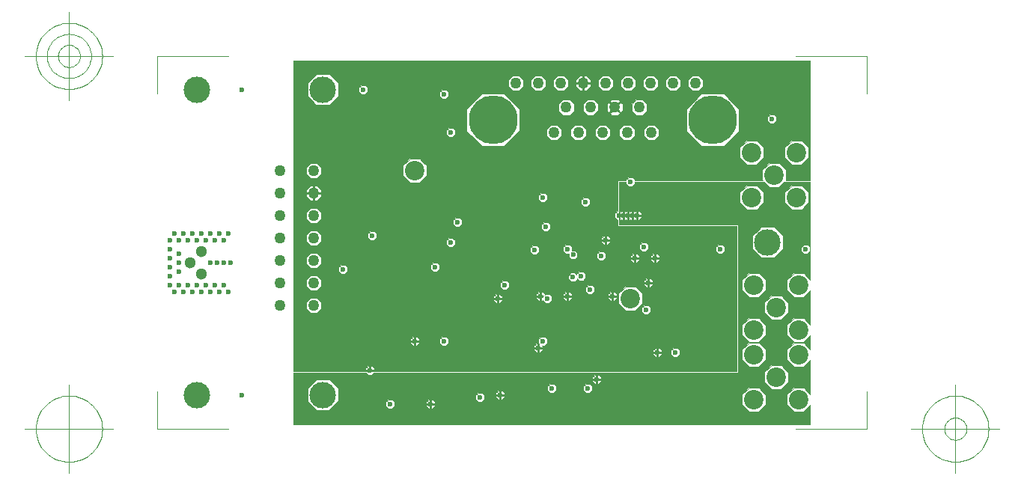
<source format=gbr>
G04 Generated by Ultiboard *
%FSLAX25Y25*%
%MOMM*%

%ADD10C,0.00100*%
%ADD11C,0.10000*%
%ADD12C,0.60000*%
%ADD13C,3.00000*%
%ADD14C,5.50316*%
%ADD15C,1.27000*%
%ADD16C,2.20000*%
%ADD17C,1.30000*%


%LNCopper Inner 2*%
%LPD*%
%FSLAX25Y25*%
%MOMM*%
G54D10*
X6131610Y3912917D02*
X6131610Y3921992D01*
X6131610Y3921992D02*
X6080992Y3972610D01*
X6080992Y3972610D02*
X6009408Y3972610D01*
X6009408Y3972610D02*
X5958790Y3921992D01*
X5958790Y3921992D02*
X5958790Y3912917D01*
X5958790Y3912917D02*
X5909175Y3912917D01*
X5909175Y3912917D02*
X5909175Y4140150D01*
X5909175Y4140150D02*
X7340550Y4140150D01*
X7340550Y4140150D02*
X7340550Y3912917D01*
X7340550Y3912917D02*
X6131610Y3912917D01*
G36*
X6131610Y4140150D02*
X7340550Y4140150D01*
X7340550Y3912917D01*
X6131610Y3912917D01*
X6131610Y4140150D01*
G37*
X6131610Y4140150D02*
X7340550Y4140150D01*
X7340550Y4140150D02*
X7340550Y3912917D01*
X7340550Y3912917D02*
X6131610Y3912917D01*
X6131610Y3912917D02*
X6131610Y4140150D01*
G36*
X6080992Y4140150D02*
X6131610Y4140150D01*
X6131610Y3921992D01*
X6080992Y3972610D01*
X6080992Y4140150D01*
G37*
X6080992Y4140150D02*
X6131610Y4140150D01*
X6131610Y4140150D02*
X6131610Y3921992D01*
X6131610Y3921992D02*
X6080992Y3972610D01*
X6080992Y3972610D02*
X6080992Y4140150D01*
G36*
X6009408Y4140150D02*
X6080992Y4140150D01*
X6080992Y3972610D01*
X6009408Y3972610D01*
X6009408Y4140150D01*
G37*
X6009408Y4140150D02*
X6080992Y4140150D01*
X6080992Y4140150D02*
X6080992Y3972610D01*
X6080992Y3972610D02*
X6009408Y3972610D01*
X6009408Y3972610D02*
X6009408Y4140150D01*
G36*
X5909175Y3921992D02*
X5958790Y3921992D01*
X5958790Y3912917D01*
X5909175Y3912917D01*
X5909175Y3921992D01*
G37*
X5909175Y3921992D02*
X5958790Y3921992D01*
X5958790Y3921992D02*
X5958790Y3912917D01*
X5958790Y3912917D02*
X5909175Y3912917D01*
X5909175Y3912917D02*
X5909175Y3921992D01*
G36*
X5909175Y3921992D02*
X5909175Y4140150D01*
X6009408Y4140150D01*
X6009408Y3972610D01*
X5958790Y3921992D01*
X5909175Y3921992D01*
G37*
X5909175Y3921992D02*
X5909175Y4140150D01*
X5909175Y4140150D02*
X6009408Y4140150D01*
X6009408Y4140150D02*
X6009408Y3972610D01*
X6009408Y3972610D02*
X5958790Y3921992D01*
X5958790Y3921992D02*
X5909175Y3921992D01*
X6538002Y3500531D02*
X6538002Y3592681D01*
X6538002Y3592681D02*
X6363397Y3767285D01*
X6363397Y3767285D02*
X6116469Y3767285D01*
X6116469Y3767285D02*
X5941865Y3592681D01*
X5941865Y3592681D02*
X5941865Y3500531D01*
X5941865Y3500531D02*
X5909175Y3500531D01*
X5909175Y3500531D02*
X5909175Y3912917D01*
X5909175Y3912917D02*
X5958790Y3912917D01*
X5958790Y3912917D02*
X5958790Y3850408D01*
X5958790Y3850408D02*
X6009408Y3799790D01*
X6009408Y3799790D02*
X6080992Y3799790D01*
X6080992Y3799790D02*
X6131610Y3850408D01*
X6131610Y3850408D02*
X6131610Y3912917D01*
X6131610Y3912917D02*
X7340550Y3912917D01*
X7340550Y3912917D02*
X7340550Y3500531D01*
X7340550Y3500531D02*
X6958850Y3500531D01*
X6958850Y3500531D02*
X6929531Y3529850D01*
X6929531Y3529850D02*
X6888069Y3529850D01*
X6888069Y3529850D02*
X6858750Y3500531D01*
X6858750Y3500531D02*
X6538002Y3500531D01*
G36*
X6363397Y3912917D02*
X6538002Y3912917D01*
X6538002Y3592681D01*
X6363397Y3767285D01*
X6363397Y3912917D01*
G37*
X6363397Y3912917D02*
X6538002Y3912917D01*
X6538002Y3912917D02*
X6538002Y3592681D01*
X6538002Y3592681D02*
X6363397Y3767285D01*
X6363397Y3767285D02*
X6363397Y3912917D01*
G36*
X6929531Y3912917D02*
X7340550Y3912917D01*
X7340550Y3500531D01*
X6958850Y3500531D01*
X6929531Y3529850D01*
X6929531Y3912917D01*
G37*
X6929531Y3912917D02*
X7340550Y3912917D01*
X7340550Y3912917D02*
X7340550Y3500531D01*
X7340550Y3500531D02*
X6958850Y3500531D01*
X6958850Y3500531D02*
X6929531Y3529850D01*
X6929531Y3529850D02*
X6929531Y3912917D01*
G36*
X6888069Y3912917D02*
X6888069Y3529850D01*
X6858750Y3500531D01*
X6538002Y3500531D01*
X6538002Y3912917D01*
X6888069Y3912917D01*
G37*
X6888069Y3912917D02*
X6888069Y3529850D01*
X6888069Y3529850D02*
X6858750Y3500531D01*
X6858750Y3500531D02*
X6538002Y3500531D01*
X6538002Y3500531D02*
X6538002Y3912917D01*
X6538002Y3912917D02*
X6888069Y3912917D01*
G36*
X6888069Y3912917D02*
X6929531Y3912917D01*
X6929531Y3529850D01*
X6888069Y3529850D01*
X6888069Y3912917D01*
G37*
X6888069Y3912917D02*
X6929531Y3912917D01*
X6929531Y3912917D02*
X6929531Y3529850D01*
X6929531Y3529850D02*
X6888069Y3529850D01*
X6888069Y3529850D02*
X6888069Y3912917D01*
G36*
X5909175Y3592681D02*
X5941865Y3592681D01*
X5941865Y3500531D01*
X5909175Y3500531D01*
X5909175Y3592681D01*
G37*
X5909175Y3592681D02*
X5941865Y3592681D01*
X5941865Y3592681D02*
X5941865Y3500531D01*
X5941865Y3500531D02*
X5909175Y3500531D01*
X5909175Y3500531D02*
X5909175Y3592681D01*
G36*
X6363397Y3850408D02*
X6131610Y3850408D01*
X6131610Y3912917D01*
X6363397Y3912917D01*
X6363397Y3850408D01*
G37*
X6363397Y3850408D02*
X6131610Y3850408D01*
X6131610Y3850408D02*
X6131610Y3912917D01*
X6131610Y3912917D02*
X6363397Y3912917D01*
X6363397Y3912917D02*
X6363397Y3850408D01*
G36*
X6363397Y3850408D02*
X6363397Y3767285D01*
X6116469Y3767285D01*
X6116469Y3835267D01*
X6131610Y3850408D01*
X6363397Y3850408D01*
G37*
X6363397Y3850408D02*
X6363397Y3767285D01*
X6363397Y3767285D02*
X6116469Y3767285D01*
X6116469Y3767285D02*
X6116469Y3835267D01*
X6116469Y3835267D02*
X6131610Y3850408D01*
X6131610Y3850408D02*
X6363397Y3850408D01*
G36*
X5958790Y3609606D02*
X5941865Y3592681D01*
X5909175Y3592681D01*
X5909175Y3912917D01*
X5958790Y3912917D01*
X5958790Y3609606D01*
G37*
X5958790Y3609606D02*
X5941865Y3592681D01*
X5941865Y3592681D02*
X5909175Y3592681D01*
X5909175Y3592681D02*
X5909175Y3912917D01*
X5909175Y3912917D02*
X5958790Y3912917D01*
X5958790Y3912917D02*
X5958790Y3609606D01*
G36*
X6009408Y3660223D02*
X5958790Y3609606D01*
X5958790Y3850408D01*
X6009408Y3799790D01*
X6009408Y3660223D01*
G37*
X6009408Y3660223D02*
X5958790Y3609606D01*
X5958790Y3609606D02*
X5958790Y3850408D01*
X5958790Y3850408D02*
X6009408Y3799790D01*
X6009408Y3799790D02*
X6009408Y3660223D01*
G36*
X6080992Y3731808D02*
X6080992Y3799790D01*
X6116469Y3835267D01*
X6116469Y3767285D01*
X6080992Y3731808D01*
G37*
X6080992Y3731808D02*
X6080992Y3799790D01*
X6080992Y3799790D02*
X6116469Y3835267D01*
X6116469Y3835267D02*
X6116469Y3767285D01*
X6116469Y3767285D02*
X6080992Y3731808D01*
G36*
X6080992Y3731808D02*
X6009408Y3660223D01*
X6009408Y3799790D01*
X6080992Y3799790D01*
X6080992Y3731808D01*
G37*
X6080992Y3731808D02*
X6009408Y3660223D01*
X6009408Y3660223D02*
X6009408Y3799790D01*
X6009408Y3799790D02*
X6080992Y3799790D01*
X6080992Y3799790D02*
X6080992Y3731808D01*
X6711287Y2788700D02*
X5909175Y2788700D01*
X5909175Y2788700D02*
X5909175Y3500531D01*
X5909175Y3500531D02*
X5941865Y3500531D01*
X5941865Y3500531D02*
X5941865Y3345753D01*
X5941865Y3345753D02*
X6116469Y3171149D01*
X6116469Y3171149D02*
X6363397Y3171149D01*
X6363397Y3171149D02*
X6538002Y3345753D01*
X6538002Y3345753D02*
X6538002Y3500531D01*
X6538002Y3500531D02*
X6711287Y3500531D01*
X6711287Y3500531D02*
X6711287Y3231710D01*
X6711287Y3231710D02*
X6625147Y3231710D01*
X6625147Y3231710D02*
X6547290Y3153853D01*
X6547290Y3153853D02*
X6547290Y3043747D01*
X6547290Y3043747D02*
X6625147Y2965890D01*
X6625147Y2965890D02*
X6711287Y2965890D01*
X6711287Y2965890D02*
X6711287Y2788700D01*
G36*
X5941865Y2788700D02*
X5909175Y2788700D01*
X5909175Y3500531D01*
X5941865Y3500531D01*
X5941865Y2788700D01*
G37*
X5941865Y2788700D02*
X5909175Y2788700D01*
X5909175Y2788700D02*
X5909175Y3500531D01*
X5909175Y3500531D02*
X5941865Y3500531D01*
X5941865Y3500531D02*
X5941865Y2788700D01*
G36*
X6116469Y2788700D02*
X5941865Y2788700D01*
X5941865Y3345753D01*
X6116469Y3171149D01*
X6116469Y2788700D01*
G37*
X6116469Y2788700D02*
X5941865Y2788700D01*
X5941865Y2788700D02*
X5941865Y3345753D01*
X5941865Y3345753D02*
X6116469Y3171149D01*
X6116469Y3171149D02*
X6116469Y2788700D01*
G36*
X6363397Y2788700D02*
X6116469Y2788700D01*
X6116469Y3171149D01*
X6363397Y3171149D01*
X6363397Y2788700D01*
G37*
X6363397Y2788700D02*
X6116469Y2788700D01*
X6116469Y2788700D02*
X6116469Y3171149D01*
X6116469Y3171149D02*
X6363397Y3171149D01*
X6363397Y3171149D02*
X6363397Y2788700D01*
G36*
X6711287Y3345753D02*
X6538002Y3345753D01*
X6538002Y3500531D01*
X6711287Y3500531D01*
X6711287Y3345753D01*
G37*
X6711287Y3345753D02*
X6538002Y3345753D01*
X6538002Y3345753D02*
X6538002Y3500531D01*
X6538002Y3500531D02*
X6711287Y3500531D01*
X6711287Y3500531D02*
X6711287Y3345753D01*
G36*
X6625147Y3345753D02*
X6711287Y3345753D01*
X6711287Y3231710D01*
X6625147Y3231710D01*
X6625147Y3345753D01*
G37*
X6625147Y3345753D02*
X6711287Y3345753D01*
X6711287Y3345753D02*
X6711287Y3231710D01*
X6711287Y3231710D02*
X6625147Y3231710D01*
X6625147Y3231710D02*
X6625147Y3345753D01*
G36*
X6363397Y3153853D02*
X6363397Y3171149D01*
X6538002Y3345753D01*
X6625147Y3345753D01*
X6625147Y3231710D01*
X6547290Y3153853D01*
X6363397Y3153853D01*
G37*
X6363397Y3153853D02*
X6363397Y3171149D01*
X6363397Y3171149D02*
X6538002Y3345753D01*
X6538002Y3345753D02*
X6625147Y3345753D01*
X6625147Y3345753D02*
X6625147Y3231710D01*
X6625147Y3231710D02*
X6547290Y3153853D01*
X6547290Y3153853D02*
X6363397Y3153853D01*
G36*
X6547290Y2788700D02*
X6363397Y2788700D01*
X6363397Y3153853D01*
X6547290Y3153853D01*
X6547290Y2788700D01*
G37*
X6547290Y2788700D02*
X6363397Y2788700D01*
X6363397Y2788700D02*
X6363397Y3153853D01*
X6363397Y3153853D02*
X6547290Y3153853D01*
X6547290Y3153853D02*
X6547290Y2788700D01*
G36*
X6625147Y2788700D02*
X6625147Y2965890D01*
X6711287Y2965890D01*
X6711287Y2788700D01*
X6625147Y2788700D01*
G37*
X6625147Y2788700D02*
X6625147Y2965890D01*
X6625147Y2965890D02*
X6711287Y2965890D01*
X6711287Y2965890D02*
X6711287Y2788700D01*
X6711287Y2788700D02*
X6625147Y2788700D01*
G36*
X6625147Y2788700D02*
X6547290Y2788700D01*
X6547290Y3043747D01*
X6625147Y2965890D01*
X6625147Y2788700D01*
G37*
X6625147Y2788700D02*
X6547290Y2788700D01*
X6547290Y2788700D02*
X6547290Y3043747D01*
X6547290Y3043747D02*
X6625147Y2965890D01*
X6625147Y2965890D02*
X6625147Y2788700D01*
X6507700Y2027331D02*
X6374650Y2027331D01*
X6374650Y2027331D02*
X6345331Y2056650D01*
X6345331Y2056650D02*
X6303869Y2056650D01*
X6303869Y2056650D02*
X6274550Y2027331D01*
X6274550Y2027331D02*
X5909175Y2027331D01*
X5909175Y2027331D02*
X5909175Y2265900D01*
X5909175Y2265900D02*
X6507700Y2265900D01*
X6507700Y2265900D02*
X6507700Y2027331D01*
G36*
X6345331Y2265900D02*
X6507700Y2265900D01*
X6507700Y2027331D01*
X6374650Y2027331D01*
X6345331Y2056650D01*
X6345331Y2265900D01*
G37*
X6345331Y2265900D02*
X6507700Y2265900D01*
X6507700Y2265900D02*
X6507700Y2027331D01*
X6507700Y2027331D02*
X6374650Y2027331D01*
X6374650Y2027331D02*
X6345331Y2056650D01*
X6345331Y2056650D02*
X6345331Y2265900D01*
G36*
X6303869Y2265900D02*
X6303869Y2056650D01*
X6274550Y2027331D01*
X5909175Y2027331D01*
X5909175Y2265900D01*
X6303869Y2265900D01*
G37*
X6303869Y2265900D02*
X6303869Y2056650D01*
X6303869Y2056650D02*
X6274550Y2027331D01*
X6274550Y2027331D02*
X5909175Y2027331D01*
X5909175Y2027331D02*
X5909175Y2265900D01*
X5909175Y2265900D02*
X6303869Y2265900D01*
G36*
X6303869Y2265900D02*
X6345331Y2265900D01*
X6345331Y2056650D01*
X6303869Y2056650D01*
X6303869Y2265900D01*
G37*
X6303869Y2265900D02*
X6345331Y2265900D01*
X6345331Y2265900D02*
X6345331Y2056650D01*
X6345331Y2056650D02*
X6303869Y2056650D01*
X6303869Y2056650D02*
X6303869Y2265900D01*
X6507700Y2027331D02*
X6507700Y1381850D01*
X6507700Y1381850D02*
X5909175Y1381850D01*
X5909175Y1381850D02*
X5909175Y2027331D01*
X5909175Y2027331D02*
X6274550Y2027331D01*
X6274550Y2027331D02*
X6274550Y1985869D01*
X6274550Y1985869D02*
X6303869Y1956550D01*
X6303869Y1956550D02*
X6345331Y1956550D01*
X6345331Y1956550D02*
X6374650Y1985869D01*
X6374650Y1985869D02*
X6374650Y2027331D01*
X6374650Y2027331D02*
X6507700Y2027331D01*
G36*
X6274550Y1381850D02*
X5909175Y1381850D01*
X5909175Y2027331D01*
X6274550Y2027331D01*
X6274550Y1381850D01*
G37*
X6274550Y1381850D02*
X5909175Y1381850D01*
X5909175Y1381850D02*
X5909175Y2027331D01*
X5909175Y2027331D02*
X6274550Y2027331D01*
X6274550Y2027331D02*
X6274550Y1381850D01*
G36*
X6303869Y1381850D02*
X6274550Y1381850D01*
X6274550Y1985869D01*
X6303869Y1956550D01*
X6303869Y1381850D01*
G37*
X6303869Y1381850D02*
X6274550Y1381850D01*
X6274550Y1381850D02*
X6274550Y1985869D01*
X6274550Y1985869D02*
X6303869Y1956550D01*
X6303869Y1956550D02*
X6303869Y1381850D01*
G36*
X6345331Y1381850D02*
X6303869Y1381850D01*
X6303869Y1956550D01*
X6345331Y1956550D01*
X6345331Y1381850D01*
G37*
X6345331Y1381850D02*
X6303869Y1381850D01*
X6303869Y1381850D02*
X6303869Y1956550D01*
X6303869Y1956550D02*
X6345331Y1956550D01*
X6345331Y1956550D02*
X6345331Y1381850D01*
G36*
X6507700Y1985869D02*
X6374650Y1985869D01*
X6374650Y2027331D01*
X6507700Y2027331D01*
X6507700Y1985869D01*
G37*
X6507700Y1985869D02*
X6374650Y1985869D01*
X6374650Y1985869D02*
X6374650Y2027331D01*
X6374650Y2027331D02*
X6507700Y2027331D01*
X6507700Y2027331D02*
X6507700Y1985869D01*
G36*
X6507700Y1985869D02*
X6507700Y1381850D01*
X6345331Y1381850D01*
X6345331Y1956550D01*
X6374650Y1985869D01*
X6507700Y1985869D01*
G37*
X6507700Y1985869D02*
X6507700Y1381850D01*
X6507700Y1381850D02*
X6345331Y1381850D01*
X6345331Y1381850D02*
X6345331Y1956550D01*
X6345331Y1956550D02*
X6374650Y1985869D01*
X6374650Y1985869D02*
X6507700Y1985869D01*
X6507700Y1381850D02*
X6507700Y629700D01*
X6507700Y629700D02*
X5909175Y629700D01*
X5909175Y629700D02*
X5909175Y1381850D01*
X5909175Y1381850D02*
X6507700Y1381850D01*
G36*
X6507700Y1381850D02*
X6507700Y629700D01*
X5909175Y629700D01*
X5909175Y1381850D01*
X6507700Y1381850D01*
G37*
X6507700Y1381850D02*
X6507700Y629700D01*
X6507700Y629700D02*
X5909175Y629700D01*
X5909175Y629700D02*
X5909175Y1381850D01*
X5909175Y1381850D02*
X6507700Y1381850D01*
X4039917Y3972610D02*
X3977408Y3972610D01*
X3977408Y3972610D02*
X3926790Y3921992D01*
X3926790Y3921992D02*
X3926790Y3850408D01*
X3926790Y3850408D02*
X3977408Y3799790D01*
X3977408Y3799790D02*
X4039917Y3799790D01*
X4039917Y3799790D02*
X4039917Y3779931D01*
X4039917Y3779931D02*
X3250450Y3779931D01*
X3250450Y3779931D02*
X3221131Y3809250D01*
X3221131Y3809250D02*
X3179669Y3809250D01*
X3179669Y3809250D02*
X3150350Y3779931D01*
X3150350Y3779931D02*
X2955425Y3779931D01*
X2955425Y3779931D02*
X2955425Y4140150D01*
X2955425Y4140150D02*
X4039917Y4140150D01*
X4039917Y4140150D02*
X4039917Y3972610D01*
G36*
X3977408Y4140150D02*
X4039917Y4140150D01*
X4039917Y3972610D01*
X3977408Y3972610D01*
X3977408Y4140150D01*
G37*
X3977408Y4140150D02*
X4039917Y4140150D01*
X4039917Y4140150D02*
X4039917Y3972610D01*
X4039917Y3972610D02*
X3977408Y3972610D01*
X3977408Y3972610D02*
X3977408Y4140150D01*
G36*
X2955425Y3921992D02*
X2955425Y4140150D01*
X3977408Y4140150D01*
X3977408Y3972610D01*
X3926790Y3921992D01*
X2955425Y3921992D01*
G37*
X2955425Y3921992D02*
X2955425Y4140150D01*
X2955425Y4140150D02*
X3977408Y4140150D01*
X3977408Y4140150D02*
X3977408Y3972610D01*
X3977408Y3972610D02*
X3926790Y3921992D01*
X3926790Y3921992D02*
X2955425Y3921992D01*
G36*
X3977408Y3779931D02*
X3977408Y3799790D01*
X4039917Y3799790D01*
X4039917Y3779931D01*
X3977408Y3779931D01*
G37*
X3977408Y3779931D02*
X3977408Y3799790D01*
X3977408Y3799790D02*
X4039917Y3799790D01*
X4039917Y3799790D02*
X4039917Y3779931D01*
X4039917Y3779931D02*
X3977408Y3779931D01*
G36*
X3977408Y3779931D02*
X3926790Y3779931D01*
X3926790Y3850408D01*
X3977408Y3799790D01*
X3977408Y3779931D01*
G37*
X3977408Y3779931D02*
X3926790Y3779931D01*
X3926790Y3779931D02*
X3926790Y3850408D01*
X3926790Y3850408D02*
X3977408Y3799790D01*
X3977408Y3799790D02*
X3977408Y3779931D01*
G36*
X3221131Y3921992D02*
X3926790Y3921992D01*
X3926790Y3779931D01*
X3250450Y3779931D01*
X3221131Y3809250D01*
X3221131Y3921992D01*
G37*
X3221131Y3921992D02*
X3926790Y3921992D01*
X3926790Y3921992D02*
X3926790Y3779931D01*
X3926790Y3779931D02*
X3250450Y3779931D01*
X3250450Y3779931D02*
X3221131Y3809250D01*
X3221131Y3809250D02*
X3221131Y3921992D01*
G36*
X3179669Y3921992D02*
X3179669Y3809250D01*
X3150350Y3779931D01*
X2955425Y3779931D01*
X2955425Y3921992D01*
X3179669Y3921992D01*
G37*
X3179669Y3921992D02*
X3179669Y3809250D01*
X3179669Y3809250D02*
X3150350Y3779931D01*
X3150350Y3779931D02*
X2955425Y3779931D01*
X2955425Y3779931D02*
X2955425Y3921992D01*
X2955425Y3921992D02*
X3179669Y3921992D01*
G36*
X3179669Y3921992D02*
X3221131Y3921992D01*
X3221131Y3809250D01*
X3179669Y3809250D01*
X3179669Y3921992D01*
G37*
X3179669Y3921992D02*
X3221131Y3921992D01*
X3221131Y3921992D02*
X3221131Y3809250D01*
X3221131Y3809250D02*
X3179669Y3809250D01*
X3179669Y3809250D02*
X3179669Y3921992D01*
X4053035Y3348131D02*
X4053035Y3592681D01*
X4053035Y3592681D02*
X3878431Y3767285D01*
X3878431Y3767285D02*
X3631503Y3767285D01*
X3631503Y3767285D02*
X3456899Y3592681D01*
X3456899Y3592681D02*
X3456899Y3348131D01*
X3456899Y3348131D02*
X3326650Y3348131D01*
X3326650Y3348131D02*
X3297331Y3377450D01*
X3297331Y3377450D02*
X3255869Y3377450D01*
X3255869Y3377450D02*
X3226550Y3348131D01*
X3226550Y3348131D02*
X2955425Y3348131D01*
X2955425Y3348131D02*
X2955425Y3779931D01*
X2955425Y3779931D02*
X3150350Y3779931D01*
X3150350Y3779931D02*
X3150350Y3738469D01*
X3150350Y3738469D02*
X3179669Y3709150D01*
X3179669Y3709150D02*
X3221131Y3709150D01*
X3221131Y3709150D02*
X3250450Y3738469D01*
X3250450Y3738469D02*
X3250450Y3779931D01*
X3250450Y3779931D02*
X4432300Y3779931D01*
X4432300Y3779931D02*
X4432300Y3413810D01*
X4432300Y3413810D02*
X4409208Y3413810D01*
X4409208Y3413810D02*
X4358590Y3363192D01*
X4358590Y3363192D02*
X4358590Y3348131D01*
X4358590Y3348131D02*
X4053035Y3348131D01*
G36*
X3878431Y3779931D02*
X4053035Y3779931D01*
X4053035Y3592681D01*
X3878431Y3767285D01*
X3878431Y3779931D01*
G37*
X3878431Y3779931D02*
X4053035Y3779931D01*
X4053035Y3779931D02*
X4053035Y3592681D01*
X4053035Y3592681D02*
X3878431Y3767285D01*
X3878431Y3767285D02*
X3878431Y3779931D01*
G36*
X4409208Y3779931D02*
X4432300Y3779931D01*
X4432300Y3413810D01*
X4409208Y3413810D01*
X4409208Y3779931D01*
G37*
X4409208Y3779931D02*
X4432300Y3779931D01*
X4432300Y3779931D02*
X4432300Y3413810D01*
X4432300Y3413810D02*
X4409208Y3413810D01*
X4409208Y3413810D02*
X4409208Y3779931D01*
G36*
X3631503Y3779931D02*
X3878431Y3779931D01*
X3878431Y3767285D01*
X3631503Y3767285D01*
X3631503Y3779931D01*
G37*
X3631503Y3779931D02*
X3878431Y3779931D01*
X3878431Y3779931D02*
X3878431Y3767285D01*
X3878431Y3767285D02*
X3631503Y3767285D01*
X3631503Y3767285D02*
X3631503Y3779931D01*
G36*
X4053035Y3363192D02*
X4358590Y3363192D01*
X4358590Y3348131D01*
X4053035Y3348131D01*
X4053035Y3363192D01*
G37*
X4053035Y3363192D02*
X4358590Y3363192D01*
X4358590Y3363192D02*
X4358590Y3348131D01*
X4358590Y3348131D02*
X4053035Y3348131D01*
X4053035Y3348131D02*
X4053035Y3363192D01*
G36*
X4053035Y3363192D02*
X4053035Y3779931D01*
X4409208Y3779931D01*
X4409208Y3413810D01*
X4358590Y3363192D01*
X4053035Y3363192D01*
G37*
X4053035Y3363192D02*
X4053035Y3779931D01*
X4053035Y3779931D02*
X4409208Y3779931D01*
X4409208Y3779931D02*
X4409208Y3413810D01*
X4409208Y3413810D02*
X4358590Y3363192D01*
X4358590Y3363192D02*
X4053035Y3363192D01*
G36*
X3297331Y3592681D02*
X3456899Y3592681D01*
X3456899Y3348131D01*
X3326650Y3348131D01*
X3297331Y3377450D01*
X3297331Y3592681D01*
G37*
X3297331Y3592681D02*
X3456899Y3592681D01*
X3456899Y3592681D02*
X3456899Y3348131D01*
X3456899Y3348131D02*
X3326650Y3348131D01*
X3326650Y3348131D02*
X3297331Y3377450D01*
X3297331Y3377450D02*
X3297331Y3592681D01*
G36*
X3150350Y3592681D02*
X2955425Y3592681D01*
X2955425Y3779931D01*
X3150350Y3779931D01*
X3150350Y3592681D01*
G37*
X3150350Y3592681D02*
X2955425Y3592681D01*
X2955425Y3592681D02*
X2955425Y3779931D01*
X2955425Y3779931D02*
X3150350Y3779931D01*
X3150350Y3779931D02*
X3150350Y3592681D01*
G36*
X3255869Y3592681D02*
X3255869Y3377450D01*
X3226550Y3348131D01*
X2955425Y3348131D01*
X2955425Y3592681D01*
X3255869Y3592681D01*
G37*
X3255869Y3592681D02*
X3255869Y3377450D01*
X3255869Y3377450D02*
X3226550Y3348131D01*
X3226550Y3348131D02*
X2955425Y3348131D01*
X2955425Y3348131D02*
X2955425Y3592681D01*
X2955425Y3592681D02*
X3255869Y3592681D01*
G36*
X3255869Y3592681D02*
X3297331Y3592681D01*
X3297331Y3377450D01*
X3255869Y3377450D01*
X3255869Y3592681D01*
G37*
X3255869Y3592681D02*
X3297331Y3592681D01*
X3297331Y3592681D02*
X3297331Y3377450D01*
X3297331Y3377450D02*
X3255869Y3377450D01*
X3255869Y3377450D02*
X3255869Y3592681D01*
G36*
X3179669Y3592681D02*
X3150350Y3592681D01*
X3150350Y3738469D01*
X3179669Y3709150D01*
X3179669Y3592681D01*
G37*
X3179669Y3592681D02*
X3150350Y3592681D01*
X3150350Y3592681D02*
X3150350Y3738469D01*
X3150350Y3738469D02*
X3179669Y3709150D01*
X3179669Y3709150D02*
X3179669Y3592681D01*
G36*
X3221131Y3592681D02*
X3179669Y3592681D01*
X3179669Y3709150D01*
X3221131Y3709150D01*
X3221131Y3592681D01*
G37*
X3221131Y3592681D02*
X3179669Y3592681D01*
X3179669Y3592681D02*
X3179669Y3709150D01*
X3179669Y3709150D02*
X3221131Y3709150D01*
X3221131Y3709150D02*
X3221131Y3592681D01*
G36*
X3602687Y3738469D02*
X3250450Y3738469D01*
X3250450Y3779931D01*
X3631503Y3779931D01*
X3631503Y3767285D01*
X3602687Y3738469D01*
G37*
X3602687Y3738469D02*
X3250450Y3738469D01*
X3250450Y3738469D02*
X3250450Y3779931D01*
X3250450Y3779931D02*
X3631503Y3779931D01*
X3631503Y3779931D02*
X3631503Y3767285D01*
X3631503Y3767285D02*
X3602687Y3738469D01*
G36*
X3602687Y3738469D02*
X3456899Y3592681D01*
X3221131Y3592681D01*
X3221131Y3709150D01*
X3250450Y3738469D01*
X3602687Y3738469D01*
G37*
X3602687Y3738469D02*
X3456899Y3592681D01*
X3456899Y3592681D02*
X3221131Y3592681D01*
X3221131Y3592681D02*
X3221131Y3709150D01*
X3221131Y3709150D02*
X3250450Y3738469D01*
X3250450Y3738469D02*
X3602687Y3738469D01*
X3456899Y3348131D02*
X3456899Y3345753D01*
X3456899Y3345753D02*
X3631503Y3171149D01*
X3631503Y3171149D02*
X3878431Y3171149D01*
X3878431Y3171149D02*
X4053035Y3345753D01*
X4053035Y3345753D02*
X4053035Y3348131D01*
X4053035Y3348131D02*
X4358590Y3348131D01*
X4358590Y3348131D02*
X4358590Y3291608D01*
X4358590Y3291608D02*
X4409208Y3240990D01*
X4409208Y3240990D02*
X4432300Y3240990D01*
X4432300Y3240990D02*
X4432300Y2783750D01*
X4432300Y2783750D02*
X2955425Y2783750D01*
X2955425Y2783750D02*
X2955425Y2792862D01*
X2955425Y2792862D02*
X3003110Y2840547D01*
X3003110Y2840547D02*
X3003110Y2950653D01*
X3003110Y2950653D02*
X2955425Y2998338D01*
X2955425Y2998338D02*
X2955425Y3348131D01*
X2955425Y3348131D02*
X3226550Y3348131D01*
X3226550Y3348131D02*
X3226550Y3306669D01*
X3226550Y3306669D02*
X3255869Y3277350D01*
X3255869Y3277350D02*
X3297331Y3277350D01*
X3297331Y3277350D02*
X3326650Y3306669D01*
X3326650Y3306669D02*
X3326650Y3348131D01*
X3326650Y3348131D02*
X3456899Y3348131D01*
G36*
X3631503Y2783750D02*
X3456899Y2783750D01*
X3456899Y3345753D01*
X3631503Y3171149D01*
X3631503Y2783750D01*
G37*
X3631503Y2783750D02*
X3456899Y2783750D01*
X3456899Y2783750D02*
X3456899Y3345753D01*
X3456899Y3345753D02*
X3631503Y3171149D01*
X3631503Y3171149D02*
X3631503Y2783750D01*
G36*
X3456899Y2840547D02*
X3456899Y2783750D01*
X2955425Y2783750D01*
X2955425Y2792862D01*
X3003110Y2840547D01*
X3456899Y2840547D01*
G37*
X3456899Y2840547D02*
X3456899Y2783750D01*
X3456899Y2783750D02*
X2955425Y2783750D01*
X2955425Y2783750D02*
X2955425Y2792862D01*
X2955425Y2792862D02*
X3003110Y2840547D01*
X3003110Y2840547D02*
X3456899Y2840547D01*
G36*
X3878431Y2783750D02*
X3631503Y2783750D01*
X3631503Y3171149D01*
X3878431Y3171149D01*
X3878431Y2783750D01*
G37*
X3878431Y2783750D02*
X3631503Y2783750D01*
X3631503Y2783750D02*
X3631503Y3171149D01*
X3631503Y3171149D02*
X3878431Y3171149D01*
X3878431Y3171149D02*
X3878431Y2783750D01*
G36*
X3003110Y3348131D02*
X3003110Y2950653D01*
X2955425Y2998338D01*
X2955425Y3348131D01*
X3003110Y3348131D01*
G37*
X3003110Y3348131D02*
X3003110Y2950653D01*
X3003110Y2950653D02*
X2955425Y2998338D01*
X2955425Y2998338D02*
X2955425Y3348131D01*
X2955425Y3348131D02*
X3003110Y3348131D01*
G36*
X4358590Y3345753D02*
X4053035Y3345753D01*
X4053035Y3348131D01*
X4358590Y3348131D01*
X4358590Y3345753D01*
G37*
X4358590Y3345753D02*
X4053035Y3345753D01*
X4053035Y3345753D02*
X4053035Y3348131D01*
X4053035Y3348131D02*
X4358590Y3348131D01*
X4358590Y3348131D02*
X4358590Y3345753D01*
G36*
X3226550Y2840547D02*
X3003110Y2840547D01*
X3003110Y3348131D01*
X3226550Y3348131D01*
X3226550Y2840547D01*
G37*
X3226550Y2840547D02*
X3003110Y2840547D01*
X3003110Y2840547D02*
X3003110Y3348131D01*
X3003110Y3348131D02*
X3226550Y3348131D01*
X3226550Y3348131D02*
X3226550Y2840547D01*
G36*
X4358590Y2783750D02*
X3878431Y2783750D01*
X3878431Y3171149D01*
X4053035Y3345753D01*
X4358590Y3345753D01*
X4358590Y2783750D01*
G37*
X4358590Y2783750D02*
X3878431Y2783750D01*
X3878431Y2783750D02*
X3878431Y3171149D01*
X3878431Y3171149D02*
X4053035Y3345753D01*
X4053035Y3345753D02*
X4358590Y3345753D01*
X4358590Y3345753D02*
X4358590Y2783750D01*
G36*
X3255869Y2840547D02*
X3226550Y2840547D01*
X3226550Y3306669D01*
X3255869Y3277350D01*
X3255869Y2840547D01*
G37*
X3255869Y2840547D02*
X3226550Y2840547D01*
X3226550Y2840547D02*
X3226550Y3306669D01*
X3226550Y3306669D02*
X3255869Y3277350D01*
X3255869Y3277350D02*
X3255869Y2840547D01*
G36*
X4409208Y2783750D02*
X4409208Y3240990D01*
X4432300Y3240990D01*
X4432300Y2783750D01*
X4409208Y2783750D01*
G37*
X4409208Y2783750D02*
X4409208Y3240990D01*
X4409208Y3240990D02*
X4432300Y3240990D01*
X4432300Y3240990D02*
X4432300Y2783750D01*
X4432300Y2783750D02*
X4409208Y2783750D01*
G36*
X4409208Y2783750D02*
X4358590Y2783750D01*
X4358590Y3291608D01*
X4409208Y3240990D01*
X4409208Y2783750D01*
G37*
X4409208Y2783750D02*
X4358590Y2783750D01*
X4358590Y2783750D02*
X4358590Y3291608D01*
X4358590Y3291608D02*
X4409208Y3240990D01*
X4409208Y3240990D02*
X4409208Y2783750D01*
G36*
X3297331Y2840547D02*
X3255869Y2840547D01*
X3255869Y3277350D01*
X3297331Y3277350D01*
X3297331Y2840547D01*
G37*
X3297331Y2840547D02*
X3255869Y2840547D01*
X3255869Y2840547D02*
X3255869Y3277350D01*
X3255869Y3277350D02*
X3297331Y3277350D01*
X3297331Y3277350D02*
X3297331Y2840547D01*
G36*
X3456899Y3306669D02*
X3326650Y3306669D01*
X3326650Y3348131D01*
X3456899Y3348131D01*
X3456899Y3306669D01*
G37*
X3456899Y3306669D02*
X3326650Y3306669D01*
X3326650Y3306669D02*
X3326650Y3348131D01*
X3326650Y3348131D02*
X3456899Y3348131D01*
X3456899Y3348131D02*
X3456899Y3306669D01*
G36*
X3456899Y3306669D02*
X3456899Y2840547D01*
X3297331Y2840547D01*
X3297331Y3277350D01*
X3326650Y3306669D01*
X3456899Y3306669D01*
G37*
X3456899Y3306669D02*
X3456899Y2840547D01*
X3456899Y2840547D02*
X3297331Y2840547D01*
X3297331Y2840547D02*
X3297331Y3277350D01*
X3297331Y3277350D02*
X3326650Y3306669D01*
X3326650Y3306669D02*
X3456899Y3306669D01*
X3297331Y2132850D02*
X3255869Y2132850D01*
X3255869Y2132850D02*
X3226550Y2103531D01*
X3226550Y2103531D02*
X3226550Y2062069D01*
X3226550Y2062069D02*
X3255869Y2032750D01*
X3255869Y2032750D02*
X3297331Y2032750D01*
X3297331Y2032750D02*
X3297331Y1824131D01*
X3297331Y1824131D02*
X3148850Y1824131D01*
X3148850Y1824131D02*
X3119531Y1853450D01*
X3119531Y1853450D02*
X3078069Y1853450D01*
X3078069Y1853450D02*
X3048750Y1824131D01*
X3048750Y1824131D02*
X2955425Y1824131D01*
X2955425Y1824131D02*
X2955425Y2783750D01*
X2955425Y2783750D02*
X3297331Y2783750D01*
X3297331Y2783750D02*
X3297331Y2132850D01*
G36*
X3255869Y2783750D02*
X3297331Y2783750D01*
X3297331Y2132850D01*
X3255869Y2132850D01*
X3255869Y2783750D01*
G37*
X3255869Y2783750D02*
X3297331Y2783750D01*
X3297331Y2783750D02*
X3297331Y2132850D01*
X3297331Y2132850D02*
X3255869Y2132850D01*
X3255869Y2132850D02*
X3255869Y2783750D01*
G36*
X2955425Y2103531D02*
X2955425Y2783750D01*
X3255869Y2783750D01*
X3255869Y2132850D01*
X3226550Y2103531D01*
X2955425Y2103531D01*
G37*
X2955425Y2103531D02*
X2955425Y2783750D01*
X2955425Y2783750D02*
X3255869Y2783750D01*
X3255869Y2783750D02*
X3255869Y2132850D01*
X3255869Y2132850D02*
X3226550Y2103531D01*
X3226550Y2103531D02*
X2955425Y2103531D01*
G36*
X3255869Y1824131D02*
X3255869Y2032750D01*
X3297331Y2032750D01*
X3297331Y1824131D01*
X3255869Y1824131D01*
G37*
X3255869Y1824131D02*
X3255869Y2032750D01*
X3255869Y2032750D02*
X3297331Y2032750D01*
X3297331Y2032750D02*
X3297331Y1824131D01*
X3297331Y1824131D02*
X3255869Y1824131D01*
G36*
X3255869Y1824131D02*
X3226550Y1824131D01*
X3226550Y2062069D01*
X3255869Y2032750D01*
X3255869Y1824131D01*
G37*
X3255869Y1824131D02*
X3226550Y1824131D01*
X3226550Y1824131D02*
X3226550Y2062069D01*
X3226550Y2062069D02*
X3255869Y2032750D01*
X3255869Y2032750D02*
X3255869Y1824131D01*
G36*
X3119531Y2103531D02*
X3226550Y2103531D01*
X3226550Y1824131D01*
X3148850Y1824131D01*
X3119531Y1853450D01*
X3119531Y2103531D01*
G37*
X3119531Y2103531D02*
X3226550Y2103531D01*
X3226550Y2103531D02*
X3226550Y1824131D01*
X3226550Y1824131D02*
X3148850Y1824131D01*
X3148850Y1824131D02*
X3119531Y1853450D01*
X3119531Y1853450D02*
X3119531Y2103531D01*
G36*
X3078069Y2103531D02*
X3078069Y1853450D01*
X3048750Y1824131D01*
X2955425Y1824131D01*
X2955425Y2103531D01*
X3078069Y2103531D01*
G37*
X3078069Y2103531D02*
X3078069Y1853450D01*
X3078069Y1853450D02*
X3048750Y1824131D01*
X3048750Y1824131D02*
X2955425Y1824131D01*
X2955425Y1824131D02*
X2955425Y2103531D01*
X2955425Y2103531D02*
X3078069Y2103531D01*
G36*
X3078069Y2103531D02*
X3119531Y2103531D01*
X3119531Y1853450D01*
X3078069Y1853450D01*
X3078069Y2103531D01*
G37*
X3078069Y2103531D02*
X3119531Y2103531D01*
X3119531Y2103531D02*
X3119531Y1853450D01*
X3119531Y1853450D02*
X3078069Y1853450D01*
X3078069Y1853450D02*
X3078069Y2103531D01*
X3789269Y1497850D02*
X3759950Y1468531D01*
X3759950Y1468531D02*
X3759950Y1452983D01*
X3759950Y1452983D02*
X3789269Y1452983D01*
X3789269Y1452983D02*
X3789269Y1442617D01*
X3789269Y1442617D02*
X3759950Y1442617D01*
X3759950Y1442617D02*
X3759950Y1427069D01*
X3759950Y1427069D02*
X3789269Y1397750D01*
X3789269Y1397750D02*
X3789269Y1381850D01*
X3789269Y1381850D02*
X2955425Y1381850D01*
X2955425Y1381850D02*
X2955425Y1824131D01*
X2955425Y1824131D02*
X3048750Y1824131D01*
X3048750Y1824131D02*
X3048750Y1782669D01*
X3048750Y1782669D02*
X3078069Y1753350D01*
X3078069Y1753350D02*
X3119531Y1753350D01*
X3119531Y1753350D02*
X3148850Y1782669D01*
X3148850Y1782669D02*
X3148850Y1824131D01*
X3148850Y1824131D02*
X3789269Y1824131D01*
X3789269Y1824131D02*
X3789269Y1497850D01*
G36*
X3759950Y1452983D02*
X3789269Y1452983D01*
X3789269Y1442617D01*
X3759950Y1442617D01*
X3759950Y1452983D01*
G37*
X3759950Y1452983D02*
X3789269Y1452983D01*
X3789269Y1452983D02*
X3789269Y1442617D01*
X3789269Y1442617D02*
X3759950Y1442617D01*
X3759950Y1442617D02*
X3759950Y1452983D01*
G36*
X3759950Y1381850D02*
X3759950Y1427069D01*
X3789269Y1397750D01*
X3789269Y1381850D01*
X3759950Y1381850D01*
G37*
X3759950Y1381850D02*
X3759950Y1427069D01*
X3759950Y1427069D02*
X3789269Y1397750D01*
X3789269Y1397750D02*
X3789269Y1381850D01*
X3789269Y1381850D02*
X3759950Y1381850D01*
G36*
X3759950Y1381850D02*
X2955425Y1381850D01*
X2955425Y1468531D01*
X3759950Y1468531D01*
X3759950Y1381850D01*
G37*
X3759950Y1381850D02*
X2955425Y1381850D01*
X2955425Y1381850D02*
X2955425Y1468531D01*
X2955425Y1468531D02*
X3759950Y1468531D01*
X3759950Y1468531D02*
X3759950Y1381850D01*
G36*
X3048750Y1468531D02*
X2955425Y1468531D01*
X2955425Y1824131D01*
X3048750Y1824131D01*
X3048750Y1468531D01*
G37*
X3048750Y1468531D02*
X2955425Y1468531D01*
X2955425Y1468531D02*
X2955425Y1824131D01*
X2955425Y1824131D02*
X3048750Y1824131D01*
X3048750Y1824131D02*
X3048750Y1468531D01*
G36*
X3078069Y1468531D02*
X3048750Y1468531D01*
X3048750Y1782669D01*
X3078069Y1753350D01*
X3078069Y1468531D01*
G37*
X3078069Y1468531D02*
X3048750Y1468531D01*
X3048750Y1468531D02*
X3048750Y1782669D01*
X3048750Y1782669D02*
X3078069Y1753350D01*
X3078069Y1753350D02*
X3078069Y1468531D01*
G36*
X3119531Y1468531D02*
X3078069Y1468531D01*
X3078069Y1753350D01*
X3119531Y1753350D01*
X3119531Y1468531D01*
G37*
X3119531Y1468531D02*
X3078069Y1468531D01*
X3078069Y1468531D02*
X3078069Y1753350D01*
X3078069Y1753350D02*
X3119531Y1753350D01*
X3119531Y1753350D02*
X3119531Y1468531D01*
G36*
X3789269Y1782669D02*
X3148850Y1782669D01*
X3148850Y1824131D01*
X3789269Y1824131D01*
X3789269Y1782669D01*
G37*
X3789269Y1782669D02*
X3148850Y1782669D01*
X3148850Y1782669D02*
X3148850Y1824131D01*
X3148850Y1824131D02*
X3789269Y1824131D01*
X3789269Y1824131D02*
X3789269Y1782669D01*
G36*
X3789269Y1782669D02*
X3789269Y1497850D01*
X3759950Y1468531D01*
X3119531Y1468531D01*
X3119531Y1753350D01*
X3148850Y1782669D01*
X3789269Y1782669D01*
G37*
X3789269Y1782669D02*
X3789269Y1497850D01*
X3789269Y1497850D02*
X3759950Y1468531D01*
X3759950Y1468531D02*
X3119531Y1468531D01*
X3119531Y1468531D02*
X3119531Y1753350D01*
X3119531Y1753350D02*
X3148850Y1782669D01*
X3148850Y1782669D02*
X3789269Y1782669D01*
X3221131Y1015250D02*
X3179669Y1015250D01*
X3179669Y1015250D02*
X3150350Y985931D01*
X3150350Y985931D02*
X3150350Y944469D01*
X3150350Y944469D02*
X3179669Y915150D01*
X3179669Y915150D02*
X3221131Y915150D01*
X3221131Y915150D02*
X3221131Y868269D01*
X3221131Y868269D02*
X2955425Y868269D01*
X2955425Y868269D02*
X2955425Y1381850D01*
X2955425Y1381850D02*
X3221131Y1381850D01*
X3221131Y1381850D02*
X3221131Y1015250D01*
G36*
X3179669Y1381850D02*
X3221131Y1381850D01*
X3221131Y1015250D01*
X3179669Y1015250D01*
X3179669Y1381850D01*
G37*
X3179669Y1381850D02*
X3221131Y1381850D01*
X3221131Y1381850D02*
X3221131Y1015250D01*
X3221131Y1015250D02*
X3179669Y1015250D01*
X3179669Y1015250D02*
X3179669Y1381850D01*
G36*
X2955425Y985931D02*
X2955425Y1381850D01*
X3179669Y1381850D01*
X3179669Y1015250D01*
X3150350Y985931D01*
X2955425Y985931D01*
G37*
X2955425Y985931D02*
X2955425Y1381850D01*
X2955425Y1381850D02*
X3179669Y1381850D01*
X3179669Y1381850D02*
X3179669Y1015250D01*
X3179669Y1015250D02*
X3150350Y985931D01*
X3150350Y985931D02*
X2955425Y985931D01*
G36*
X3150350Y868269D02*
X2955425Y868269D01*
X2955425Y985931D01*
X3150350Y985931D01*
X3150350Y868269D01*
G37*
X3150350Y868269D02*
X2955425Y868269D01*
X2955425Y868269D02*
X2955425Y985931D01*
X2955425Y985931D02*
X3150350Y985931D01*
X3150350Y985931D02*
X3150350Y868269D01*
G36*
X3179669Y868269D02*
X3179669Y915150D01*
X3221131Y915150D01*
X3221131Y868269D01*
X3179669Y868269D01*
G37*
X3179669Y868269D02*
X3179669Y915150D01*
X3179669Y915150D02*
X3221131Y915150D01*
X3221131Y915150D02*
X3221131Y868269D01*
X3221131Y868269D02*
X3179669Y868269D01*
G36*
X3179669Y868269D02*
X3150350Y868269D01*
X3150350Y944469D01*
X3179669Y915150D01*
X3179669Y868269D01*
G37*
X3179669Y868269D02*
X3150350Y868269D01*
X3150350Y868269D02*
X3150350Y944469D01*
X3150350Y944469D02*
X3179669Y915150D01*
X3179669Y915150D02*
X3179669Y868269D01*
X3627531Y629700D02*
X2955425Y629700D01*
X2955425Y629700D02*
X2955425Y868269D01*
X2955425Y868269D02*
X3627531Y868269D01*
X3627531Y868269D02*
X3627531Y629700D01*
G36*
X3627531Y629700D02*
X2955425Y629700D01*
X2955425Y868269D01*
X3627531Y868269D01*
X3627531Y629700D01*
G37*
X3627531Y629700D02*
X2955425Y629700D01*
X2955425Y629700D02*
X2955425Y868269D01*
X2955425Y868269D02*
X3627531Y868269D01*
X3627531Y868269D02*
X3627531Y629700D01*
X1753917Y2982010D02*
X1691408Y2982010D01*
X1691408Y2982010D02*
X1640790Y2931392D01*
X1640790Y2931392D02*
X1640790Y2859808D01*
X1640790Y2859808D02*
X1691408Y2809190D01*
X1691408Y2809190D02*
X1753917Y2809190D01*
X1753917Y2809190D02*
X1753917Y2783750D01*
X1753917Y2783750D02*
X1498600Y2783750D01*
X1498600Y2783750D02*
X1498600Y3874224D01*
X1498600Y3874224D02*
X1655890Y3874224D01*
X1655890Y3874224D02*
X1655890Y3738378D01*
X1655890Y3738378D02*
X1753917Y3640352D01*
X1753917Y3640352D02*
X1753917Y2982010D01*
G36*
X1691408Y3702861D02*
X1753917Y3640352D01*
X1753917Y2982010D01*
X1691408Y2982010D01*
X1691408Y3702861D01*
G37*
X1691408Y3702861D02*
X1753917Y3640352D01*
X1753917Y3640352D02*
X1753917Y2982010D01*
X1753917Y2982010D02*
X1691408Y2982010D01*
X1691408Y2982010D02*
X1691408Y3702861D01*
G36*
X1640790Y2783750D02*
X1498600Y2783750D01*
X1498600Y2931392D01*
X1640790Y2931392D01*
X1640790Y2783750D01*
G37*
X1640790Y2783750D02*
X1498600Y2783750D01*
X1498600Y2783750D02*
X1498600Y2931392D01*
X1498600Y2931392D02*
X1640790Y2931392D01*
X1640790Y2931392D02*
X1640790Y2783750D01*
G36*
X1655890Y2946492D02*
X1655890Y3738378D01*
X1691408Y3702861D01*
X1691408Y2982010D01*
X1655890Y2946492D01*
G37*
X1655890Y2946492D02*
X1655890Y3738378D01*
X1655890Y3738378D02*
X1691408Y3702861D01*
X1691408Y3702861D02*
X1691408Y2982010D01*
X1691408Y2982010D02*
X1655890Y2946492D01*
G36*
X1655890Y2946492D02*
X1640790Y2931392D01*
X1498600Y2931392D01*
X1498600Y3874224D01*
X1655890Y3874224D01*
X1655890Y2946492D01*
G37*
X1655890Y2946492D02*
X1640790Y2931392D01*
X1640790Y2931392D02*
X1498600Y2931392D01*
X1498600Y2931392D02*
X1498600Y3874224D01*
X1498600Y3874224D02*
X1655890Y3874224D01*
X1655890Y3874224D02*
X1655890Y2946492D01*
G36*
X1691408Y2783750D02*
X1691408Y2809190D01*
X1753917Y2809190D01*
X1753917Y2783750D01*
X1691408Y2783750D01*
G37*
X1691408Y2783750D02*
X1691408Y2809190D01*
X1691408Y2809190D02*
X1753917Y2809190D01*
X1753917Y2809190D02*
X1753917Y2783750D01*
X1753917Y2783750D02*
X1691408Y2783750D01*
G36*
X1691408Y2783750D02*
X1640790Y2783750D01*
X1640790Y2859808D01*
X1691408Y2809190D01*
X1691408Y2783750D01*
G37*
X1691408Y2783750D02*
X1640790Y2783750D01*
X1640790Y2783750D02*
X1640790Y2859808D01*
X1640790Y2859808D02*
X1691408Y2809190D01*
X1691408Y2809190D02*
X1691408Y2783750D01*
X1753917Y2809190D02*
X1762992Y2809190D01*
X1762992Y2809190D02*
X1813610Y2859808D01*
X1813610Y2859808D02*
X1813610Y2931392D01*
X1813610Y2931392D02*
X1762992Y2982010D01*
X1762992Y2982010D02*
X1753917Y2982010D01*
X1753917Y2982010D02*
X1753917Y3640352D01*
X1753917Y3640352D02*
X1757178Y3637090D01*
X1757178Y3637090D02*
X1900422Y3637090D01*
X1900422Y3637090D02*
X2001710Y3738378D01*
X2001710Y3738378D02*
X2001710Y3874224D01*
X2001710Y3874224D02*
X2306731Y3874224D01*
X2306731Y3874224D02*
X2306731Y3860050D01*
X2306731Y3860050D02*
X2265269Y3860050D01*
X2265269Y3860050D02*
X2235950Y3830731D01*
X2235950Y3830731D02*
X2235950Y3789269D01*
X2235950Y3789269D02*
X2265269Y3759950D01*
X2265269Y3759950D02*
X2306731Y3759950D01*
X2306731Y3759950D02*
X2306731Y2783750D01*
X2306731Y2783750D02*
X1753917Y2783750D01*
X1753917Y2783750D02*
X1753917Y2809190D01*
G36*
X1762992Y2783750D02*
X1753917Y2783750D01*
X1753917Y2809190D01*
X1762992Y2809190D01*
X1762992Y2783750D01*
G37*
X1762992Y2783750D02*
X1753917Y2783750D01*
X1753917Y2783750D02*
X1753917Y2809190D01*
X1753917Y2809190D02*
X1762992Y2809190D01*
X1762992Y2809190D02*
X1762992Y2783750D01*
G36*
X2306731Y2859808D02*
X2306731Y2783750D01*
X1762992Y2783750D01*
X1762992Y2809190D01*
X1813610Y2859808D01*
X2306731Y2859808D01*
G37*
X2306731Y2859808D02*
X2306731Y2783750D01*
X2306731Y2783750D02*
X1762992Y2783750D01*
X1762992Y2783750D02*
X1762992Y2809190D01*
X1762992Y2809190D02*
X1813610Y2859808D01*
X1813610Y2859808D02*
X2306731Y2859808D01*
G36*
X1762992Y3637090D02*
X1813610Y3637090D01*
X1813610Y2931392D01*
X1762992Y2982010D01*
X1762992Y3637090D01*
G37*
X1762992Y3637090D02*
X1813610Y3637090D01*
X1813610Y3637090D02*
X1813610Y2931392D01*
X1813610Y2931392D02*
X1762992Y2982010D01*
X1762992Y2982010D02*
X1762992Y3637090D01*
G36*
X1900422Y2859808D02*
X1813610Y2859808D01*
X1813610Y3637090D01*
X1900422Y3637090D01*
X1900422Y2859808D01*
G37*
X1900422Y2859808D02*
X1813610Y2859808D01*
X1813610Y2859808D02*
X1813610Y3637090D01*
X1813610Y3637090D02*
X1900422Y3637090D01*
X1900422Y3637090D02*
X1900422Y2859808D01*
G36*
X1757178Y2982010D02*
X1757178Y3637090D01*
X1762992Y3637090D01*
X1762992Y2982010D01*
X1757178Y2982010D01*
G37*
X1757178Y2982010D02*
X1757178Y3637090D01*
X1757178Y3637090D02*
X1762992Y3637090D01*
X1762992Y3637090D02*
X1762992Y2982010D01*
X1762992Y2982010D02*
X1757178Y2982010D01*
G36*
X1757178Y2982010D02*
X1753917Y2982010D01*
X1753917Y3640352D01*
X1757178Y3637090D01*
X1757178Y2982010D01*
G37*
X1757178Y2982010D02*
X1753917Y2982010D01*
X1753917Y2982010D02*
X1753917Y3640352D01*
X1753917Y3640352D02*
X1757178Y3637090D01*
X1757178Y3637090D02*
X1757178Y2982010D01*
G36*
X2306731Y3738378D02*
X2306731Y2859808D01*
X1900422Y2859808D01*
X1900422Y3637090D01*
X2001710Y3738378D01*
X2306731Y3738378D01*
G37*
X2306731Y3738378D02*
X2306731Y2859808D01*
X2306731Y2859808D02*
X1900422Y2859808D01*
X1900422Y2859808D02*
X1900422Y3637090D01*
X1900422Y3637090D02*
X2001710Y3738378D01*
X2001710Y3738378D02*
X2306731Y3738378D01*
G36*
X2265269Y3874224D02*
X2306731Y3874224D01*
X2306731Y3860050D01*
X2265269Y3860050D01*
X2265269Y3874224D01*
G37*
X2265269Y3874224D02*
X2306731Y3874224D01*
X2306731Y3874224D02*
X2306731Y3860050D01*
X2306731Y3860050D02*
X2265269Y3860050D01*
X2265269Y3860050D02*
X2265269Y3874224D01*
G36*
X2001710Y3830731D02*
X2001710Y3874224D01*
X2265269Y3874224D01*
X2265269Y3860050D01*
X2235950Y3830731D01*
X2001710Y3830731D01*
G37*
X2001710Y3830731D02*
X2001710Y3874224D01*
X2001710Y3874224D02*
X2265269Y3874224D01*
X2265269Y3874224D02*
X2265269Y3860050D01*
X2265269Y3860050D02*
X2235950Y3830731D01*
X2235950Y3830731D02*
X2001710Y3830731D01*
G36*
X2235950Y3738378D02*
X2001710Y3738378D01*
X2001710Y3830731D01*
X2235950Y3830731D01*
X2235950Y3738378D01*
G37*
X2235950Y3738378D02*
X2001710Y3738378D01*
X2001710Y3738378D02*
X2001710Y3830731D01*
X2001710Y3830731D02*
X2235950Y3830731D01*
X2235950Y3830731D02*
X2235950Y3738378D01*
G36*
X2265269Y3738378D02*
X2265269Y3759950D01*
X2306731Y3759950D01*
X2306731Y3738378D01*
X2265269Y3738378D01*
G37*
X2265269Y3738378D02*
X2265269Y3759950D01*
X2265269Y3759950D02*
X2306731Y3759950D01*
X2306731Y3759950D02*
X2306731Y3738378D01*
X2306731Y3738378D02*
X2265269Y3738378D01*
G36*
X2265269Y3738378D02*
X2235950Y3738378D01*
X2235950Y3789269D01*
X2265269Y3759950D01*
X2265269Y3738378D01*
G37*
X2265269Y3738378D02*
X2235950Y3738378D01*
X2235950Y3738378D02*
X2235950Y3789269D01*
X2235950Y3789269D02*
X2265269Y3759950D01*
X2265269Y3759950D02*
X2265269Y3738378D01*
X2955425Y2998338D02*
X2925253Y3028510D01*
X2925253Y3028510D02*
X2815147Y3028510D01*
X2815147Y3028510D02*
X2737290Y2950653D01*
X2737290Y2950653D02*
X2737290Y2926687D01*
X2737290Y2926687D02*
X2306731Y2926687D01*
X2306731Y2926687D02*
X2306731Y3759950D01*
X2306731Y3759950D02*
X2336050Y3789269D01*
X2336050Y3789269D02*
X2336050Y3830731D01*
X2336050Y3830731D02*
X2306731Y3860050D01*
X2306731Y3860050D02*
X2306731Y4140150D01*
X2306731Y4140150D02*
X2955425Y4140150D01*
X2955425Y4140150D02*
X2955425Y2998338D01*
G36*
X2925253Y4140150D02*
X2955425Y4140150D01*
X2955425Y2998338D01*
X2925253Y3028510D01*
X2925253Y4140150D01*
G37*
X2925253Y4140150D02*
X2955425Y4140150D01*
X2955425Y4140150D02*
X2955425Y2998338D01*
X2955425Y2998338D02*
X2925253Y3028510D01*
X2925253Y3028510D02*
X2925253Y4140150D01*
G36*
X2815147Y4140150D02*
X2925253Y4140150D01*
X2925253Y3028510D01*
X2815147Y3028510D01*
X2815147Y4140150D01*
G37*
X2815147Y4140150D02*
X2925253Y4140150D01*
X2925253Y4140150D02*
X2925253Y3028510D01*
X2925253Y3028510D02*
X2815147Y3028510D01*
X2815147Y3028510D02*
X2815147Y4140150D01*
G36*
X2306731Y2950653D02*
X2737290Y2950653D01*
X2737290Y2926687D01*
X2306731Y2926687D01*
X2306731Y2950653D01*
G37*
X2306731Y2950653D02*
X2737290Y2950653D01*
X2737290Y2950653D02*
X2737290Y2926687D01*
X2737290Y2926687D02*
X2306731Y2926687D01*
X2306731Y2926687D02*
X2306731Y2950653D01*
G36*
X2815147Y3789269D02*
X2815147Y3028510D01*
X2737290Y2950653D01*
X2306731Y2950653D01*
X2306731Y3759950D01*
X2336050Y3789269D01*
X2815147Y3789269D01*
G37*
X2815147Y3789269D02*
X2815147Y3028510D01*
X2815147Y3028510D02*
X2737290Y2950653D01*
X2737290Y2950653D02*
X2306731Y2950653D01*
X2306731Y2950653D02*
X2306731Y3759950D01*
X2306731Y3759950D02*
X2336050Y3789269D01*
X2336050Y3789269D02*
X2815147Y3789269D01*
G36*
X2336050Y4140150D02*
X2336050Y3830731D01*
X2306731Y3860050D01*
X2306731Y4140150D01*
X2336050Y4140150D01*
G37*
X2336050Y4140150D02*
X2336050Y3830731D01*
X2336050Y3830731D02*
X2306731Y3860050D01*
X2306731Y3860050D02*
X2306731Y4140150D01*
X2306731Y4140150D02*
X2336050Y4140150D01*
G36*
X2336050Y4140150D02*
X2815147Y4140150D01*
X2815147Y3789269D01*
X2336050Y3789269D01*
X2336050Y4140150D01*
G37*
X2336050Y4140150D02*
X2815147Y4140150D01*
X2815147Y4140150D02*
X2815147Y3789269D01*
X2815147Y3789269D02*
X2336050Y3789269D01*
X2336050Y3789269D02*
X2336050Y4140150D01*
X1753917Y2728010D02*
X1736148Y2728010D01*
X1736148Y2728010D02*
X1736148Y2677392D01*
X1736148Y2677392D02*
X1718252Y2677392D01*
X1718252Y2677392D02*
X1718252Y2728010D01*
X1718252Y2728010D02*
X1691408Y2728010D01*
X1691408Y2728010D02*
X1640790Y2677392D01*
X1640790Y2677392D02*
X1498600Y2677392D01*
X1498600Y2677392D02*
X1498600Y2783750D01*
X1498600Y2783750D02*
X1753917Y2783750D01*
X1753917Y2783750D02*
X1753917Y2728010D01*
G36*
X1736148Y2728010D02*
X1736148Y2677392D01*
X1718252Y2677392D01*
X1718252Y2728010D01*
X1736148Y2728010D01*
G37*
X1736148Y2728010D02*
X1736148Y2677392D01*
X1736148Y2677392D02*
X1718252Y2677392D01*
X1718252Y2677392D02*
X1718252Y2728010D01*
X1718252Y2728010D02*
X1736148Y2728010D01*
G36*
X1498600Y2728010D02*
X1691408Y2728010D01*
X1640790Y2677392D01*
X1498600Y2677392D01*
X1498600Y2728010D01*
G37*
X1498600Y2728010D02*
X1691408Y2728010D01*
X1691408Y2728010D02*
X1640790Y2677392D01*
X1640790Y2677392D02*
X1498600Y2677392D01*
X1498600Y2677392D02*
X1498600Y2728010D01*
G36*
X1498600Y2728010D02*
X1498600Y2783750D01*
X1753917Y2783750D01*
X1753917Y2728010D01*
X1498600Y2728010D01*
G37*
X1498600Y2728010D02*
X1498600Y2783750D01*
X1498600Y2783750D02*
X1753917Y2783750D01*
X1753917Y2783750D02*
X1753917Y2728010D01*
X1753917Y2728010D02*
X1498600Y2728010D01*
X1736148Y2677392D02*
X1736148Y2650548D01*
X1736148Y2650548D02*
X1753917Y2650548D01*
X1753917Y2650548D02*
X1753917Y2632652D01*
X1753917Y2632652D02*
X1736148Y2632652D01*
X1736148Y2632652D02*
X1736148Y2605808D01*
X1736148Y2605808D02*
X1718252Y2605808D01*
X1718252Y2605808D02*
X1718252Y2632652D01*
X1718252Y2632652D02*
X1640790Y2632652D01*
X1640790Y2632652D02*
X1640790Y2605808D01*
X1640790Y2605808D02*
X1498600Y2605808D01*
X1498600Y2605808D02*
X1498600Y2677392D01*
X1498600Y2677392D02*
X1640790Y2677392D01*
X1640790Y2677392D02*
X1640790Y2650548D01*
X1640790Y2650548D02*
X1718252Y2650548D01*
X1718252Y2650548D02*
X1718252Y2677392D01*
X1718252Y2677392D02*
X1736148Y2677392D01*
G36*
X1736148Y2650548D02*
X1753917Y2650548D01*
X1753917Y2632652D01*
X1736148Y2632652D01*
X1736148Y2650548D01*
G37*
X1736148Y2650548D02*
X1753917Y2650548D01*
X1753917Y2650548D02*
X1753917Y2632652D01*
X1753917Y2632652D02*
X1736148Y2632652D01*
X1736148Y2632652D02*
X1736148Y2650548D01*
G36*
X1718252Y2677392D02*
X1736148Y2677392D01*
X1736148Y2605808D01*
X1718252Y2605808D01*
X1718252Y2677392D01*
G37*
X1718252Y2677392D02*
X1736148Y2677392D01*
X1736148Y2677392D02*
X1736148Y2605808D01*
X1736148Y2605808D02*
X1718252Y2605808D01*
X1718252Y2605808D02*
X1718252Y2677392D01*
G36*
X1498600Y2632652D02*
X1640790Y2632652D01*
X1640790Y2605808D01*
X1498600Y2605808D01*
X1498600Y2632652D01*
G37*
X1498600Y2632652D02*
X1640790Y2632652D01*
X1640790Y2632652D02*
X1640790Y2605808D01*
X1640790Y2605808D02*
X1498600Y2605808D01*
X1498600Y2605808D02*
X1498600Y2632652D01*
G36*
X1640790Y2632652D02*
X1640790Y2650548D01*
X1718252Y2650548D01*
X1718252Y2632652D01*
X1640790Y2632652D01*
G37*
X1640790Y2632652D02*
X1640790Y2650548D01*
X1640790Y2650548D02*
X1718252Y2650548D01*
X1718252Y2650548D02*
X1718252Y2632652D01*
X1718252Y2632652D02*
X1640790Y2632652D01*
G36*
X1640790Y2632652D02*
X1498600Y2632652D01*
X1498600Y2677392D01*
X1640790Y2677392D01*
X1640790Y2632652D01*
G37*
X1640790Y2632652D02*
X1498600Y2632652D01*
X1498600Y2632652D02*
X1498600Y2677392D01*
X1498600Y2677392D02*
X1640790Y2677392D01*
X1640790Y2677392D02*
X1640790Y2632652D01*
X1753917Y2474010D02*
X1691408Y2474010D01*
X1691408Y2474010D02*
X1640790Y2423392D01*
X1640790Y2423392D02*
X1640790Y2351808D01*
X1640790Y2351808D02*
X1691408Y2301190D01*
X1691408Y2301190D02*
X1753917Y2301190D01*
X1753917Y2301190D02*
X1753917Y2220010D01*
X1753917Y2220010D02*
X1691408Y2220010D01*
X1691408Y2220010D02*
X1640790Y2169392D01*
X1640790Y2169392D02*
X1640790Y2097808D01*
X1640790Y2097808D02*
X1691408Y2047190D01*
X1691408Y2047190D02*
X1753917Y2047190D01*
X1753917Y2047190D02*
X1753917Y1966010D01*
X1753917Y1966010D02*
X1691408Y1966010D01*
X1691408Y1966010D02*
X1640790Y1915392D01*
X1640790Y1915392D02*
X1640790Y1906317D01*
X1640790Y1906317D02*
X1498600Y1906317D01*
X1498600Y1906317D02*
X1498600Y2605808D01*
X1498600Y2605808D02*
X1640790Y2605808D01*
X1640790Y2605808D02*
X1691408Y2555190D01*
X1691408Y2555190D02*
X1718252Y2555190D01*
X1718252Y2555190D02*
X1718252Y2605808D01*
X1718252Y2605808D02*
X1736148Y2605808D01*
X1736148Y2605808D02*
X1736148Y2555190D01*
X1736148Y2555190D02*
X1753917Y2555190D01*
X1753917Y2555190D02*
X1753917Y2474010D01*
G36*
X1498600Y2423392D02*
X1498600Y2605808D01*
X1640790Y2605808D01*
X1691408Y2555190D01*
X1691408Y2474010D01*
X1640790Y2423392D01*
X1498600Y2423392D01*
G37*
X1498600Y2423392D02*
X1498600Y2605808D01*
X1498600Y2605808D02*
X1640790Y2605808D01*
X1640790Y2605808D02*
X1691408Y2555190D01*
X1691408Y2555190D02*
X1691408Y2474010D01*
X1691408Y2474010D02*
X1640790Y2423392D01*
X1640790Y2423392D02*
X1498600Y2423392D01*
G36*
X1718252Y2555190D02*
X1718252Y2605808D01*
X1736148Y2605808D01*
X1736148Y2555190D01*
X1718252Y2555190D01*
G37*
X1718252Y2555190D02*
X1718252Y2605808D01*
X1718252Y2605808D02*
X1736148Y2605808D01*
X1736148Y2605808D02*
X1736148Y2555190D01*
X1736148Y2555190D02*
X1718252Y2555190D01*
G36*
X1753917Y2555190D02*
X1753917Y2474010D01*
X1691408Y2474010D01*
X1691408Y2555190D01*
X1753917Y2555190D01*
G37*
X1753917Y2555190D02*
X1753917Y2474010D01*
X1753917Y2474010D02*
X1691408Y2474010D01*
X1691408Y2474010D02*
X1691408Y2555190D01*
X1691408Y2555190D02*
X1753917Y2555190D01*
G36*
X1640790Y1906317D02*
X1498600Y1906317D01*
X1498600Y2423392D01*
X1640790Y2423392D01*
X1640790Y1906317D01*
G37*
X1640790Y1906317D02*
X1498600Y1906317D01*
X1498600Y1906317D02*
X1498600Y2423392D01*
X1498600Y2423392D02*
X1640790Y2423392D01*
X1640790Y2423392D02*
X1640790Y1906317D01*
G36*
X1691408Y2301190D02*
X1753917Y2301190D01*
X1753917Y2220010D01*
X1691408Y2220010D01*
X1691408Y2301190D01*
G37*
X1691408Y2301190D02*
X1753917Y2301190D01*
X1753917Y2301190D02*
X1753917Y2220010D01*
X1753917Y2220010D02*
X1691408Y2220010D01*
X1691408Y2220010D02*
X1691408Y2301190D01*
G36*
X1691408Y2220010D02*
X1640790Y2169392D01*
X1640790Y2351808D01*
X1691408Y2301190D01*
X1691408Y2220010D01*
G37*
X1691408Y2220010D02*
X1640790Y2169392D01*
X1640790Y2169392D02*
X1640790Y2351808D01*
X1640790Y2351808D02*
X1691408Y2301190D01*
X1691408Y2301190D02*
X1691408Y2220010D01*
G36*
X1691408Y2047190D02*
X1753917Y2047190D01*
X1753917Y1966010D01*
X1691408Y1966010D01*
X1691408Y2047190D01*
G37*
X1691408Y2047190D02*
X1753917Y2047190D01*
X1753917Y2047190D02*
X1753917Y1966010D01*
X1753917Y1966010D02*
X1691408Y1966010D01*
X1691408Y1966010D02*
X1691408Y2047190D01*
G36*
X1691408Y1966010D02*
X1640790Y1915392D01*
X1640790Y2097808D01*
X1691408Y2047190D01*
X1691408Y1966010D01*
G37*
X1691408Y1966010D02*
X1640790Y1915392D01*
X1640790Y1915392D02*
X1640790Y2097808D01*
X1640790Y2097808D02*
X1691408Y2047190D01*
X1691408Y2047190D02*
X1691408Y1966010D01*
X1813610Y1652317D02*
X1813610Y1661392D01*
X1813610Y1661392D02*
X1762992Y1712010D01*
X1762992Y1712010D02*
X1691408Y1712010D01*
X1691408Y1712010D02*
X1640790Y1661392D01*
X1640790Y1661392D02*
X1640790Y1652317D01*
X1640790Y1652317D02*
X1498600Y1652317D01*
X1498600Y1652317D02*
X1498600Y1906317D01*
X1498600Y1906317D02*
X1640790Y1906317D01*
X1640790Y1906317D02*
X1640790Y1843808D01*
X1640790Y1843808D02*
X1691408Y1793190D01*
X1691408Y1793190D02*
X1762992Y1793190D01*
X1762992Y1793190D02*
X1813610Y1843808D01*
X1813610Y1843808D02*
X1813610Y1906317D01*
X1813610Y1906317D02*
X2078131Y1906317D01*
X2078131Y1906317D02*
X2078131Y1828050D01*
X2078131Y1828050D02*
X2036669Y1828050D01*
X2036669Y1828050D02*
X2007350Y1798731D01*
X2007350Y1798731D02*
X2007350Y1757269D01*
X2007350Y1757269D02*
X2036669Y1727950D01*
X2036669Y1727950D02*
X2078131Y1727950D01*
X2078131Y1727950D02*
X2078131Y1652317D01*
X2078131Y1652317D02*
X1813610Y1652317D01*
G36*
X1762992Y1793190D02*
X1813610Y1843808D01*
X1813610Y1661392D01*
X1762992Y1712010D01*
X1762992Y1793190D01*
G37*
X1762992Y1793190D02*
X1813610Y1843808D01*
X1813610Y1843808D02*
X1813610Y1661392D01*
X1813610Y1661392D02*
X1762992Y1712010D01*
X1762992Y1712010D02*
X1762992Y1793190D01*
G36*
X2036669Y1906317D02*
X2078131Y1906317D01*
X2078131Y1828050D01*
X2036669Y1828050D01*
X2036669Y1906317D01*
G37*
X2036669Y1906317D02*
X2078131Y1906317D01*
X2078131Y1906317D02*
X2078131Y1828050D01*
X2078131Y1828050D02*
X2036669Y1828050D01*
X2036669Y1828050D02*
X2036669Y1906317D01*
G36*
X1691408Y1793190D02*
X1762992Y1793190D01*
X1762992Y1712010D01*
X1691408Y1712010D01*
X1691408Y1793190D01*
G37*
X1691408Y1793190D02*
X1762992Y1793190D01*
X1762992Y1793190D02*
X1762992Y1712010D01*
X1762992Y1712010D02*
X1691408Y1712010D01*
X1691408Y1712010D02*
X1691408Y1793190D01*
G36*
X1813610Y1798731D02*
X1813610Y1906317D01*
X2036669Y1906317D01*
X2036669Y1828050D01*
X2007350Y1798731D01*
X1813610Y1798731D01*
G37*
X1813610Y1798731D02*
X1813610Y1906317D01*
X1813610Y1906317D02*
X2036669Y1906317D01*
X2036669Y1906317D02*
X2036669Y1828050D01*
X2036669Y1828050D02*
X2007350Y1798731D01*
X2007350Y1798731D02*
X1813610Y1798731D01*
G36*
X1498600Y1661392D02*
X1640790Y1661392D01*
X1640790Y1652317D01*
X1498600Y1652317D01*
X1498600Y1661392D01*
G37*
X1498600Y1661392D02*
X1640790Y1661392D01*
X1640790Y1661392D02*
X1640790Y1652317D01*
X1640790Y1652317D02*
X1498600Y1652317D01*
X1498600Y1652317D02*
X1498600Y1661392D01*
G36*
X2007350Y1652317D02*
X1813610Y1652317D01*
X1813610Y1798731D01*
X2007350Y1798731D01*
X2007350Y1652317D01*
G37*
X2007350Y1652317D02*
X1813610Y1652317D01*
X1813610Y1652317D02*
X1813610Y1798731D01*
X1813610Y1798731D02*
X2007350Y1798731D01*
X2007350Y1798731D02*
X2007350Y1652317D01*
G36*
X1640790Y1843808D02*
X1691408Y1793190D01*
X1691408Y1712010D01*
X1640790Y1661392D01*
X1640790Y1843808D01*
G37*
X1640790Y1843808D02*
X1691408Y1793190D01*
X1691408Y1793190D02*
X1691408Y1712010D01*
X1691408Y1712010D02*
X1640790Y1661392D01*
X1640790Y1661392D02*
X1640790Y1843808D01*
G36*
X1640790Y1661392D02*
X1498600Y1661392D01*
X1498600Y1906317D01*
X1640790Y1906317D01*
X1640790Y1661392D01*
G37*
X1640790Y1661392D02*
X1498600Y1661392D01*
X1498600Y1661392D02*
X1498600Y1906317D01*
X1498600Y1906317D02*
X1640790Y1906317D01*
X1640790Y1906317D02*
X1640790Y1661392D01*
G36*
X2036669Y1652317D02*
X2036669Y1727950D01*
X2078131Y1727950D01*
X2078131Y1652317D01*
X2036669Y1652317D01*
G37*
X2036669Y1652317D02*
X2036669Y1727950D01*
X2036669Y1727950D02*
X2078131Y1727950D01*
X2078131Y1727950D02*
X2078131Y1652317D01*
X2078131Y1652317D02*
X2036669Y1652317D01*
G36*
X2036669Y1652317D02*
X2007350Y1652317D01*
X2007350Y1757269D01*
X2036669Y1727950D01*
X2036669Y1652317D01*
G37*
X2036669Y1652317D02*
X2007350Y1652317D01*
X2007350Y1652317D02*
X2007350Y1757269D01*
X2007350Y1757269D02*
X2036669Y1727950D01*
X2036669Y1727950D02*
X2036669Y1652317D01*
X1640790Y1652317D02*
X1640790Y1589808D01*
X1640790Y1589808D02*
X1691408Y1539190D01*
X1691408Y1539190D02*
X1762992Y1539190D01*
X1762992Y1539190D02*
X1813610Y1589808D01*
X1813610Y1589808D02*
X1813610Y1652317D01*
X1813610Y1652317D02*
X2078131Y1652317D01*
X2078131Y1652317D02*
X2078131Y1381850D01*
X2078131Y1381850D02*
X1813610Y1381850D01*
X1813610Y1381850D02*
X1813610Y1407392D01*
X1813610Y1407392D02*
X1762992Y1458010D01*
X1762992Y1458010D02*
X1691408Y1458010D01*
X1691408Y1458010D02*
X1640790Y1407392D01*
X1640790Y1407392D02*
X1640790Y1381850D01*
X1640790Y1381850D02*
X1498600Y1381850D01*
X1498600Y1381850D02*
X1498600Y1652317D01*
X1498600Y1652317D02*
X1640790Y1652317D01*
G36*
X1640790Y1381850D02*
X1498600Y1381850D01*
X1498600Y1652317D01*
X1640790Y1652317D01*
X1640790Y1381850D01*
G37*
X1640790Y1381850D02*
X1498600Y1381850D01*
X1498600Y1381850D02*
X1498600Y1652317D01*
X1498600Y1652317D02*
X1640790Y1652317D01*
X1640790Y1652317D02*
X1640790Y1381850D01*
G36*
X1691408Y1458010D02*
X1640790Y1407392D01*
X1640790Y1589808D01*
X1691408Y1539190D01*
X1691408Y1458010D01*
G37*
X1691408Y1458010D02*
X1640790Y1407392D01*
X1640790Y1407392D02*
X1640790Y1589808D01*
X1640790Y1589808D02*
X1691408Y1539190D01*
X1691408Y1539190D02*
X1691408Y1458010D01*
G36*
X1762992Y1458010D02*
X1691408Y1458010D01*
X1691408Y1539190D01*
X1762992Y1539190D01*
X1762992Y1458010D01*
G37*
X1762992Y1458010D02*
X1691408Y1458010D01*
X1691408Y1458010D02*
X1691408Y1539190D01*
X1691408Y1539190D02*
X1762992Y1539190D01*
X1762992Y1539190D02*
X1762992Y1458010D01*
G36*
X2078131Y1589808D02*
X1813610Y1589808D01*
X1813610Y1652317D01*
X2078131Y1652317D01*
X2078131Y1589808D01*
G37*
X2078131Y1589808D02*
X1813610Y1589808D01*
X1813610Y1589808D02*
X1813610Y1652317D01*
X1813610Y1652317D02*
X2078131Y1652317D01*
X2078131Y1652317D02*
X2078131Y1589808D01*
G36*
X1813610Y1407392D02*
X1762992Y1458010D01*
X1762992Y1539190D01*
X1813610Y1589808D01*
X1813610Y1407392D01*
G37*
X1813610Y1407392D02*
X1762992Y1458010D01*
X1762992Y1458010D02*
X1762992Y1539190D01*
X1762992Y1539190D02*
X1813610Y1589808D01*
X1813610Y1589808D02*
X1813610Y1407392D01*
G36*
X1813610Y1589808D02*
X2078131Y1589808D01*
X2078131Y1381850D01*
X1813610Y1381850D01*
X1813610Y1589808D01*
G37*
X1813610Y1589808D02*
X2078131Y1589808D01*
X2078131Y1589808D02*
X2078131Y1381850D01*
X2078131Y1381850D02*
X1813610Y1381850D01*
X1813610Y1381850D02*
X1813610Y1589808D01*
X2312150Y629700D02*
X1498600Y629700D01*
X1498600Y629700D02*
X1498600Y1381850D01*
X1498600Y1381850D02*
X1640790Y1381850D01*
X1640790Y1381850D02*
X1640790Y1335808D01*
X1640790Y1335808D02*
X1691408Y1285190D01*
X1691408Y1285190D02*
X1762992Y1285190D01*
X1762992Y1285190D02*
X1813610Y1335808D01*
X1813610Y1335808D02*
X1813610Y1381850D01*
X1813610Y1381850D02*
X2341469Y1381850D01*
X2341469Y1381850D02*
X2341469Y685050D01*
X2341469Y685050D02*
X2312150Y655731D01*
X2312150Y655731D02*
X2312150Y640183D01*
X2312150Y640183D02*
X2341469Y640183D01*
X2341469Y640183D02*
X2341469Y629817D01*
X2341469Y629817D02*
X2312150Y629817D01*
X2312150Y629817D02*
X2312150Y629700D01*
G36*
X1640790Y629700D02*
X1498600Y629700D01*
X1498600Y1381850D01*
X1640790Y1381850D01*
X1640790Y629700D01*
G37*
X1640790Y629700D02*
X1498600Y629700D01*
X1498600Y629700D02*
X1498600Y1381850D01*
X1498600Y1381850D02*
X1640790Y1381850D01*
X1640790Y1381850D02*
X1640790Y629700D01*
G36*
X1691408Y629700D02*
X1640790Y629700D01*
X1640790Y1335808D01*
X1691408Y1285190D01*
X1691408Y629700D01*
G37*
X1691408Y629700D02*
X1640790Y629700D01*
X1640790Y629700D02*
X1640790Y1335808D01*
X1640790Y1335808D02*
X1691408Y1285190D01*
X1691408Y1285190D02*
X1691408Y629700D01*
G36*
X1762992Y629700D02*
X1691408Y629700D01*
X1691408Y1285190D01*
X1762992Y1285190D01*
X1762992Y629700D01*
G37*
X1762992Y629700D02*
X1691408Y629700D01*
X1691408Y629700D02*
X1691408Y1285190D01*
X1691408Y1285190D02*
X1762992Y1285190D01*
X1762992Y1285190D02*
X1762992Y629700D01*
G36*
X2341469Y1335808D02*
X1813610Y1335808D01*
X1813610Y1381850D01*
X2341469Y1381850D01*
X2341469Y1335808D01*
G37*
X2341469Y1335808D02*
X1813610Y1335808D01*
X1813610Y1335808D02*
X1813610Y1381850D01*
X1813610Y1381850D02*
X2341469Y1381850D01*
X2341469Y1381850D02*
X2341469Y1335808D01*
G36*
X1762992Y655731D02*
X1762992Y1285190D01*
X1813610Y1335808D01*
X2341469Y1335808D01*
X2341469Y685050D01*
X2312150Y655731D01*
X1762992Y655731D01*
G37*
X1762992Y655731D02*
X1762992Y1285190D01*
X1762992Y1285190D02*
X1813610Y1335808D01*
X1813610Y1335808D02*
X2341469Y1335808D01*
X2341469Y1335808D02*
X2341469Y685050D01*
X2341469Y685050D02*
X2312150Y655731D01*
X2312150Y655731D02*
X1762992Y655731D01*
G36*
X2312150Y640183D02*
X2341469Y640183D01*
X2341469Y629817D01*
X2312150Y629817D01*
X2312150Y640183D01*
G37*
X2312150Y640183D02*
X2341469Y640183D01*
X2341469Y640183D02*
X2341469Y629817D01*
X2341469Y629817D02*
X2312150Y629817D01*
X2312150Y629817D02*
X2312150Y640183D01*
G36*
X2312150Y629700D02*
X1762992Y629700D01*
X1762992Y655731D01*
X2312150Y655731D01*
X2312150Y629700D01*
G37*
X2312150Y629700D02*
X1762992Y629700D01*
X1762992Y629700D02*
X1762992Y655731D01*
X1762992Y655731D02*
X2312150Y655731D01*
X2312150Y655731D02*
X2312150Y629700D01*
X2337550Y2179731D02*
X2337550Y2138269D01*
X2337550Y2138269D02*
X2366869Y2108950D01*
X2366869Y2108950D02*
X2408331Y2108950D01*
X2408331Y2108950D02*
X2437650Y2138269D01*
X2437650Y2138269D02*
X2437650Y2179731D01*
X2437650Y2179731D02*
X2955425Y2179731D01*
X2955425Y2179731D02*
X2955425Y1381850D01*
X2955425Y1381850D02*
X2078131Y1381850D01*
X2078131Y1381850D02*
X2078131Y1727950D01*
X2078131Y1727950D02*
X2107450Y1757269D01*
X2107450Y1757269D02*
X2107450Y1798731D01*
X2107450Y1798731D02*
X2078131Y1828050D01*
X2078131Y1828050D02*
X2078131Y2179731D01*
X2078131Y2179731D02*
X2337550Y2179731D01*
G36*
X2366869Y1381850D02*
X2337550Y1381850D01*
X2337550Y2138269D01*
X2366869Y2108950D01*
X2366869Y1381850D01*
G37*
X2366869Y1381850D02*
X2337550Y1381850D01*
X2337550Y1381850D02*
X2337550Y2138269D01*
X2337550Y2138269D02*
X2366869Y2108950D01*
X2366869Y2108950D02*
X2366869Y1381850D01*
G36*
X2337550Y1757269D02*
X2337550Y1381850D01*
X2078131Y1381850D01*
X2078131Y1727950D01*
X2107450Y1757269D01*
X2337550Y1757269D01*
G37*
X2337550Y1757269D02*
X2337550Y1381850D01*
X2337550Y1381850D02*
X2078131Y1381850D01*
X2078131Y1381850D02*
X2078131Y1727950D01*
X2078131Y1727950D02*
X2107450Y1757269D01*
X2107450Y1757269D02*
X2337550Y1757269D01*
G36*
X2408331Y1381850D02*
X2366869Y1381850D01*
X2366869Y2108950D01*
X2408331Y2108950D01*
X2408331Y1381850D01*
G37*
X2408331Y1381850D02*
X2366869Y1381850D01*
X2366869Y1381850D02*
X2366869Y2108950D01*
X2366869Y2108950D02*
X2408331Y2108950D01*
X2408331Y2108950D02*
X2408331Y1381850D01*
G36*
X2107450Y2179731D02*
X2107450Y1798731D01*
X2078131Y1828050D01*
X2078131Y2179731D01*
X2107450Y2179731D01*
G37*
X2107450Y2179731D02*
X2107450Y1798731D01*
X2107450Y1798731D02*
X2078131Y1828050D01*
X2078131Y1828050D02*
X2078131Y2179731D01*
X2078131Y2179731D02*
X2107450Y2179731D01*
G36*
X2107450Y2179731D02*
X2337550Y2179731D01*
X2337550Y1757269D01*
X2107450Y1757269D01*
X2107450Y2179731D01*
G37*
X2107450Y2179731D02*
X2337550Y2179731D01*
X2337550Y2179731D02*
X2337550Y1757269D01*
X2337550Y1757269D02*
X2107450Y1757269D01*
X2107450Y1757269D02*
X2107450Y2179731D01*
G36*
X2955425Y2138269D02*
X2437650Y2138269D01*
X2437650Y2179731D01*
X2955425Y2179731D01*
X2955425Y2138269D01*
G37*
X2955425Y2138269D02*
X2437650Y2138269D01*
X2437650Y2138269D02*
X2437650Y2179731D01*
X2437650Y2179731D02*
X2955425Y2179731D01*
X2955425Y2179731D02*
X2955425Y2138269D01*
G36*
X2955425Y2138269D02*
X2955425Y1381850D01*
X2408331Y1381850D01*
X2408331Y2108950D01*
X2437650Y2138269D01*
X2955425Y2138269D01*
G37*
X2955425Y2138269D02*
X2955425Y1381850D01*
X2955425Y1381850D02*
X2408331Y1381850D01*
X2408331Y1381850D02*
X2408331Y2108950D01*
X2408331Y2108950D02*
X2437650Y2138269D01*
X2437650Y2138269D02*
X2955425Y2138269D01*
X2367383Y629700D02*
X2357017Y629700D01*
X2357017Y629700D02*
X2357017Y629817D01*
X2357017Y629817D02*
X2341469Y629817D01*
X2341469Y629817D02*
X2341469Y640183D01*
X2341469Y640183D02*
X2357017Y640183D01*
X2357017Y640183D02*
X2357017Y685050D01*
X2357017Y685050D02*
X2341469Y685050D01*
X2341469Y685050D02*
X2341469Y1381850D01*
X2341469Y1381850D02*
X2382931Y1381850D01*
X2382931Y1381850D02*
X2382931Y685050D01*
X2382931Y685050D02*
X2367383Y685050D01*
X2367383Y685050D02*
X2367383Y640183D01*
X2367383Y640183D02*
X2382931Y640183D01*
X2382931Y640183D02*
X2382931Y629817D01*
X2382931Y629817D02*
X2367383Y629817D01*
X2367383Y629817D02*
X2367383Y629700D01*
G36*
X2357017Y629817D02*
X2341469Y629817D01*
X2341469Y640183D01*
X2357017Y640183D01*
X2357017Y629817D01*
G37*
X2357017Y629817D02*
X2341469Y629817D01*
X2341469Y629817D02*
X2341469Y640183D01*
X2341469Y640183D02*
X2357017Y640183D01*
X2357017Y640183D02*
X2357017Y629817D01*
G36*
X2357017Y1381850D02*
X2357017Y685050D01*
X2341469Y685050D01*
X2341469Y1381850D01*
X2357017Y1381850D01*
G37*
X2357017Y1381850D02*
X2357017Y685050D01*
X2357017Y685050D02*
X2341469Y685050D01*
X2341469Y685050D02*
X2341469Y1381850D01*
X2341469Y1381850D02*
X2357017Y1381850D01*
G36*
X2357017Y685050D02*
X2357017Y1381850D01*
X2382931Y1381850D01*
X2382931Y685050D01*
X2357017Y685050D01*
G37*
X2357017Y685050D02*
X2357017Y1381850D01*
X2357017Y1381850D02*
X2382931Y1381850D01*
X2382931Y1381850D02*
X2382931Y685050D01*
X2382931Y685050D02*
X2357017Y685050D01*
G36*
X2367383Y640183D02*
X2382931Y640183D01*
X2382931Y629817D01*
X2367383Y629817D01*
X2367383Y640183D01*
G37*
X2367383Y640183D02*
X2382931Y640183D01*
X2382931Y640183D02*
X2382931Y629817D01*
X2382931Y629817D02*
X2367383Y629817D01*
X2367383Y629817D02*
X2367383Y640183D01*
G36*
X2367383Y629700D02*
X2357017Y629700D01*
X2357017Y685050D01*
X2367383Y685050D01*
X2367383Y629700D01*
G37*
X2367383Y629700D02*
X2357017Y629700D01*
X2357017Y629700D02*
X2357017Y685050D01*
X2357017Y685050D02*
X2367383Y685050D01*
X2367383Y685050D02*
X2367383Y629700D01*
X2611531Y629700D02*
X2412250Y629700D01*
X2412250Y629700D02*
X2412250Y629817D01*
X2412250Y629817D02*
X2382931Y629817D01*
X2382931Y629817D02*
X2382931Y640183D01*
X2382931Y640183D02*
X2412250Y640183D01*
X2412250Y640183D02*
X2412250Y655731D01*
X2412250Y655731D02*
X2382931Y685050D01*
X2382931Y685050D02*
X2382931Y1381850D01*
X2382931Y1381850D02*
X2611531Y1381850D01*
X2611531Y1381850D02*
X2611531Y629700D01*
G36*
X2412250Y629817D02*
X2382931Y629817D01*
X2382931Y640183D01*
X2412250Y640183D01*
X2412250Y629817D01*
G37*
X2412250Y629817D02*
X2382931Y629817D01*
X2382931Y629817D02*
X2382931Y640183D01*
X2382931Y640183D02*
X2412250Y640183D01*
X2412250Y640183D02*
X2412250Y629817D01*
G36*
X2412250Y1381850D02*
X2412250Y655731D01*
X2382931Y685050D01*
X2382931Y1381850D01*
X2412250Y1381850D01*
G37*
X2412250Y1381850D02*
X2412250Y655731D01*
X2412250Y655731D02*
X2382931Y685050D01*
X2382931Y685050D02*
X2382931Y1381850D01*
X2382931Y1381850D02*
X2412250Y1381850D01*
G36*
X2412250Y1381850D02*
X2611531Y1381850D01*
X2611531Y629700D01*
X2412250Y629700D01*
X2412250Y1381850D01*
G37*
X2412250Y1381850D02*
X2611531Y1381850D01*
X2611531Y1381850D02*
X2611531Y629700D01*
X2611531Y629700D02*
X2412250Y629700D01*
X2412250Y629700D02*
X2412250Y1381850D01*
X2955425Y629700D02*
X2611531Y629700D01*
X2611531Y629700D02*
X2611531Y944469D01*
X2611531Y944469D02*
X2820150Y944469D01*
X2820150Y944469D02*
X2849469Y915150D01*
X2849469Y915150D02*
X2865017Y915150D01*
X2865017Y915150D02*
X2865017Y944469D01*
X2865017Y944469D02*
X2875383Y944469D01*
X2875383Y944469D02*
X2875383Y915150D01*
X2875383Y915150D02*
X2890931Y915150D01*
X2890931Y915150D02*
X2920250Y944469D01*
X2920250Y944469D02*
X2955425Y944469D01*
X2955425Y944469D02*
X2955425Y629700D01*
G36*
X2849469Y629700D02*
X2611531Y629700D01*
X2611531Y944469D01*
X2820150Y944469D01*
X2849469Y915150D01*
X2849469Y629700D01*
G37*
X2849469Y629700D02*
X2611531Y629700D01*
X2611531Y629700D02*
X2611531Y944469D01*
X2611531Y944469D02*
X2820150Y944469D01*
X2820150Y944469D02*
X2849469Y915150D01*
X2849469Y915150D02*
X2849469Y629700D01*
G36*
X2865017Y915150D02*
X2865017Y944469D01*
X2875383Y944469D01*
X2875383Y915150D01*
X2865017Y915150D01*
G37*
X2865017Y915150D02*
X2865017Y944469D01*
X2865017Y944469D02*
X2875383Y944469D01*
X2875383Y944469D02*
X2875383Y915150D01*
X2875383Y915150D02*
X2865017Y915150D01*
G36*
X2955425Y915150D02*
X2890931Y915150D01*
X2920250Y944469D01*
X2955425Y944469D01*
X2955425Y915150D01*
G37*
X2955425Y915150D02*
X2890931Y915150D01*
X2890931Y915150D02*
X2920250Y944469D01*
X2920250Y944469D02*
X2955425Y944469D01*
X2955425Y944469D02*
X2955425Y915150D01*
G36*
X2955425Y915150D02*
X2955425Y629700D01*
X2849469Y629700D01*
X2849469Y915150D01*
X2955425Y915150D01*
G37*
X2955425Y915150D02*
X2955425Y629700D01*
X2955425Y629700D02*
X2849469Y629700D01*
X2849469Y629700D02*
X2849469Y915150D01*
X2849469Y915150D02*
X2955425Y915150D01*
X2849469Y1015250D02*
X2820150Y985931D01*
X2820150Y985931D02*
X2820150Y970383D01*
X2820150Y970383D02*
X2849469Y970383D01*
X2849469Y970383D02*
X2849469Y960017D01*
X2849469Y960017D02*
X2820150Y960017D01*
X2820150Y960017D02*
X2820150Y944469D01*
X2820150Y944469D02*
X2611531Y944469D01*
X2611531Y944469D02*
X2611531Y1381850D01*
X2611531Y1381850D02*
X2849469Y1381850D01*
X2849469Y1381850D02*
X2849469Y1015250D01*
G36*
X2611531Y985931D02*
X2611531Y1381850D01*
X2849469Y1381850D01*
X2849469Y1015250D01*
X2820150Y985931D01*
X2611531Y985931D01*
G37*
X2611531Y985931D02*
X2611531Y1381850D01*
X2611531Y1381850D02*
X2849469Y1381850D01*
X2849469Y1381850D02*
X2849469Y1015250D01*
X2849469Y1015250D02*
X2820150Y985931D01*
X2820150Y985931D02*
X2611531Y985931D01*
G36*
X2820150Y970383D02*
X2849469Y970383D01*
X2849469Y960017D01*
X2820150Y960017D01*
X2820150Y970383D01*
G37*
X2820150Y970383D02*
X2849469Y970383D01*
X2849469Y970383D02*
X2849469Y960017D01*
X2849469Y960017D02*
X2820150Y960017D01*
X2820150Y960017D02*
X2820150Y970383D01*
G36*
X2820150Y944469D02*
X2611531Y944469D01*
X2611531Y985931D01*
X2820150Y985931D01*
X2820150Y944469D01*
G37*
X2820150Y944469D02*
X2611531Y944469D01*
X2611531Y944469D02*
X2611531Y985931D01*
X2611531Y985931D02*
X2820150Y985931D01*
X2820150Y985931D02*
X2820150Y944469D01*
X2890931Y1015250D02*
X2875383Y1015250D01*
X2875383Y1015250D02*
X2875383Y970383D01*
X2875383Y970383D02*
X2890931Y970383D01*
X2890931Y970383D02*
X2890931Y960017D01*
X2890931Y960017D02*
X2875383Y960017D01*
X2875383Y960017D02*
X2875383Y944469D01*
X2875383Y944469D02*
X2865017Y944469D01*
X2865017Y944469D02*
X2865017Y960017D01*
X2865017Y960017D02*
X2849469Y960017D01*
X2849469Y960017D02*
X2849469Y970383D01*
X2849469Y970383D02*
X2865017Y970383D01*
X2865017Y970383D02*
X2865017Y1015250D01*
X2865017Y1015250D02*
X2849469Y1015250D01*
X2849469Y1015250D02*
X2849469Y1381850D01*
X2849469Y1381850D02*
X2890931Y1381850D01*
X2890931Y1381850D02*
X2890931Y1015250D01*
G36*
X2849469Y1015250D02*
X2849469Y1381850D01*
X2890931Y1381850D01*
X2890931Y1015250D01*
X2849469Y1015250D01*
G37*
X2849469Y1015250D02*
X2849469Y1381850D01*
X2849469Y1381850D02*
X2890931Y1381850D01*
X2890931Y1381850D02*
X2890931Y1015250D01*
X2890931Y1015250D02*
X2849469Y1015250D01*
G36*
X2875383Y970383D02*
X2890931Y970383D01*
X2890931Y960017D01*
X2875383Y960017D01*
X2875383Y970383D01*
G37*
X2875383Y970383D02*
X2890931Y970383D01*
X2890931Y970383D02*
X2890931Y960017D01*
X2890931Y960017D02*
X2875383Y960017D01*
X2875383Y960017D02*
X2875383Y970383D01*
G36*
X2865017Y960017D02*
X2849469Y960017D01*
X2849469Y970383D01*
X2865017Y970383D01*
X2865017Y960017D01*
G37*
X2865017Y960017D02*
X2849469Y960017D01*
X2849469Y960017D02*
X2849469Y970383D01*
X2849469Y970383D02*
X2865017Y970383D01*
X2865017Y970383D02*
X2865017Y960017D01*
G36*
X2865017Y1015250D02*
X2875383Y1015250D01*
X2875383Y944469D01*
X2865017Y944469D01*
X2865017Y1015250D01*
G37*
X2865017Y1015250D02*
X2875383Y1015250D01*
X2875383Y1015250D02*
X2875383Y944469D01*
X2875383Y944469D02*
X2865017Y944469D01*
X2865017Y944469D02*
X2865017Y1015250D01*
X2890931Y970383D02*
X2920250Y970383D01*
X2920250Y970383D02*
X2920250Y985931D01*
X2920250Y985931D02*
X2890931Y1015250D01*
X2890931Y1015250D02*
X2890931Y1381850D01*
X2890931Y1381850D02*
X2955425Y1381850D01*
X2955425Y1381850D02*
X2955425Y944469D01*
X2955425Y944469D02*
X2920250Y944469D01*
X2920250Y944469D02*
X2920250Y960017D01*
X2920250Y960017D02*
X2890931Y960017D01*
X2890931Y960017D02*
X2890931Y970383D01*
G36*
X2920250Y1381850D02*
X2920250Y985931D01*
X2890931Y1015250D01*
X2890931Y1381850D01*
X2920250Y1381850D01*
G37*
X2920250Y1381850D02*
X2920250Y985931D01*
X2920250Y985931D02*
X2890931Y1015250D01*
X2890931Y1015250D02*
X2890931Y1381850D01*
X2890931Y1381850D02*
X2920250Y1381850D01*
G36*
X2920250Y1381850D02*
X2955425Y1381850D01*
X2955425Y970383D01*
X2920250Y970383D01*
X2920250Y1381850D01*
G37*
X2920250Y1381850D02*
X2955425Y1381850D01*
X2955425Y1381850D02*
X2955425Y970383D01*
X2955425Y970383D02*
X2920250Y970383D01*
X2920250Y970383D02*
X2920250Y1381850D01*
G36*
X2920250Y970383D02*
X2920250Y960017D01*
X2890931Y960017D01*
X2890931Y970383D01*
X2920250Y970383D01*
G37*
X2920250Y970383D02*
X2920250Y960017D01*
X2920250Y960017D02*
X2890931Y960017D01*
X2890931Y960017D02*
X2890931Y970383D01*
X2890931Y970383D02*
X2920250Y970383D01*
G36*
X2920250Y970383D02*
X2955425Y970383D01*
X2955425Y944469D01*
X2920250Y944469D01*
X2920250Y970383D01*
G37*
X2920250Y970383D02*
X2955425Y970383D01*
X2955425Y970383D02*
X2955425Y944469D01*
X2955425Y944469D02*
X2920250Y944469D01*
X2920250Y944469D02*
X2920250Y970383D01*
X2737290Y2926687D02*
X2737290Y2840547D01*
X2737290Y2840547D02*
X2794087Y2783750D01*
X2794087Y2783750D02*
X2306731Y2783750D01*
X2306731Y2783750D02*
X2306731Y2926687D01*
X2306731Y2926687D02*
X2737290Y2926687D01*
G36*
X2737290Y2783750D02*
X2737290Y2840547D01*
X2794087Y2783750D01*
X2737290Y2783750D01*
G37*
X2737290Y2783750D02*
X2737290Y2840547D01*
X2737290Y2840547D02*
X2794087Y2783750D01*
X2794087Y2783750D02*
X2737290Y2783750D01*
G36*
X2737290Y2783750D02*
X2306731Y2783750D01*
X2306731Y2926687D01*
X2737290Y2926687D01*
X2737290Y2783750D01*
G37*
X2737290Y2783750D02*
X2306731Y2783750D01*
X2306731Y2783750D02*
X2306731Y2926687D01*
X2306731Y2926687D02*
X2737290Y2926687D01*
X2737290Y2926687D02*
X2737290Y2783750D01*
X2794087Y2783750D02*
X2815147Y2762690D01*
X2815147Y2762690D02*
X2925253Y2762690D01*
X2925253Y2762690D02*
X2946313Y2783750D01*
X2946313Y2783750D02*
X2955425Y2783750D01*
X2955425Y2783750D02*
X2955425Y2179731D01*
X2955425Y2179731D02*
X2437650Y2179731D01*
X2437650Y2179731D02*
X2408331Y2209050D01*
X2408331Y2209050D02*
X2366869Y2209050D01*
X2366869Y2209050D02*
X2337550Y2179731D01*
X2337550Y2179731D02*
X2078131Y2179731D01*
X2078131Y2179731D02*
X2078131Y2783750D01*
X2078131Y2783750D02*
X2794087Y2783750D01*
G36*
X2925253Y2179731D02*
X2925253Y2762690D01*
X2946313Y2783750D01*
X2955425Y2783750D01*
X2955425Y2179731D01*
X2925253Y2179731D01*
G37*
X2925253Y2179731D02*
X2925253Y2762690D01*
X2925253Y2762690D02*
X2946313Y2783750D01*
X2946313Y2783750D02*
X2955425Y2783750D01*
X2955425Y2783750D02*
X2955425Y2179731D01*
X2955425Y2179731D02*
X2925253Y2179731D01*
G36*
X2925253Y2179731D02*
X2815147Y2179731D01*
X2815147Y2762690D01*
X2925253Y2762690D01*
X2925253Y2179731D01*
G37*
X2925253Y2179731D02*
X2815147Y2179731D01*
X2815147Y2179731D02*
X2815147Y2762690D01*
X2815147Y2762690D02*
X2925253Y2762690D01*
X2925253Y2762690D02*
X2925253Y2179731D01*
G36*
X2408331Y2783750D02*
X2794087Y2783750D01*
X2815147Y2762690D01*
X2815147Y2179731D01*
X2437650Y2179731D01*
X2408331Y2209050D01*
X2408331Y2783750D01*
G37*
X2408331Y2783750D02*
X2794087Y2783750D01*
X2794087Y2783750D02*
X2815147Y2762690D01*
X2815147Y2762690D02*
X2815147Y2179731D01*
X2815147Y2179731D02*
X2437650Y2179731D01*
X2437650Y2179731D02*
X2408331Y2209050D01*
X2408331Y2209050D02*
X2408331Y2783750D01*
G36*
X2366869Y2783750D02*
X2366869Y2209050D01*
X2337550Y2179731D01*
X2078131Y2179731D01*
X2078131Y2783750D01*
X2366869Y2783750D01*
G37*
X2366869Y2783750D02*
X2366869Y2209050D01*
X2366869Y2209050D02*
X2337550Y2179731D01*
X2337550Y2179731D02*
X2078131Y2179731D01*
X2078131Y2179731D02*
X2078131Y2783750D01*
X2078131Y2783750D02*
X2366869Y2783750D01*
G36*
X2366869Y2783750D02*
X2408331Y2783750D01*
X2408331Y2209050D01*
X2366869Y2209050D01*
X2366869Y2783750D01*
G37*
X2366869Y2783750D02*
X2408331Y2783750D01*
X2408331Y2783750D02*
X2408331Y2209050D01*
X2408331Y2209050D02*
X2366869Y2209050D01*
X2366869Y2209050D02*
X2366869Y2783750D01*
X1753917Y2301190D02*
X1762992Y2301190D01*
X1762992Y2301190D02*
X1813610Y2351808D01*
X1813610Y2351808D02*
X1813610Y2423392D01*
X1813610Y2423392D02*
X1762992Y2474010D01*
X1762992Y2474010D02*
X1753917Y2474010D01*
X1753917Y2474010D02*
X1753917Y2555190D01*
X1753917Y2555190D02*
X1762992Y2555190D01*
X1762992Y2555190D02*
X1813610Y2605808D01*
X1813610Y2605808D02*
X1813610Y2632652D01*
X1813610Y2632652D02*
X1753917Y2632652D01*
X1753917Y2632652D02*
X1753917Y2650548D01*
X1753917Y2650548D02*
X1813610Y2650548D01*
X1813610Y2650548D02*
X1813610Y2677392D01*
X1813610Y2677392D02*
X1762992Y2728010D01*
X1762992Y2728010D02*
X1753917Y2728010D01*
X1753917Y2728010D02*
X1753917Y2783750D01*
X1753917Y2783750D02*
X2078131Y2783750D01*
X2078131Y2783750D02*
X2078131Y1906317D01*
X2078131Y1906317D02*
X1813610Y1906317D01*
X1813610Y1906317D02*
X1813610Y1915392D01*
X1813610Y1915392D02*
X1762992Y1966010D01*
X1762992Y1966010D02*
X1753917Y1966010D01*
X1753917Y1966010D02*
X1753917Y2047190D01*
X1753917Y2047190D02*
X1762992Y2047190D01*
X1762992Y2047190D02*
X1813610Y2097808D01*
X1813610Y2097808D02*
X1813610Y2169392D01*
X1813610Y2169392D02*
X1762992Y2220010D01*
X1762992Y2220010D02*
X1753917Y2220010D01*
X1753917Y2220010D02*
X1753917Y2301190D01*
G36*
X1762992Y1966010D02*
X1753917Y1966010D01*
X1753917Y2047190D01*
X1762992Y2047190D01*
X1762992Y1966010D01*
G37*
X1762992Y1966010D02*
X1753917Y1966010D01*
X1753917Y1966010D02*
X1753917Y2047190D01*
X1753917Y2047190D02*
X1762992Y2047190D01*
X1762992Y2047190D02*
X1762992Y1966010D01*
G36*
X1762992Y2220010D02*
X1753917Y2220010D01*
X1753917Y2301190D01*
X1762992Y2301190D01*
X1762992Y2220010D01*
G37*
X1762992Y2220010D02*
X1753917Y2220010D01*
X1753917Y2220010D02*
X1753917Y2301190D01*
X1753917Y2301190D02*
X1762992Y2301190D01*
X1762992Y2301190D02*
X1762992Y2220010D01*
G36*
X1813610Y2169392D02*
X1762992Y2220010D01*
X1762992Y2301190D01*
X1813610Y2351808D01*
X1813610Y2169392D01*
G37*
X1813610Y2169392D02*
X1762992Y2220010D01*
X1762992Y2220010D02*
X1762992Y2301190D01*
X1762992Y2301190D02*
X1813610Y2351808D01*
X1813610Y2351808D02*
X1813610Y2169392D01*
G36*
X1813610Y2632652D02*
X1753917Y2632652D01*
X1753917Y2650548D01*
X1813610Y2650548D01*
X1813610Y2632652D01*
G37*
X1813610Y2632652D02*
X1753917Y2632652D01*
X1753917Y2632652D02*
X1753917Y2650548D01*
X1753917Y2650548D02*
X1813610Y2650548D01*
X1813610Y2650548D02*
X1813610Y2632652D01*
G36*
X1813610Y2783750D02*
X2078131Y2783750D01*
X2078131Y2097808D01*
X1813610Y2097808D01*
X1813610Y2783750D01*
G37*
X1813610Y2783750D02*
X2078131Y2783750D01*
X2078131Y2783750D02*
X2078131Y2097808D01*
X2078131Y2097808D02*
X1813610Y2097808D01*
X1813610Y2097808D02*
X1813610Y2783750D01*
G36*
X1813610Y1915392D02*
X1762992Y1966010D01*
X1762992Y2047190D01*
X1813610Y2097808D01*
X1813610Y1915392D01*
G37*
X1813610Y1915392D02*
X1762992Y1966010D01*
X1762992Y1966010D02*
X1762992Y2047190D01*
X1762992Y2047190D02*
X1813610Y2097808D01*
X1813610Y2097808D02*
X1813610Y1915392D01*
G36*
X1813610Y2097808D02*
X2078131Y2097808D01*
X2078131Y1906317D01*
X1813610Y1906317D01*
X1813610Y2097808D01*
G37*
X1813610Y2097808D02*
X2078131Y2097808D01*
X2078131Y2097808D02*
X2078131Y1906317D01*
X2078131Y1906317D02*
X1813610Y1906317D01*
X1813610Y1906317D02*
X1813610Y2097808D01*
G36*
X1762992Y2474010D02*
X1753917Y2474010D01*
X1753917Y2555190D01*
X1762992Y2555190D01*
X1762992Y2474010D01*
G37*
X1762992Y2474010D02*
X1753917Y2474010D01*
X1753917Y2474010D02*
X1753917Y2555190D01*
X1753917Y2555190D02*
X1762992Y2555190D01*
X1762992Y2555190D02*
X1762992Y2474010D01*
G36*
X1762992Y2555190D02*
X1813610Y2605808D01*
X1813610Y2423392D01*
X1762992Y2474010D01*
X1762992Y2555190D01*
G37*
X1762992Y2555190D02*
X1813610Y2605808D01*
X1813610Y2605808D02*
X1813610Y2423392D01*
X1813610Y2423392D02*
X1762992Y2474010D01*
X1762992Y2474010D02*
X1762992Y2555190D01*
G36*
X1762992Y2783750D02*
X1762992Y2728010D01*
X1753917Y2728010D01*
X1753917Y2783750D01*
X1762992Y2783750D01*
G37*
X1762992Y2783750D02*
X1762992Y2728010D01*
X1762992Y2728010D02*
X1753917Y2728010D01*
X1753917Y2728010D02*
X1753917Y2783750D01*
X1753917Y2783750D02*
X1762992Y2783750D01*
G36*
X1762992Y2783750D02*
X1813610Y2783750D01*
X1813610Y2677392D01*
X1762992Y2728010D01*
X1762992Y2783750D01*
G37*
X1762992Y2783750D02*
X1813610Y2783750D01*
X1813610Y2783750D02*
X1813610Y2677392D01*
X1813610Y2677392D02*
X1762992Y2728010D01*
X1762992Y2728010D02*
X1762992Y2783750D01*
X2946313Y2783750D02*
X2955425Y2792862D01*
X2955425Y2792862D02*
X2955425Y2783750D01*
X2955425Y2783750D02*
X2946313Y2783750D01*
G36*
X2946313Y2783750D02*
X2955425Y2792862D01*
X2955425Y2783750D01*
X2946313Y2783750D01*
G37*
X2946313Y2783750D02*
X2955425Y2792862D01*
X2955425Y2792862D02*
X2955425Y2783750D01*
X2955425Y2783750D02*
X2946313Y2783750D01*
X2001710Y3874224D02*
X2001710Y3881622D01*
X2001710Y3881622D02*
X1900422Y3982910D01*
X1900422Y3982910D02*
X1757178Y3982910D01*
X1757178Y3982910D02*
X1655890Y3881622D01*
X1655890Y3881622D02*
X1655890Y3874224D01*
X1655890Y3874224D02*
X1498600Y3874224D01*
X1498600Y3874224D02*
X1498600Y4140150D01*
X1498600Y4140150D02*
X2306731Y4140150D01*
X2306731Y4140150D02*
X2306731Y3874224D01*
X2306731Y3874224D02*
X2001710Y3874224D01*
G36*
X2001710Y4140150D02*
X2306731Y4140150D01*
X2306731Y3874224D01*
X2001710Y3874224D01*
X2001710Y4140150D01*
G37*
X2001710Y4140150D02*
X2306731Y4140150D01*
X2306731Y4140150D02*
X2306731Y3874224D01*
X2306731Y3874224D02*
X2001710Y3874224D01*
X2001710Y3874224D02*
X2001710Y4140150D01*
G36*
X1900422Y4140150D02*
X2001710Y4140150D01*
X2001710Y3881622D01*
X1900422Y3982910D01*
X1900422Y4140150D01*
G37*
X1900422Y4140150D02*
X2001710Y4140150D01*
X2001710Y4140150D02*
X2001710Y3881622D01*
X2001710Y3881622D02*
X1900422Y3982910D01*
X1900422Y3982910D02*
X1900422Y4140150D01*
G36*
X1757178Y4140150D02*
X1900422Y4140150D01*
X1900422Y3982910D01*
X1757178Y3982910D01*
X1757178Y4140150D01*
G37*
X1757178Y4140150D02*
X1900422Y4140150D01*
X1900422Y4140150D02*
X1900422Y3982910D01*
X1900422Y3982910D02*
X1757178Y3982910D01*
X1757178Y3982910D02*
X1757178Y4140150D01*
G36*
X1498600Y3881622D02*
X1655890Y3881622D01*
X1655890Y3874224D01*
X1498600Y3874224D01*
X1498600Y3881622D01*
G37*
X1498600Y3881622D02*
X1655890Y3881622D01*
X1655890Y3881622D02*
X1655890Y3874224D01*
X1655890Y3874224D02*
X1498600Y3874224D01*
X1498600Y3874224D02*
X1498600Y3881622D01*
G36*
X1498600Y3881622D02*
X1498600Y4140150D01*
X1757178Y4140150D01*
X1757178Y3982910D01*
X1655890Y3881622D01*
X1498600Y3881622D01*
G37*
X1498600Y3881622D02*
X1498600Y4140150D01*
X1498600Y4140150D02*
X1757178Y4140150D01*
X1757178Y4140150D02*
X1757178Y3982910D01*
X1757178Y3982910D02*
X1655890Y3881622D01*
X1655890Y3881622D02*
X1498600Y3881622D01*
X4739408Y3413810D02*
X4684375Y3413810D01*
X4684375Y3413810D02*
X4633757Y3363192D01*
X4633757Y3363192D02*
X4633757Y3291608D01*
X4633757Y3291608D02*
X4684375Y3240990D01*
X4684375Y3240990D02*
X4739408Y3240990D01*
X4739408Y3240990D02*
X4739408Y2783750D01*
X4739408Y2783750D02*
X4432300Y2783750D01*
X4432300Y2783750D02*
X4432300Y3240990D01*
X4432300Y3240990D02*
X4480792Y3240990D01*
X4480792Y3240990D02*
X4531410Y3291608D01*
X4531410Y3291608D02*
X4531410Y3363192D01*
X4531410Y3363192D02*
X4480792Y3413810D01*
X4480792Y3413810D02*
X4432300Y3413810D01*
X4432300Y3413810D02*
X4432300Y3637750D01*
X4432300Y3637750D02*
X4496173Y3637750D01*
X4496173Y3637750D02*
X4496173Y3575241D01*
X4496173Y3575241D02*
X4546791Y3524623D01*
X4546791Y3524623D02*
X4618376Y3524623D01*
X4618376Y3524623D02*
X4668993Y3575241D01*
X4668993Y3575241D02*
X4668993Y3637750D01*
X4668993Y3637750D02*
X4739408Y3637750D01*
X4739408Y3637750D02*
X4739408Y3413810D01*
G36*
X4684375Y3637750D02*
X4739408Y3637750D01*
X4739408Y3413810D01*
X4684375Y3413810D01*
X4684375Y3637750D01*
G37*
X4684375Y3637750D02*
X4739408Y3637750D01*
X4739408Y3637750D02*
X4739408Y3413810D01*
X4739408Y3413810D02*
X4684375Y3413810D01*
X4684375Y3413810D02*
X4684375Y3637750D01*
G36*
X4480792Y3637750D02*
X4480792Y3413810D01*
X4432300Y3413810D01*
X4432300Y3637750D01*
X4480792Y3637750D01*
G37*
X4480792Y3637750D02*
X4480792Y3413810D01*
X4480792Y3413810D02*
X4432300Y3413810D01*
X4432300Y3413810D02*
X4432300Y3637750D01*
X4432300Y3637750D02*
X4480792Y3637750D01*
G36*
X4684375Y2783750D02*
X4684375Y3240990D01*
X4739408Y3240990D01*
X4739408Y2783750D01*
X4684375Y2783750D01*
G37*
X4684375Y2783750D02*
X4684375Y3240990D01*
X4684375Y3240990D02*
X4739408Y3240990D01*
X4739408Y3240990D02*
X4739408Y2783750D01*
X4739408Y2783750D02*
X4684375Y2783750D01*
G36*
X4684375Y2783750D02*
X4633757Y2783750D01*
X4633757Y3291608D01*
X4684375Y3240990D01*
X4684375Y2783750D01*
G37*
X4684375Y2783750D02*
X4633757Y2783750D01*
X4633757Y2783750D02*
X4633757Y3291608D01*
X4633757Y3291608D02*
X4684375Y3240990D01*
X4684375Y3240990D02*
X4684375Y2783750D01*
G36*
X4480792Y2783750D02*
X4432300Y2783750D01*
X4432300Y3240990D01*
X4480792Y3240990D01*
X4480792Y2783750D01*
G37*
X4480792Y2783750D02*
X4432300Y2783750D01*
X4432300Y2783750D02*
X4432300Y3240990D01*
X4432300Y3240990D02*
X4480792Y3240990D01*
X4480792Y3240990D02*
X4480792Y2783750D01*
G36*
X4496173Y3398429D02*
X4480792Y3413810D01*
X4480792Y3637750D01*
X4496173Y3637750D01*
X4496173Y3398429D01*
G37*
X4496173Y3398429D02*
X4480792Y3413810D01*
X4480792Y3413810D02*
X4480792Y3637750D01*
X4480792Y3637750D02*
X4496173Y3637750D01*
X4496173Y3637750D02*
X4496173Y3398429D01*
G36*
X4633757Y3291608D02*
X4531410Y3291608D01*
X4531410Y3363192D01*
X4633757Y3363192D01*
X4633757Y3291608D01*
G37*
X4633757Y3291608D02*
X4531410Y3291608D01*
X4531410Y3291608D02*
X4531410Y3363192D01*
X4531410Y3363192D02*
X4633757Y3363192D01*
X4633757Y3363192D02*
X4633757Y3291608D01*
G36*
X4633757Y3291608D02*
X4633757Y2783750D01*
X4480792Y2783750D01*
X4480792Y3240990D01*
X4531410Y3291608D01*
X4633757Y3291608D01*
G37*
X4633757Y3291608D02*
X4633757Y2783750D01*
X4633757Y2783750D02*
X4480792Y2783750D01*
X4480792Y2783750D02*
X4480792Y3240990D01*
X4480792Y3240990D02*
X4531410Y3291608D01*
X4531410Y3291608D02*
X4633757Y3291608D01*
G36*
X4546791Y3363192D02*
X4531410Y3363192D01*
X4496173Y3398429D01*
X4496173Y3575241D01*
X4546791Y3524623D01*
X4546791Y3363192D01*
G37*
X4546791Y3363192D02*
X4531410Y3363192D01*
X4531410Y3363192D02*
X4496173Y3398429D01*
X4496173Y3398429D02*
X4496173Y3575241D01*
X4496173Y3575241D02*
X4546791Y3524623D01*
X4546791Y3524623D02*
X4546791Y3363192D01*
G36*
X4618376Y3363192D02*
X4546791Y3363192D01*
X4546791Y3524623D01*
X4618376Y3524623D01*
X4618376Y3363192D01*
G37*
X4618376Y3363192D02*
X4546791Y3363192D01*
X4546791Y3363192D02*
X4546791Y3524623D01*
X4546791Y3524623D02*
X4618376Y3524623D01*
X4618376Y3524623D02*
X4618376Y3363192D01*
G36*
X4684375Y3575241D02*
X4668993Y3575241D01*
X4668993Y3637750D01*
X4684375Y3637750D01*
X4684375Y3575241D01*
G37*
X4684375Y3575241D02*
X4668993Y3575241D01*
X4668993Y3575241D02*
X4668993Y3637750D01*
X4668993Y3637750D02*
X4684375Y3637750D01*
X4684375Y3637750D02*
X4684375Y3575241D01*
G36*
X4684375Y3575241D02*
X4684375Y3413810D01*
X4633757Y3363192D01*
X4618376Y3363192D01*
X4618376Y3524623D01*
X4668993Y3575241D01*
X4684375Y3575241D01*
G37*
X4684375Y3575241D02*
X4684375Y3413810D01*
X4684375Y3413810D02*
X4633757Y3363192D01*
X4633757Y3363192D02*
X4618376Y3363192D01*
X4618376Y3363192D02*
X4618376Y3524623D01*
X4618376Y3524623D02*
X4668993Y3575241D01*
X4668993Y3575241D02*
X4684375Y3575241D01*
X4739408Y3240990D02*
X4755959Y3240990D01*
X4755959Y3240990D02*
X4806577Y3291608D01*
X4806577Y3291608D02*
X4806577Y3363192D01*
X4806577Y3363192D02*
X4755959Y3413810D01*
X4755959Y3413810D02*
X4739408Y3413810D01*
X4739408Y3413810D02*
X4739408Y3799790D01*
X4739408Y3799790D02*
X4766252Y3799790D01*
X4766252Y3799790D02*
X4766252Y3877252D01*
X4766252Y3877252D02*
X4739408Y3877252D01*
X4739408Y3877252D02*
X4739408Y3895148D01*
X4739408Y3895148D02*
X4766252Y3895148D01*
X4766252Y3895148D02*
X4766252Y3912917D01*
X4766252Y3912917D02*
X4784148Y3912917D01*
X4784148Y3912917D02*
X4784148Y3895148D01*
X4784148Y3895148D02*
X4810992Y3895148D01*
X4810992Y3895148D02*
X4810992Y3877252D01*
X4810992Y3877252D02*
X4784148Y3877252D01*
X4784148Y3877252D02*
X4784148Y3799790D01*
X4784148Y3799790D02*
X4810992Y3799790D01*
X4810992Y3799790D02*
X4810992Y3686478D01*
X4810992Y3686478D02*
X4771340Y3646826D01*
X4771340Y3646826D02*
X4771340Y3575241D01*
X4771340Y3575241D02*
X4810992Y3535589D01*
X4810992Y3535589D02*
X4810992Y2783750D01*
X4810992Y2783750D02*
X4739408Y2783750D01*
X4739408Y2783750D02*
X4739408Y3240990D01*
G36*
X4755959Y2783750D02*
X4739408Y2783750D01*
X4739408Y3240990D01*
X4755959Y3240990D01*
X4755959Y2783750D01*
G37*
X4755959Y2783750D02*
X4739408Y2783750D01*
X4739408Y2783750D02*
X4739408Y3240990D01*
X4739408Y3240990D02*
X4755959Y3240990D01*
X4755959Y3240990D02*
X4755959Y2783750D01*
G36*
X4810992Y3291608D02*
X4810992Y2783750D01*
X4755959Y2783750D01*
X4755959Y3240990D01*
X4806577Y3291608D01*
X4810992Y3291608D01*
G37*
X4810992Y3291608D02*
X4810992Y2783750D01*
X4810992Y2783750D02*
X4755959Y2783750D01*
X4755959Y2783750D02*
X4755959Y3240990D01*
X4755959Y3240990D02*
X4806577Y3291608D01*
X4806577Y3291608D02*
X4810992Y3291608D01*
G36*
X4806577Y3682062D02*
X4806577Y3799790D01*
X4810992Y3799790D01*
X4810992Y3686478D01*
X4806577Y3682062D01*
G37*
X4806577Y3682062D02*
X4806577Y3799790D01*
X4806577Y3799790D02*
X4810992Y3799790D01*
X4810992Y3799790D02*
X4810992Y3686478D01*
X4810992Y3686478D02*
X4806577Y3682062D01*
G36*
X4806577Y3877252D02*
X4806577Y3895148D01*
X4810992Y3895148D01*
X4810992Y3877252D01*
X4806577Y3877252D01*
G37*
X4806577Y3877252D02*
X4806577Y3895148D01*
X4806577Y3895148D02*
X4810992Y3895148D01*
X4810992Y3895148D02*
X4810992Y3877252D01*
X4810992Y3877252D02*
X4806577Y3877252D01*
G36*
X4806577Y3540004D02*
X4810992Y3535589D01*
X4810992Y3291608D01*
X4806577Y3291608D01*
X4806577Y3540004D01*
G37*
X4806577Y3540004D02*
X4810992Y3535589D01*
X4810992Y3535589D02*
X4810992Y3291608D01*
X4810992Y3291608D02*
X4806577Y3291608D01*
X4806577Y3291608D02*
X4806577Y3540004D01*
G36*
X4771340Y3398429D02*
X4771340Y3575241D01*
X4806577Y3540004D01*
X4806577Y3363192D01*
X4771340Y3398429D01*
G37*
X4771340Y3398429D02*
X4771340Y3575241D01*
X4771340Y3575241D02*
X4806577Y3540004D01*
X4806577Y3540004D02*
X4806577Y3363192D01*
X4806577Y3363192D02*
X4771340Y3398429D01*
G36*
X4806577Y3799790D02*
X4806577Y3682062D01*
X4771340Y3646826D01*
X4739408Y3646826D01*
X4739408Y3799790D01*
X4806577Y3799790D01*
G37*
X4806577Y3799790D02*
X4806577Y3682062D01*
X4806577Y3682062D02*
X4771340Y3646826D01*
X4771340Y3646826D02*
X4739408Y3646826D01*
X4739408Y3646826D02*
X4739408Y3799790D01*
X4739408Y3799790D02*
X4806577Y3799790D01*
G36*
X4755959Y3646826D02*
X4755959Y3413810D01*
X4739408Y3413810D01*
X4739408Y3646826D01*
X4755959Y3646826D01*
G37*
X4755959Y3646826D02*
X4755959Y3413810D01*
X4755959Y3413810D02*
X4739408Y3413810D01*
X4739408Y3413810D02*
X4739408Y3646826D01*
X4739408Y3646826D02*
X4755959Y3646826D01*
G36*
X4755959Y3646826D02*
X4771340Y3646826D01*
X4771340Y3398429D01*
X4755959Y3413810D01*
X4755959Y3646826D01*
G37*
X4755959Y3646826D02*
X4771340Y3646826D01*
X4771340Y3646826D02*
X4771340Y3398429D01*
X4771340Y3398429D02*
X4755959Y3413810D01*
X4755959Y3413810D02*
X4755959Y3646826D01*
G36*
X4766252Y3877252D02*
X4739408Y3877252D01*
X4739408Y3895148D01*
X4766252Y3895148D01*
X4766252Y3877252D01*
G37*
X4766252Y3877252D02*
X4739408Y3877252D01*
X4739408Y3877252D02*
X4739408Y3895148D01*
X4739408Y3895148D02*
X4766252Y3895148D01*
X4766252Y3895148D02*
X4766252Y3877252D01*
G36*
X4784148Y3895148D02*
X4806577Y3895148D01*
X4806577Y3877252D01*
X4784148Y3877252D01*
X4784148Y3895148D01*
G37*
X4784148Y3895148D02*
X4806577Y3895148D01*
X4806577Y3895148D02*
X4806577Y3877252D01*
X4806577Y3877252D02*
X4784148Y3877252D01*
X4784148Y3877252D02*
X4784148Y3895148D01*
G36*
X4784148Y3799790D02*
X4766252Y3799790D01*
X4766252Y3912917D01*
X4784148Y3912917D01*
X4784148Y3799790D01*
G37*
X4784148Y3799790D02*
X4766252Y3799790D01*
X4766252Y3799790D02*
X4766252Y3912917D01*
X4766252Y3912917D02*
X4784148Y3912917D01*
X4784148Y3912917D02*
X4784148Y3799790D01*
X5258550Y2788700D02*
X5173274Y2788700D01*
X5173274Y2788700D02*
X5168324Y2783750D01*
X5168324Y2783750D02*
X4810992Y2783750D01*
X4810992Y2783750D02*
X4810992Y3354117D01*
X4810992Y3354117D02*
X4908923Y3354117D01*
X4908923Y3354117D02*
X4908923Y3291608D01*
X4908923Y3291608D02*
X4959541Y3240990D01*
X4959541Y3240990D02*
X5031126Y3240990D01*
X5031126Y3240990D02*
X5081743Y3291608D01*
X5081743Y3291608D02*
X5081743Y3354117D01*
X5081743Y3354117D02*
X5184090Y3354117D01*
X5184090Y3354117D02*
X5184090Y3291608D01*
X5184090Y3291608D02*
X5234708Y3240990D01*
X5234708Y3240990D02*
X5306292Y3240990D01*
X5306292Y3240990D02*
X5356910Y3291608D01*
X5356910Y3291608D02*
X5356910Y3354117D01*
X5356910Y3354117D02*
X5459257Y3354117D01*
X5459257Y3354117D02*
X5459257Y3291608D01*
X5459257Y3291608D02*
X5509875Y3240990D01*
X5509875Y3240990D02*
X5581459Y3240990D01*
X5581459Y3240990D02*
X5632077Y3291608D01*
X5632077Y3291608D02*
X5632077Y3354117D01*
X5632077Y3354117D02*
X5909175Y3354117D01*
X5909175Y3354117D02*
X5909175Y2788700D01*
X5909175Y2788700D02*
X5358650Y2788700D01*
X5358650Y2788700D02*
X5358650Y2789331D01*
X5358650Y2789331D02*
X5329331Y2818650D01*
X5329331Y2818650D02*
X5287869Y2818650D01*
X5287869Y2818650D02*
X5258550Y2789331D01*
X5258550Y2789331D02*
X5258550Y2788700D01*
G36*
X4908923Y2783750D02*
X4810992Y2783750D01*
X4810992Y3354117D01*
X4908923Y3354117D01*
X4908923Y2783750D01*
G37*
X4908923Y2783750D02*
X4810992Y2783750D01*
X4810992Y2783750D02*
X4810992Y3354117D01*
X4810992Y3354117D02*
X4908923Y3354117D01*
X4908923Y3354117D02*
X4908923Y2783750D01*
G36*
X5184090Y2788700D02*
X5173274Y2788700D01*
X5173274Y3354117D01*
X5184090Y3354117D01*
X5184090Y2788700D01*
G37*
X5184090Y2788700D02*
X5173274Y2788700D01*
X5173274Y2788700D02*
X5173274Y3354117D01*
X5173274Y3354117D02*
X5184090Y3354117D01*
X5184090Y3354117D02*
X5184090Y2788700D01*
G36*
X4959541Y2783750D02*
X4908923Y2783750D01*
X4908923Y3291608D01*
X4959541Y3240990D01*
X4959541Y2783750D01*
G37*
X4959541Y2783750D02*
X4908923Y2783750D01*
X4908923Y2783750D02*
X4908923Y3291608D01*
X4908923Y3291608D02*
X4959541Y3240990D01*
X4959541Y3240990D02*
X4959541Y2783750D01*
G36*
X5234708Y2788700D02*
X5184090Y2788700D01*
X5184090Y3291608D01*
X5234708Y3240990D01*
X5234708Y2788700D01*
G37*
X5234708Y2788700D02*
X5184090Y2788700D01*
X5184090Y2788700D02*
X5184090Y3291608D01*
X5184090Y3291608D02*
X5234708Y3240990D01*
X5234708Y3240990D02*
X5234708Y2788700D01*
G36*
X5031126Y2783750D02*
X4959541Y2783750D01*
X4959541Y3240990D01*
X5031126Y3240990D01*
X5031126Y2783750D01*
G37*
X5031126Y2783750D02*
X4959541Y2783750D01*
X4959541Y2783750D02*
X4959541Y3240990D01*
X4959541Y3240990D02*
X5031126Y3240990D01*
X5031126Y3240990D02*
X5031126Y2783750D01*
G36*
X5173274Y3291608D02*
X5081743Y3291608D01*
X5081743Y3354117D01*
X5173274Y3354117D01*
X5173274Y3291608D01*
G37*
X5173274Y3291608D02*
X5081743Y3291608D01*
X5081743Y3291608D02*
X5081743Y3354117D01*
X5081743Y3354117D02*
X5173274Y3354117D01*
X5173274Y3354117D02*
X5173274Y3291608D01*
G36*
X5173274Y3291608D02*
X5173274Y2788700D01*
X5168324Y2783750D01*
X5031126Y2783750D01*
X5031126Y3240990D01*
X5081743Y3291608D01*
X5173274Y3291608D01*
G37*
X5173274Y3291608D02*
X5173274Y2788700D01*
X5173274Y2788700D02*
X5168324Y2783750D01*
X5168324Y2783750D02*
X5031126Y2783750D01*
X5031126Y2783750D02*
X5031126Y3240990D01*
X5031126Y3240990D02*
X5081743Y3291608D01*
X5081743Y3291608D02*
X5173274Y3291608D01*
G36*
X5356910Y3291608D02*
X5356910Y3354117D01*
X5459257Y3354117D01*
X5459257Y3291608D01*
X5356910Y3291608D01*
G37*
X5356910Y3291608D02*
X5356910Y3354117D01*
X5356910Y3354117D02*
X5459257Y3354117D01*
X5459257Y3354117D02*
X5459257Y3291608D01*
X5459257Y3291608D02*
X5356910Y3291608D01*
G36*
X5909175Y3291608D02*
X5632077Y3291608D01*
X5632077Y3354117D01*
X5909175Y3354117D01*
X5909175Y3291608D01*
G37*
X5909175Y3291608D02*
X5632077Y3291608D01*
X5632077Y3291608D02*
X5632077Y3354117D01*
X5632077Y3354117D02*
X5909175Y3354117D01*
X5909175Y3354117D02*
X5909175Y3291608D01*
G36*
X5287869Y3240990D02*
X5306292Y3240990D01*
X5306292Y2818650D01*
X5287869Y2818650D01*
X5287869Y3240990D01*
G37*
X5287869Y3240990D02*
X5306292Y3240990D01*
X5306292Y3240990D02*
X5306292Y2818650D01*
X5306292Y2818650D02*
X5287869Y2818650D01*
X5287869Y2818650D02*
X5287869Y3240990D01*
G36*
X5234708Y2789331D02*
X5258550Y2789331D01*
X5258550Y2788700D01*
X5234708Y2788700D01*
X5234708Y2789331D01*
G37*
X5234708Y2789331D02*
X5258550Y2789331D01*
X5258550Y2789331D02*
X5258550Y2788700D01*
X5258550Y2788700D02*
X5234708Y2788700D01*
X5234708Y2788700D02*
X5234708Y2789331D01*
G36*
X5234708Y2789331D02*
X5234708Y3240990D01*
X5287869Y3240990D01*
X5287869Y2818650D01*
X5258550Y2789331D01*
X5234708Y2789331D01*
G37*
X5234708Y2789331D02*
X5234708Y3240990D01*
X5234708Y3240990D02*
X5287869Y3240990D01*
X5287869Y3240990D02*
X5287869Y2818650D01*
X5287869Y2818650D02*
X5258550Y2789331D01*
X5258550Y2789331D02*
X5234708Y2789331D01*
G36*
X5329331Y3264029D02*
X5329331Y2818650D01*
X5306292Y2818650D01*
X5306292Y3240990D01*
X5329331Y3264029D01*
G37*
X5329331Y3264029D02*
X5329331Y2818650D01*
X5329331Y2818650D02*
X5306292Y2818650D01*
X5306292Y2818650D02*
X5306292Y3240990D01*
X5306292Y3240990D02*
X5329331Y3264029D01*
G36*
X5329331Y3264029D02*
X5356910Y3291608D01*
X5358650Y3291608D01*
X5358650Y2789331D01*
X5329331Y2818650D01*
X5329331Y3264029D01*
G37*
X5329331Y3264029D02*
X5356910Y3291608D01*
X5356910Y3291608D02*
X5358650Y3291608D01*
X5358650Y3291608D02*
X5358650Y2789331D01*
X5358650Y2789331D02*
X5329331Y2818650D01*
X5329331Y2818650D02*
X5329331Y3264029D01*
G36*
X5509875Y2788700D02*
X5358650Y2788700D01*
X5358650Y3291608D01*
X5459257Y3291608D01*
X5509875Y3240990D01*
X5509875Y2788700D01*
G37*
X5509875Y2788700D02*
X5358650Y2788700D01*
X5358650Y2788700D02*
X5358650Y3291608D01*
X5358650Y3291608D02*
X5459257Y3291608D01*
X5459257Y3291608D02*
X5509875Y3240990D01*
X5509875Y3240990D02*
X5509875Y2788700D01*
G36*
X5581459Y2788700D02*
X5581459Y3240990D01*
X5632077Y3291608D01*
X5909175Y3291608D01*
X5909175Y2788700D01*
X5581459Y2788700D01*
G37*
X5581459Y2788700D02*
X5581459Y3240990D01*
X5581459Y3240990D02*
X5632077Y3291608D01*
X5632077Y3291608D02*
X5909175Y3291608D01*
X5909175Y3291608D02*
X5909175Y2788700D01*
X5909175Y2788700D02*
X5581459Y2788700D01*
G36*
X5581459Y2788700D02*
X5509875Y2788700D01*
X5509875Y3240990D01*
X5581459Y3240990D01*
X5581459Y2788700D01*
G37*
X5581459Y2788700D02*
X5509875Y2788700D01*
X5509875Y2788700D02*
X5509875Y3240990D01*
X5509875Y3240990D02*
X5581459Y3240990D01*
X5581459Y3240990D02*
X5581459Y2788700D01*
X4850650Y2560731D02*
X4821331Y2590050D01*
X4821331Y2590050D02*
X4779869Y2590050D01*
X4779869Y2590050D02*
X4750550Y2560731D01*
X4750550Y2560731D02*
X4618131Y2560731D01*
X4618131Y2560731D02*
X4618131Y2783750D01*
X4618131Y2783750D02*
X4999131Y2783750D01*
X4999131Y2783750D02*
X4999131Y2560731D01*
X4999131Y2560731D02*
X4850650Y2560731D01*
G36*
X4821331Y2783750D02*
X4999131Y2783750D01*
X4999131Y2560731D01*
X4850650Y2560731D01*
X4821331Y2590050D01*
X4821331Y2783750D01*
G37*
X4821331Y2783750D02*
X4999131Y2783750D01*
X4999131Y2783750D02*
X4999131Y2560731D01*
X4999131Y2560731D02*
X4850650Y2560731D01*
X4850650Y2560731D02*
X4821331Y2590050D01*
X4821331Y2590050D02*
X4821331Y2783750D01*
G36*
X4779869Y2783750D02*
X4779869Y2590050D01*
X4750550Y2560731D01*
X4618131Y2560731D01*
X4618131Y2783750D01*
X4779869Y2783750D01*
G37*
X4779869Y2783750D02*
X4779869Y2590050D01*
X4779869Y2590050D02*
X4750550Y2560731D01*
X4750550Y2560731D02*
X4618131Y2560731D01*
X4618131Y2560731D02*
X4618131Y2783750D01*
X4618131Y2783750D02*
X4779869Y2783750D01*
G36*
X4779869Y2783750D02*
X4821331Y2783750D01*
X4821331Y2590050D01*
X4779869Y2590050D01*
X4779869Y2783750D01*
G37*
X4779869Y2783750D02*
X4821331Y2783750D01*
X4821331Y2783750D02*
X4821331Y2590050D01*
X4821331Y2590050D02*
X4779869Y2590050D01*
X4779869Y2590050D02*
X4779869Y2783750D01*
X4750550Y2560731D02*
X4750550Y2519269D01*
X4750550Y2519269D02*
X4779869Y2489950D01*
X4779869Y2489950D02*
X4821331Y2489950D01*
X4821331Y2489950D02*
X4850650Y2519269D01*
X4850650Y2519269D02*
X4850650Y2560731D01*
X4850650Y2560731D02*
X4999131Y2560731D01*
X4999131Y2560731D02*
X4999131Y2148913D01*
X4999131Y2148913D02*
X4979150Y2128931D01*
X4979150Y2128931D02*
X4979150Y2113383D01*
X4979150Y2113383D02*
X4999131Y2113383D01*
X4999131Y2113383D02*
X4999131Y2103017D01*
X4999131Y2103017D02*
X4979150Y2103017D01*
X4979150Y2103017D02*
X4979150Y2087469D01*
X4979150Y2087469D02*
X4999131Y2067487D01*
X4999131Y2067487D02*
X4999131Y1980450D01*
X4999131Y1980450D02*
X4957669Y1980450D01*
X4957669Y1980450D02*
X4928350Y1951131D01*
X4928350Y1951131D02*
X4928350Y1909669D01*
X4928350Y1909669D02*
X4957669Y1880350D01*
X4957669Y1880350D02*
X4999131Y1880350D01*
X4999131Y1880350D02*
X4999131Y1722531D01*
X4999131Y1722531D02*
X4799850Y1722531D01*
X4799850Y1722531D02*
X4770531Y1751850D01*
X4770531Y1751850D02*
X4729069Y1751850D01*
X4729069Y1751850D02*
X4699750Y1722531D01*
X4699750Y1722531D02*
X4698250Y1722531D01*
X4698250Y1722531D02*
X4679515Y1741267D01*
X4679515Y1741267D02*
X4638052Y1741267D01*
X4638052Y1741267D02*
X4619317Y1722531D01*
X4619317Y1722531D02*
X4618131Y1722531D01*
X4618131Y1722531D02*
X4618131Y1915087D01*
X4618131Y1915087D02*
X4640169Y1893050D01*
X4640169Y1893050D02*
X4681631Y1893050D01*
X4681631Y1893050D02*
X4710950Y1922369D01*
X4710950Y1922369D02*
X4710950Y1963831D01*
X4710950Y1963831D02*
X4681631Y1993150D01*
X4681631Y1993150D02*
X4647450Y1993150D01*
X4647450Y1993150D02*
X4647450Y2027331D01*
X4647450Y2027331D02*
X4618131Y2056650D01*
X4618131Y2056650D02*
X4618131Y2560731D01*
X4618131Y2560731D02*
X4750550Y2560731D01*
G36*
X4729069Y2560731D02*
X4750550Y2560731D01*
X4750550Y1751850D01*
X4729069Y1751850D01*
X4729069Y2560731D01*
G37*
X4729069Y2560731D02*
X4750550Y2560731D01*
X4750550Y2560731D02*
X4750550Y1751850D01*
X4750550Y1751850D02*
X4729069Y1751850D01*
X4729069Y1751850D02*
X4729069Y2560731D01*
G36*
X4821331Y1722531D02*
X4799850Y1722531D01*
X4779869Y1742513D01*
X4779869Y2489950D01*
X4821331Y2489950D01*
X4821331Y1722531D01*
G37*
X4821331Y1722531D02*
X4799850Y1722531D01*
X4799850Y1722531D02*
X4779869Y1742513D01*
X4779869Y1742513D02*
X4779869Y2489950D01*
X4779869Y2489950D02*
X4821331Y2489950D01*
X4821331Y2489950D02*
X4821331Y1722531D01*
G36*
X4770531Y2499287D02*
X4770531Y1751850D01*
X4750550Y1751850D01*
X4750550Y2519269D01*
X4770531Y2499287D01*
G37*
X4770531Y2499287D02*
X4770531Y1751850D01*
X4770531Y1751850D02*
X4750550Y1751850D01*
X4750550Y1751850D02*
X4750550Y2519269D01*
X4750550Y2519269D02*
X4770531Y2499287D01*
G36*
X4770531Y2499287D02*
X4779869Y2489950D01*
X4779869Y1742513D01*
X4770531Y1751850D01*
X4770531Y2499287D01*
G37*
X4770531Y2499287D02*
X4779869Y2489950D01*
X4779869Y2489950D02*
X4779869Y1742513D01*
X4779869Y1742513D02*
X4770531Y1751850D01*
X4770531Y1751850D02*
X4770531Y2499287D01*
G36*
X4999131Y2519269D02*
X4850650Y2519269D01*
X4850650Y2560731D01*
X4999131Y2560731D01*
X4999131Y2519269D01*
G37*
X4999131Y2519269D02*
X4850650Y2519269D01*
X4850650Y2519269D02*
X4850650Y2560731D01*
X4850650Y2560731D02*
X4999131Y2560731D01*
X4999131Y2560731D02*
X4999131Y2519269D01*
G36*
X4638052Y1895167D02*
X4638052Y1741267D01*
X4619317Y1722531D01*
X4618131Y1722531D01*
X4618131Y1915087D01*
X4638052Y1895167D01*
G37*
X4638052Y1895167D02*
X4638052Y1741267D01*
X4638052Y1741267D02*
X4619317Y1722531D01*
X4619317Y1722531D02*
X4618131Y1722531D01*
X4618131Y1722531D02*
X4618131Y1915087D01*
X4618131Y1915087D02*
X4638052Y1895167D01*
G36*
X4647450Y2560731D02*
X4647450Y2027331D01*
X4618131Y2056650D01*
X4618131Y2560731D01*
X4647450Y2560731D01*
G37*
X4647450Y2560731D02*
X4647450Y2027331D01*
X4647450Y2027331D02*
X4618131Y2056650D01*
X4618131Y2056650D02*
X4618131Y2560731D01*
X4618131Y2560731D02*
X4647450Y2560731D01*
G36*
X4647450Y2560731D02*
X4679515Y2560731D01*
X4679515Y1993150D01*
X4647450Y1993150D01*
X4647450Y2560731D01*
G37*
X4647450Y2560731D02*
X4679515Y2560731D01*
X4679515Y2560731D02*
X4679515Y1993150D01*
X4679515Y1993150D02*
X4647450Y1993150D01*
X4647450Y1993150D02*
X4647450Y2560731D01*
G36*
X4681631Y1739150D02*
X4679515Y1741267D01*
X4679515Y1893050D01*
X4681631Y1893050D01*
X4681631Y1739150D01*
G37*
X4681631Y1739150D02*
X4679515Y1741267D01*
X4679515Y1741267D02*
X4679515Y1893050D01*
X4679515Y1893050D02*
X4681631Y1893050D01*
X4681631Y1893050D02*
X4681631Y1739150D01*
G36*
X4821331Y2128931D02*
X4821331Y2489950D01*
X4850650Y2519269D01*
X4999131Y2519269D01*
X4999131Y2148913D01*
X4979150Y2128931D01*
X4821331Y2128931D01*
G37*
X4821331Y2128931D02*
X4821331Y2489950D01*
X4821331Y2489950D02*
X4850650Y2519269D01*
X4850650Y2519269D02*
X4999131Y2519269D01*
X4999131Y2519269D02*
X4999131Y2148913D01*
X4999131Y2148913D02*
X4979150Y2128931D01*
X4979150Y2128931D02*
X4821331Y2128931D01*
G36*
X4640169Y1741267D02*
X4640169Y1893050D01*
X4679515Y1893050D01*
X4679515Y1741267D01*
X4640169Y1741267D01*
G37*
X4640169Y1741267D02*
X4640169Y1893050D01*
X4640169Y1893050D02*
X4679515Y1893050D01*
X4679515Y1893050D02*
X4679515Y1741267D01*
X4679515Y1741267D02*
X4640169Y1741267D01*
G36*
X4640169Y1741267D02*
X4638052Y1741267D01*
X4638052Y1895167D01*
X4640169Y1893050D01*
X4640169Y1741267D01*
G37*
X4640169Y1741267D02*
X4638052Y1741267D01*
X4638052Y1741267D02*
X4638052Y1895167D01*
X4638052Y1895167D02*
X4640169Y1893050D01*
X4640169Y1893050D02*
X4640169Y1741267D01*
G36*
X4729069Y1922369D02*
X4729069Y1751850D01*
X4699750Y1722531D01*
X4698250Y1722531D01*
X4681631Y1739150D01*
X4681631Y1893050D01*
X4710950Y1922369D01*
X4729069Y1922369D01*
G37*
X4729069Y1922369D02*
X4729069Y1751850D01*
X4729069Y1751850D02*
X4699750Y1722531D01*
X4699750Y1722531D02*
X4698250Y1722531D01*
X4698250Y1722531D02*
X4681631Y1739150D01*
X4681631Y1739150D02*
X4681631Y1893050D01*
X4681631Y1893050D02*
X4710950Y1922369D01*
X4710950Y1922369D02*
X4729069Y1922369D01*
G36*
X4979150Y2113383D02*
X4999131Y2113383D01*
X4999131Y2103017D01*
X4979150Y2103017D01*
X4979150Y2113383D01*
G37*
X4979150Y2113383D02*
X4999131Y2113383D01*
X4999131Y2113383D02*
X4999131Y2103017D01*
X4999131Y2103017D02*
X4979150Y2103017D01*
X4979150Y2103017D02*
X4979150Y2113383D01*
G36*
X4979150Y1980450D02*
X4979150Y2087469D01*
X4999131Y2067487D01*
X4999131Y1980450D01*
X4979150Y1980450D01*
G37*
X4979150Y1980450D02*
X4979150Y2087469D01*
X4979150Y2087469D02*
X4999131Y2067487D01*
X4999131Y2067487D02*
X4999131Y1980450D01*
X4999131Y1980450D02*
X4979150Y1980450D01*
G36*
X4979150Y1722531D02*
X4979150Y1880350D01*
X4999131Y1880350D01*
X4999131Y1722531D01*
X4979150Y1722531D01*
G37*
X4979150Y1722531D02*
X4979150Y1880350D01*
X4979150Y1880350D02*
X4999131Y1880350D01*
X4999131Y1880350D02*
X4999131Y1722531D01*
X4999131Y1722531D02*
X4979150Y1722531D01*
G36*
X4710950Y2560731D02*
X4729069Y2560731D01*
X4729069Y1922369D01*
X4710950Y1922369D01*
X4710950Y2560731D01*
G37*
X4710950Y2560731D02*
X4729069Y2560731D01*
X4729069Y2560731D02*
X4729069Y1922369D01*
X4729069Y1922369D02*
X4710950Y1922369D01*
X4710950Y1922369D02*
X4710950Y2560731D01*
G36*
X4957669Y2128931D02*
X4979150Y2128931D01*
X4979150Y1980450D01*
X4957669Y1980450D01*
X4957669Y2128931D01*
G37*
X4957669Y2128931D02*
X4979150Y2128931D01*
X4979150Y2128931D02*
X4979150Y1980450D01*
X4979150Y1980450D02*
X4957669Y1980450D01*
X4957669Y1980450D02*
X4957669Y2128931D01*
G36*
X4681631Y2560731D02*
X4681631Y1993150D01*
X4679515Y1993150D01*
X4679515Y2560731D01*
X4681631Y2560731D01*
G37*
X4681631Y2560731D02*
X4681631Y1993150D01*
X4681631Y1993150D02*
X4679515Y1993150D01*
X4679515Y1993150D02*
X4679515Y2560731D01*
X4679515Y2560731D02*
X4681631Y2560731D01*
G36*
X4681631Y2560731D02*
X4710950Y2560731D01*
X4710950Y1963831D01*
X4681631Y1993150D01*
X4681631Y2560731D01*
G37*
X4681631Y2560731D02*
X4710950Y2560731D01*
X4710950Y2560731D02*
X4710950Y1963831D01*
X4710950Y1963831D02*
X4681631Y1993150D01*
X4681631Y1993150D02*
X4681631Y2560731D01*
G36*
X4821331Y1951131D02*
X4821331Y2128931D01*
X4957669Y2128931D01*
X4957669Y1980450D01*
X4928350Y1951131D01*
X4821331Y1951131D01*
G37*
X4821331Y1951131D02*
X4821331Y2128931D01*
X4821331Y2128931D02*
X4957669Y2128931D01*
X4957669Y2128931D02*
X4957669Y1980450D01*
X4957669Y1980450D02*
X4928350Y1951131D01*
X4928350Y1951131D02*
X4821331Y1951131D01*
G36*
X4928350Y1722531D02*
X4821331Y1722531D01*
X4821331Y1951131D01*
X4928350Y1951131D01*
X4928350Y1722531D01*
G37*
X4928350Y1722531D02*
X4821331Y1722531D01*
X4821331Y1722531D02*
X4821331Y1951131D01*
X4821331Y1951131D02*
X4928350Y1951131D01*
X4928350Y1951131D02*
X4928350Y1722531D01*
G36*
X4957669Y1722531D02*
X4957669Y1880350D01*
X4979150Y1880350D01*
X4979150Y1722531D01*
X4957669Y1722531D01*
G37*
X4957669Y1722531D02*
X4957669Y1880350D01*
X4957669Y1880350D02*
X4979150Y1880350D01*
X4979150Y1880350D02*
X4979150Y1722531D01*
X4979150Y1722531D02*
X4957669Y1722531D01*
G36*
X4957669Y1722531D02*
X4928350Y1722531D01*
X4928350Y1909669D01*
X4957669Y1880350D01*
X4957669Y1722531D01*
G37*
X4957669Y1722531D02*
X4928350Y1722531D01*
X4928350Y1722531D02*
X4928350Y1909669D01*
X4928350Y1909669D02*
X4957669Y1880350D01*
X4957669Y1880350D02*
X4957669Y1722531D01*
X4872131Y1599450D02*
X4830669Y1599450D01*
X4830669Y1599450D02*
X4801350Y1570131D01*
X4801350Y1570131D02*
X4801350Y1528669D01*
X4801350Y1528669D02*
X4830669Y1499350D01*
X4830669Y1499350D02*
X4872131Y1499350D01*
X4872131Y1499350D02*
X4872131Y1452469D01*
X4872131Y1452469D02*
X4647450Y1452469D01*
X4647450Y1452469D02*
X4647450Y1468017D01*
X4647450Y1468017D02*
X4618131Y1468017D01*
X4618131Y1468017D02*
X4618131Y1478383D01*
X4618131Y1478383D02*
X4647450Y1478383D01*
X4647450Y1478383D02*
X4647450Y1493931D01*
X4647450Y1493931D02*
X4618131Y1523250D01*
X4618131Y1523250D02*
X4618131Y1661087D01*
X4618131Y1661087D02*
X4638052Y1641167D01*
X4638052Y1641167D02*
X4679515Y1641167D01*
X4679515Y1641167D02*
X4708833Y1670485D01*
X4708833Y1670485D02*
X4708833Y1671985D01*
X4708833Y1671985D02*
X4729069Y1651750D01*
X4729069Y1651750D02*
X4770531Y1651750D01*
X4770531Y1651750D02*
X4799850Y1681069D01*
X4799850Y1681069D02*
X4799850Y1722531D01*
X4799850Y1722531D02*
X4872131Y1722531D01*
X4872131Y1722531D02*
X4872131Y1599450D01*
G36*
X4830669Y1722531D02*
X4872131Y1722531D01*
X4872131Y1599450D01*
X4830669Y1599450D01*
X4830669Y1722531D01*
G37*
X4830669Y1722531D02*
X4872131Y1722531D01*
X4872131Y1722531D02*
X4872131Y1599450D01*
X4872131Y1599450D02*
X4830669Y1599450D01*
X4830669Y1599450D02*
X4830669Y1722531D01*
G36*
X4638052Y1570131D02*
X4618131Y1570131D01*
X4618131Y1661087D01*
X4638052Y1641167D01*
X4638052Y1570131D01*
G37*
X4638052Y1570131D02*
X4618131Y1570131D01*
X4618131Y1570131D02*
X4618131Y1661087D01*
X4618131Y1661087D02*
X4638052Y1641167D01*
X4638052Y1641167D02*
X4638052Y1570131D01*
G36*
X4830669Y1452469D02*
X4830669Y1499350D01*
X4872131Y1499350D01*
X4872131Y1452469D01*
X4830669Y1452469D01*
G37*
X4830669Y1452469D02*
X4830669Y1499350D01*
X4830669Y1499350D02*
X4872131Y1499350D01*
X4872131Y1499350D02*
X4872131Y1452469D01*
X4872131Y1452469D02*
X4830669Y1452469D01*
G36*
X4830669Y1452469D02*
X4801350Y1452469D01*
X4801350Y1528669D01*
X4830669Y1499350D01*
X4830669Y1452469D01*
G37*
X4830669Y1452469D02*
X4801350Y1452469D01*
X4801350Y1452469D02*
X4801350Y1528669D01*
X4801350Y1528669D02*
X4830669Y1499350D01*
X4830669Y1499350D02*
X4830669Y1452469D01*
G36*
X4647450Y1468017D02*
X4618131Y1468017D01*
X4618131Y1478383D01*
X4647450Y1478383D01*
X4647450Y1468017D01*
G37*
X4647450Y1468017D02*
X4618131Y1468017D01*
X4618131Y1468017D02*
X4618131Y1478383D01*
X4618131Y1478383D02*
X4647450Y1478383D01*
X4647450Y1478383D02*
X4647450Y1468017D01*
G36*
X4647450Y1570131D02*
X4647450Y1493931D01*
X4618131Y1523250D01*
X4618131Y1570131D01*
X4647450Y1570131D01*
G37*
X4647450Y1570131D02*
X4647450Y1493931D01*
X4647450Y1493931D02*
X4618131Y1523250D01*
X4618131Y1523250D02*
X4618131Y1570131D01*
X4618131Y1570131D02*
X4647450Y1570131D01*
G36*
X4647450Y1570131D02*
X4801350Y1570131D01*
X4801350Y1452469D01*
X4647450Y1452469D01*
X4647450Y1570131D01*
G37*
X4647450Y1570131D02*
X4801350Y1570131D01*
X4801350Y1570131D02*
X4801350Y1452469D01*
X4801350Y1452469D02*
X4647450Y1452469D01*
X4647450Y1452469D02*
X4647450Y1570131D01*
G36*
X4679515Y1570131D02*
X4638052Y1570131D01*
X4638052Y1641167D01*
X4679515Y1641167D01*
X4679515Y1570131D01*
G37*
X4679515Y1570131D02*
X4638052Y1570131D01*
X4638052Y1570131D02*
X4638052Y1641167D01*
X4638052Y1641167D02*
X4679515Y1641167D01*
X4679515Y1641167D02*
X4679515Y1570131D01*
G36*
X4710333Y1670485D02*
X4708833Y1670485D01*
X4708833Y1671985D01*
X4710333Y1670485D01*
G37*
X4710333Y1670485D02*
X4708833Y1670485D01*
X4708833Y1670485D02*
X4708833Y1671985D01*
X4708833Y1671985D02*
X4710333Y1670485D01*
G36*
X4830669Y1681069D02*
X4799850Y1681069D01*
X4799850Y1722531D01*
X4830669Y1722531D01*
X4830669Y1681069D01*
G37*
X4830669Y1681069D02*
X4799850Y1681069D01*
X4799850Y1681069D02*
X4799850Y1722531D01*
X4799850Y1722531D02*
X4830669Y1722531D01*
X4830669Y1722531D02*
X4830669Y1681069D01*
G36*
X4830669Y1681069D02*
X4830669Y1670485D01*
X4789267Y1670485D01*
X4799850Y1681069D01*
X4830669Y1681069D01*
G37*
X4830669Y1681069D02*
X4830669Y1670485D01*
X4830669Y1670485D02*
X4789267Y1670485D01*
X4789267Y1670485D02*
X4799850Y1681069D01*
X4799850Y1681069D02*
X4830669Y1681069D01*
G36*
X4729069Y1570131D02*
X4679515Y1570131D01*
X4679515Y1641167D01*
X4708833Y1670485D01*
X4710333Y1670485D01*
X4729069Y1651750D01*
X4729069Y1570131D01*
G37*
X4729069Y1570131D02*
X4679515Y1570131D01*
X4679515Y1570131D02*
X4679515Y1641167D01*
X4679515Y1641167D02*
X4708833Y1670485D01*
X4708833Y1670485D02*
X4710333Y1670485D01*
X4710333Y1670485D02*
X4729069Y1651750D01*
X4729069Y1651750D02*
X4729069Y1570131D01*
G36*
X4770531Y1570131D02*
X4770531Y1651750D01*
X4789267Y1670485D01*
X4830669Y1670485D01*
X4830669Y1599450D01*
X4801350Y1570131D01*
X4770531Y1570131D01*
G37*
X4770531Y1570131D02*
X4770531Y1651750D01*
X4770531Y1651750D02*
X4789267Y1670485D01*
X4789267Y1670485D02*
X4830669Y1670485D01*
X4830669Y1670485D02*
X4830669Y1599450D01*
X4830669Y1599450D02*
X4801350Y1570131D01*
X4801350Y1570131D02*
X4770531Y1570131D01*
G36*
X4770531Y1570131D02*
X4729069Y1570131D01*
X4729069Y1651750D01*
X4770531Y1651750D01*
X4770531Y1570131D01*
G37*
X4770531Y1570131D02*
X4729069Y1570131D01*
X4729069Y1570131D02*
X4729069Y1651750D01*
X4729069Y1651750D02*
X4770531Y1651750D01*
X4770531Y1651750D02*
X4770531Y1570131D01*
X5055350Y1452469D02*
X5084669Y1423150D01*
X5084669Y1423150D02*
X5100217Y1423150D01*
X5100217Y1423150D02*
X5100217Y1452469D01*
X5100217Y1452469D02*
X5110583Y1452469D01*
X5110583Y1452469D02*
X5110583Y1423150D01*
X5110583Y1423150D02*
X5126131Y1423150D01*
X5126131Y1423150D02*
X5126131Y1381850D01*
X5126131Y1381850D02*
X4618131Y1381850D01*
X4618131Y1381850D02*
X4618131Y1423150D01*
X4618131Y1423150D02*
X4647450Y1452469D01*
X4647450Y1452469D02*
X5055350Y1452469D01*
G36*
X5084669Y1381850D02*
X4618131Y1381850D01*
X4618131Y1423150D01*
X4647450Y1452469D01*
X5055350Y1452469D01*
X5084669Y1423150D01*
X5084669Y1381850D01*
G37*
X5084669Y1381850D02*
X4618131Y1381850D01*
X4618131Y1381850D02*
X4618131Y1423150D01*
X4618131Y1423150D02*
X4647450Y1452469D01*
X4647450Y1452469D02*
X5055350Y1452469D01*
X5055350Y1452469D02*
X5084669Y1423150D01*
X5084669Y1423150D02*
X5084669Y1381850D01*
G36*
X5100217Y1423150D02*
X5100217Y1452469D01*
X5110583Y1452469D01*
X5110583Y1423150D01*
X5100217Y1423150D01*
G37*
X5100217Y1423150D02*
X5100217Y1452469D01*
X5100217Y1452469D02*
X5110583Y1452469D01*
X5110583Y1452469D02*
X5110583Y1423150D01*
X5110583Y1423150D02*
X5100217Y1423150D01*
G36*
X5126131Y1423150D02*
X5126131Y1381850D01*
X5084669Y1381850D01*
X5084669Y1423150D01*
X5126131Y1423150D01*
G37*
X5126131Y1423150D02*
X5126131Y1381850D01*
X5126131Y1381850D02*
X5084669Y1381850D01*
X5084669Y1381850D02*
X5084669Y1423150D01*
X5084669Y1423150D02*
X5126131Y1423150D01*
X5507131Y629700D02*
X4432300Y629700D01*
X4432300Y629700D02*
X4432300Y1381850D01*
X4432300Y1381850D02*
X5186587Y1381850D01*
X5186587Y1381850D02*
X5253547Y1314890D01*
X5253547Y1314890D02*
X5363653Y1314890D01*
X5363653Y1314890D02*
X5430613Y1381850D01*
X5430613Y1381850D02*
X5507131Y1381850D01*
X5507131Y1381850D02*
X5507131Y1370850D01*
X5507131Y1370850D02*
X5465669Y1370850D01*
X5465669Y1370850D02*
X5436350Y1341531D01*
X5436350Y1341531D02*
X5436350Y1300069D01*
X5436350Y1300069D02*
X5465669Y1270750D01*
X5465669Y1270750D02*
X5507131Y1270750D01*
X5507131Y1270750D02*
X5507131Y629700D01*
G36*
X5253547Y629700D02*
X4432300Y629700D01*
X4432300Y1381850D01*
X5186587Y1381850D01*
X5253547Y1314890D01*
X5253547Y629700D01*
G37*
X5253547Y629700D02*
X4432300Y629700D01*
X4432300Y629700D02*
X4432300Y1381850D01*
X4432300Y1381850D02*
X5186587Y1381850D01*
X5186587Y1381850D02*
X5253547Y1314890D01*
X5253547Y1314890D02*
X5253547Y629700D01*
G36*
X5363653Y629700D02*
X5253547Y629700D01*
X5253547Y1314890D01*
X5363653Y1314890D01*
X5363653Y629700D01*
G37*
X5363653Y629700D02*
X5253547Y629700D01*
X5253547Y629700D02*
X5253547Y1314890D01*
X5253547Y1314890D02*
X5363653Y1314890D01*
X5363653Y1314890D02*
X5363653Y629700D01*
G36*
X5465669Y1381850D02*
X5507131Y1381850D01*
X5507131Y1370850D01*
X5465669Y1370850D01*
X5465669Y1381850D01*
G37*
X5465669Y1381850D02*
X5507131Y1381850D01*
X5507131Y1381850D02*
X5507131Y1370850D01*
X5507131Y1370850D02*
X5465669Y1370850D01*
X5465669Y1370850D02*
X5465669Y1381850D01*
G36*
X5390295Y1341531D02*
X5430613Y1381850D01*
X5465669Y1381850D01*
X5465669Y1370850D01*
X5436350Y1341531D01*
X5390295Y1341531D01*
G37*
X5390295Y1341531D02*
X5430613Y1381850D01*
X5430613Y1381850D02*
X5465669Y1381850D01*
X5465669Y1381850D02*
X5465669Y1370850D01*
X5465669Y1370850D02*
X5436350Y1341531D01*
X5436350Y1341531D02*
X5390295Y1341531D01*
G36*
X5436350Y629700D02*
X5363653Y629700D01*
X5363653Y1314890D01*
X5390295Y1341531D01*
X5436350Y1341531D01*
X5436350Y629700D01*
G37*
X5436350Y629700D02*
X5363653Y629700D01*
X5363653Y629700D02*
X5363653Y1314890D01*
X5363653Y1314890D02*
X5390295Y1341531D01*
X5390295Y1341531D02*
X5436350Y1341531D01*
X5436350Y1341531D02*
X5436350Y629700D01*
G36*
X5465669Y629700D02*
X5465669Y1270750D01*
X5507131Y1270750D01*
X5507131Y629700D01*
X5465669Y629700D01*
G37*
X5465669Y629700D02*
X5465669Y1270750D01*
X5465669Y1270750D02*
X5507131Y1270750D01*
X5507131Y1270750D02*
X5507131Y629700D01*
X5507131Y629700D02*
X5465669Y629700D01*
G36*
X5465669Y629700D02*
X5436350Y629700D01*
X5436350Y1300069D01*
X5465669Y1270750D01*
X5465669Y629700D01*
G37*
X5465669Y629700D02*
X5436350Y629700D01*
X5436350Y629700D02*
X5436350Y1300069D01*
X5436350Y1300069D02*
X5465669Y1270750D01*
X5465669Y1270750D02*
X5465669Y629700D01*
X3830731Y1497850D02*
X3815183Y1497850D01*
X3815183Y1497850D02*
X3815183Y1452983D01*
X3815183Y1452983D02*
X3830731Y1452983D01*
X3830731Y1452983D02*
X3830731Y1442617D01*
X3830731Y1442617D02*
X3815183Y1442617D01*
X3815183Y1442617D02*
X3815183Y1397750D01*
X3815183Y1397750D02*
X3830731Y1397750D01*
X3830731Y1397750D02*
X3830731Y1381850D01*
X3830731Y1381850D02*
X3789269Y1381850D01*
X3789269Y1381850D02*
X3789269Y1397750D01*
X3789269Y1397750D02*
X3804817Y1397750D01*
X3804817Y1397750D02*
X3804817Y1442617D01*
X3804817Y1442617D02*
X3789269Y1442617D01*
X3789269Y1442617D02*
X3789269Y1452983D01*
X3789269Y1452983D02*
X3804817Y1452983D01*
X3804817Y1452983D02*
X3804817Y1497850D01*
X3804817Y1497850D02*
X3789269Y1497850D01*
X3789269Y1497850D02*
X3789269Y1824131D01*
X3789269Y1824131D02*
X3830731Y1824131D01*
X3830731Y1824131D02*
X3830731Y1497850D01*
G36*
X3789269Y1497850D02*
X3789269Y1824131D01*
X3830731Y1824131D01*
X3830731Y1497850D01*
X3789269Y1497850D01*
G37*
X3789269Y1497850D02*
X3789269Y1824131D01*
X3789269Y1824131D02*
X3830731Y1824131D01*
X3830731Y1824131D02*
X3830731Y1497850D01*
X3830731Y1497850D02*
X3789269Y1497850D01*
G36*
X3815183Y1452983D02*
X3830731Y1452983D01*
X3830731Y1442617D01*
X3815183Y1442617D01*
X3815183Y1452983D01*
G37*
X3815183Y1452983D02*
X3830731Y1452983D01*
X3830731Y1452983D02*
X3830731Y1442617D01*
X3830731Y1442617D02*
X3815183Y1442617D01*
X3815183Y1442617D02*
X3815183Y1452983D01*
G36*
X3815183Y1381850D02*
X3815183Y1397750D01*
X3830731Y1397750D01*
X3830731Y1381850D01*
X3815183Y1381850D01*
G37*
X3815183Y1381850D02*
X3815183Y1397750D01*
X3815183Y1397750D02*
X3830731Y1397750D01*
X3830731Y1397750D02*
X3830731Y1381850D01*
X3830731Y1381850D02*
X3815183Y1381850D01*
G36*
X3815183Y1397750D02*
X3815183Y1381850D01*
X3789269Y1381850D01*
X3789269Y1397750D01*
X3815183Y1397750D01*
G37*
X3815183Y1397750D02*
X3815183Y1381850D01*
X3815183Y1381850D02*
X3789269Y1381850D01*
X3789269Y1381850D02*
X3789269Y1397750D01*
X3789269Y1397750D02*
X3815183Y1397750D01*
G36*
X3804817Y1442617D02*
X3789269Y1442617D01*
X3789269Y1452983D01*
X3804817Y1452983D01*
X3804817Y1442617D01*
G37*
X3804817Y1442617D02*
X3789269Y1442617D01*
X3789269Y1442617D02*
X3789269Y1452983D01*
X3789269Y1452983D02*
X3804817Y1452983D01*
X3804817Y1452983D02*
X3804817Y1442617D01*
G36*
X3804817Y1497850D02*
X3815183Y1497850D01*
X3815183Y1397750D01*
X3804817Y1397750D01*
X3804817Y1497850D01*
G37*
X3804817Y1497850D02*
X3815183Y1497850D01*
X3815183Y1497850D02*
X3815183Y1397750D01*
X3815183Y1397750D02*
X3804817Y1397750D01*
X3804817Y1397750D02*
X3804817Y1497850D01*
X3836150Y1620931D02*
X3836150Y1579469D01*
X3836150Y1579469D02*
X3865469Y1550150D01*
X3865469Y1550150D02*
X3906931Y1550150D01*
X3906931Y1550150D02*
X3936250Y1579469D01*
X3936250Y1579469D02*
X3936250Y1620931D01*
X3936250Y1620931D02*
X4271869Y1620931D01*
X4271869Y1620931D02*
X4271869Y1523250D01*
X4271869Y1523250D02*
X4242550Y1493931D01*
X4242550Y1493931D02*
X4242550Y1478383D01*
X4242550Y1478383D02*
X4271869Y1478383D01*
X4271869Y1478383D02*
X4271869Y1468017D01*
X4271869Y1468017D02*
X4242550Y1468017D01*
X4242550Y1468017D02*
X4242550Y1452469D01*
X4242550Y1452469D02*
X3830731Y1452469D01*
X3830731Y1452469D02*
X3830731Y1452983D01*
X3830731Y1452983D02*
X3860050Y1452983D01*
X3860050Y1452983D02*
X3860050Y1468531D01*
X3860050Y1468531D02*
X3830731Y1497850D01*
X3830731Y1497850D02*
X3830731Y1620931D01*
X3830731Y1620931D02*
X3836150Y1620931D01*
G36*
X3836150Y1452983D02*
X3836150Y1452469D01*
X3830731Y1452469D01*
X3830731Y1452983D01*
X3836150Y1452983D01*
G37*
X3836150Y1452983D02*
X3836150Y1452469D01*
X3836150Y1452469D02*
X3830731Y1452469D01*
X3830731Y1452469D02*
X3830731Y1452983D01*
X3830731Y1452983D02*
X3836150Y1452983D01*
G36*
X3836150Y1492431D02*
X3830731Y1497850D01*
X3830731Y1620931D01*
X3836150Y1620931D01*
X3836150Y1492431D01*
G37*
X3836150Y1492431D02*
X3830731Y1497850D01*
X3830731Y1497850D02*
X3830731Y1620931D01*
X3830731Y1620931D02*
X3836150Y1620931D01*
X3836150Y1620931D02*
X3836150Y1492431D01*
G36*
X4242550Y1452983D02*
X4242550Y1452469D01*
X3836150Y1452469D01*
X3836150Y1452983D01*
X4242550Y1452983D01*
G37*
X4242550Y1452983D02*
X4242550Y1452469D01*
X4242550Y1452469D02*
X3836150Y1452469D01*
X3836150Y1452469D02*
X3836150Y1452983D01*
X3836150Y1452983D02*
X4242550Y1452983D01*
G36*
X3860050Y1555569D02*
X3860050Y1468531D01*
X3836150Y1492431D01*
X3836150Y1579469D01*
X3860050Y1555569D01*
G37*
X3860050Y1555569D02*
X3860050Y1468531D01*
X3860050Y1468531D02*
X3836150Y1492431D01*
X3836150Y1492431D02*
X3836150Y1579469D01*
X3836150Y1579469D02*
X3860050Y1555569D01*
G36*
X3865469Y1452983D02*
X3860050Y1452983D01*
X3860050Y1555569D01*
X3865469Y1550150D01*
X3865469Y1452983D01*
G37*
X3865469Y1452983D02*
X3860050Y1452983D01*
X3860050Y1452983D02*
X3860050Y1555569D01*
X3860050Y1555569D02*
X3865469Y1550150D01*
X3865469Y1550150D02*
X3865469Y1452983D01*
G36*
X3906931Y1452983D02*
X3865469Y1452983D01*
X3865469Y1550150D01*
X3906931Y1550150D01*
X3906931Y1452983D01*
G37*
X3906931Y1452983D02*
X3865469Y1452983D01*
X3865469Y1452983D02*
X3865469Y1550150D01*
X3865469Y1550150D02*
X3906931Y1550150D01*
X3906931Y1550150D02*
X3906931Y1452983D01*
G36*
X4271869Y1579469D02*
X3936250Y1579469D01*
X3936250Y1620931D01*
X4271869Y1620931D01*
X4271869Y1579469D01*
G37*
X4271869Y1579469D02*
X3936250Y1579469D01*
X3936250Y1579469D02*
X3936250Y1620931D01*
X3936250Y1620931D02*
X4271869Y1620931D01*
X4271869Y1620931D02*
X4271869Y1579469D01*
G36*
X3906931Y1493931D02*
X3906931Y1550150D01*
X3936250Y1579469D01*
X4271869Y1579469D01*
X4271869Y1523250D01*
X4242550Y1493931D01*
X3906931Y1493931D01*
G37*
X3906931Y1493931D02*
X3906931Y1550150D01*
X3906931Y1550150D02*
X3936250Y1579469D01*
X3936250Y1579469D02*
X4271869Y1579469D01*
X4271869Y1579469D02*
X4271869Y1523250D01*
X4271869Y1523250D02*
X4242550Y1493931D01*
X4242550Y1493931D02*
X3906931Y1493931D01*
G36*
X4242550Y1478383D02*
X4271869Y1478383D01*
X4271869Y1468017D01*
X4242550Y1468017D01*
X4242550Y1478383D01*
G37*
X4242550Y1478383D02*
X4271869Y1478383D01*
X4271869Y1478383D02*
X4271869Y1468017D01*
X4271869Y1468017D02*
X4242550Y1468017D01*
X4242550Y1468017D02*
X4242550Y1478383D01*
G36*
X4242550Y1452983D02*
X3906931Y1452983D01*
X3906931Y1493931D01*
X4242550Y1493931D01*
X4242550Y1452983D01*
G37*
X4242550Y1452983D02*
X3906931Y1452983D01*
X3906931Y1452983D02*
X3906931Y1493931D01*
X3906931Y1493931D02*
X4242550Y1493931D01*
X4242550Y1493931D02*
X4242550Y1452983D01*
X4313331Y1523250D02*
X4297783Y1523250D01*
X4297783Y1523250D02*
X4297783Y1478383D01*
X4297783Y1478383D02*
X4313331Y1478383D01*
X4313331Y1478383D02*
X4313331Y1468017D01*
X4313331Y1468017D02*
X4297783Y1468017D01*
X4297783Y1468017D02*
X4297783Y1452469D01*
X4297783Y1452469D02*
X4287417Y1452469D01*
X4287417Y1452469D02*
X4287417Y1468017D01*
X4287417Y1468017D02*
X4271869Y1468017D01*
X4271869Y1468017D02*
X4271869Y1478383D01*
X4271869Y1478383D02*
X4287417Y1478383D01*
X4287417Y1478383D02*
X4287417Y1523250D01*
X4287417Y1523250D02*
X4271869Y1523250D01*
X4271869Y1523250D02*
X4271869Y1824131D01*
X4271869Y1824131D02*
X4313331Y1824131D01*
X4313331Y1824131D02*
X4313331Y1523250D01*
G36*
X4271869Y1523250D02*
X4271869Y1824131D01*
X4313331Y1824131D01*
X4313331Y1523250D01*
X4271869Y1523250D01*
G37*
X4271869Y1523250D02*
X4271869Y1824131D01*
X4271869Y1824131D02*
X4313331Y1824131D01*
X4313331Y1824131D02*
X4313331Y1523250D01*
X4313331Y1523250D02*
X4271869Y1523250D01*
G36*
X4297783Y1478383D02*
X4313331Y1478383D01*
X4313331Y1468017D01*
X4297783Y1468017D01*
X4297783Y1478383D01*
G37*
X4297783Y1478383D02*
X4313331Y1478383D01*
X4313331Y1478383D02*
X4313331Y1468017D01*
X4313331Y1468017D02*
X4297783Y1468017D01*
X4297783Y1468017D02*
X4297783Y1478383D01*
G36*
X4287417Y1468017D02*
X4271869Y1468017D01*
X4271869Y1478383D01*
X4287417Y1478383D01*
X4287417Y1468017D01*
G37*
X4287417Y1468017D02*
X4271869Y1468017D01*
X4271869Y1468017D02*
X4271869Y1478383D01*
X4271869Y1478383D02*
X4287417Y1478383D01*
X4287417Y1478383D02*
X4287417Y1468017D01*
G36*
X4287417Y1523250D02*
X4297783Y1523250D01*
X4297783Y1452469D01*
X4287417Y1452469D01*
X4287417Y1523250D01*
G37*
X4287417Y1523250D02*
X4297783Y1523250D01*
X4297783Y1523250D02*
X4297783Y1452469D01*
X4297783Y1452469D02*
X4287417Y1452469D01*
X4287417Y1452469D02*
X4287417Y1523250D01*
X4418850Y1468531D02*
X4389531Y1497850D01*
X4389531Y1497850D02*
X4348069Y1497850D01*
X4348069Y1497850D02*
X4342650Y1492431D01*
X4342650Y1492431D02*
X4342650Y1493931D01*
X4342650Y1493931D02*
X4313331Y1523250D01*
X4313331Y1523250D02*
X4313331Y1824131D01*
X4313331Y1824131D02*
X4432300Y1824131D01*
X4432300Y1824131D02*
X4432300Y1468531D01*
X4432300Y1468531D02*
X4418850Y1468531D01*
G36*
X4389531Y1824131D02*
X4432300Y1824131D01*
X4432300Y1468531D01*
X4418850Y1468531D01*
X4389531Y1497850D01*
X4389531Y1824131D01*
G37*
X4389531Y1824131D02*
X4432300Y1824131D01*
X4432300Y1824131D02*
X4432300Y1468531D01*
X4432300Y1468531D02*
X4418850Y1468531D01*
X4418850Y1468531D02*
X4389531Y1497850D01*
X4389531Y1497850D02*
X4389531Y1824131D01*
G36*
X4348069Y1824131D02*
X4389531Y1824131D01*
X4389531Y1497850D01*
X4348069Y1497850D01*
X4348069Y1824131D01*
G37*
X4348069Y1824131D02*
X4389531Y1824131D01*
X4389531Y1824131D02*
X4389531Y1497850D01*
X4389531Y1497850D02*
X4348069Y1497850D01*
X4348069Y1497850D02*
X4348069Y1824131D01*
G36*
X4342650Y1824131D02*
X4342650Y1493931D01*
X4313331Y1523250D01*
X4313331Y1824131D01*
X4342650Y1824131D01*
G37*
X4342650Y1824131D02*
X4342650Y1493931D01*
X4342650Y1493931D02*
X4313331Y1523250D01*
X4313331Y1523250D02*
X4313331Y1824131D01*
X4313331Y1824131D02*
X4342650Y1824131D01*
G36*
X4342650Y1824131D02*
X4348069Y1824131D01*
X4348069Y1497850D01*
X4342650Y1492431D01*
X4342650Y1824131D01*
G37*
X4342650Y1824131D02*
X4348069Y1824131D01*
X4348069Y1824131D02*
X4348069Y1497850D01*
X4348069Y1497850D02*
X4342650Y1492431D01*
X4342650Y1492431D02*
X4342650Y1824131D01*
X4576669Y2056650D02*
X4547350Y2027331D01*
X4547350Y2027331D02*
X4547350Y1985869D01*
X4547350Y1985869D02*
X4576669Y1956550D01*
X4576669Y1956550D02*
X4576669Y1523250D01*
X4576669Y1523250D02*
X4547350Y1493931D01*
X4547350Y1493931D02*
X4547350Y1478383D01*
X4547350Y1478383D02*
X4576669Y1478383D01*
X4576669Y1478383D02*
X4576669Y1468017D01*
X4576669Y1468017D02*
X4547350Y1468017D01*
X4547350Y1468017D02*
X4547350Y1452469D01*
X4547350Y1452469D02*
X4432300Y1452469D01*
X4432300Y1452469D02*
X4432300Y2783750D01*
X4432300Y2783750D02*
X4576669Y2783750D01*
X4576669Y2783750D02*
X4576669Y2056650D01*
G36*
X4432300Y2027331D02*
X4432300Y2783750D01*
X4576669Y2783750D01*
X4576669Y2056650D01*
X4547350Y2027331D01*
X4432300Y2027331D01*
G37*
X4432300Y2027331D02*
X4432300Y2783750D01*
X4432300Y2783750D02*
X4576669Y2783750D01*
X4576669Y2783750D02*
X4576669Y2056650D01*
X4576669Y2056650D02*
X4547350Y2027331D01*
X4547350Y2027331D02*
X4432300Y2027331D01*
G36*
X4547350Y1985869D02*
X4576669Y1956550D01*
X4576669Y1523250D01*
X4547350Y1493931D01*
X4547350Y1985869D01*
G37*
X4547350Y1985869D02*
X4576669Y1956550D01*
X4576669Y1956550D02*
X4576669Y1523250D01*
X4576669Y1523250D02*
X4547350Y1493931D01*
X4547350Y1493931D02*
X4547350Y1985869D01*
G36*
X4547350Y1478383D02*
X4576669Y1478383D01*
X4576669Y1468017D01*
X4547350Y1468017D01*
X4547350Y1478383D01*
G37*
X4547350Y1478383D02*
X4576669Y1478383D01*
X4576669Y1478383D02*
X4576669Y1468017D01*
X4576669Y1468017D02*
X4547350Y1468017D01*
X4547350Y1468017D02*
X4547350Y1478383D01*
G36*
X4547350Y1452469D02*
X4432300Y1452469D01*
X4432300Y2027331D01*
X4547350Y2027331D01*
X4547350Y1452469D01*
G37*
X4547350Y1452469D02*
X4432300Y1452469D01*
X4432300Y1452469D02*
X4432300Y2027331D01*
X4432300Y2027331D02*
X4547350Y2027331D01*
X4547350Y2027331D02*
X4547350Y1452469D01*
X4576669Y1956550D02*
X4610850Y1956550D01*
X4610850Y1956550D02*
X4610850Y1922369D01*
X4610850Y1922369D02*
X4618131Y1915087D01*
X4618131Y1915087D02*
X4618131Y1721346D01*
X4618131Y1721346D02*
X4608733Y1711948D01*
X4608733Y1711948D02*
X4608733Y1670485D01*
X4608733Y1670485D02*
X4618131Y1661087D01*
X4618131Y1661087D02*
X4618131Y1523250D01*
X4618131Y1523250D02*
X4602583Y1523250D01*
X4602583Y1523250D02*
X4602583Y1478383D01*
X4602583Y1478383D02*
X4618131Y1478383D01*
X4618131Y1478383D02*
X4618131Y1468017D01*
X4618131Y1468017D02*
X4602583Y1468017D01*
X4602583Y1468017D02*
X4602583Y1452469D01*
X4602583Y1452469D02*
X4592217Y1452469D01*
X4592217Y1452469D02*
X4592217Y1468017D01*
X4592217Y1468017D02*
X4576669Y1468017D01*
X4576669Y1468017D02*
X4576669Y1478383D01*
X4576669Y1478383D02*
X4592217Y1478383D01*
X4592217Y1478383D02*
X4592217Y1523250D01*
X4592217Y1523250D02*
X4576669Y1523250D01*
X4576669Y1523250D02*
X4576669Y1956550D01*
G36*
X4610850Y1714065D02*
X4610850Y1922369D01*
X4618131Y1915087D01*
X4618131Y1721346D01*
X4610850Y1714065D01*
G37*
X4610850Y1714065D02*
X4610850Y1922369D01*
X4610850Y1922369D02*
X4618131Y1915087D01*
X4618131Y1915087D02*
X4618131Y1721346D01*
X4618131Y1721346D02*
X4610850Y1714065D01*
G36*
X4610850Y1523250D02*
X4610850Y1668369D01*
X4618131Y1661087D01*
X4618131Y1523250D01*
X4610850Y1523250D01*
G37*
X4610850Y1523250D02*
X4610850Y1668369D01*
X4610850Y1668369D02*
X4618131Y1661087D01*
X4618131Y1661087D02*
X4618131Y1523250D01*
X4618131Y1523250D02*
X4610850Y1523250D01*
G36*
X4610850Y1468017D02*
X4610850Y1478383D01*
X4618131Y1478383D01*
X4618131Y1468017D01*
X4610850Y1468017D01*
G37*
X4610850Y1468017D02*
X4610850Y1478383D01*
X4610850Y1478383D02*
X4618131Y1478383D01*
X4618131Y1478383D02*
X4618131Y1468017D01*
X4618131Y1468017D02*
X4610850Y1468017D01*
G36*
X4602583Y1468017D02*
X4602583Y1452469D01*
X4592217Y1452469D01*
X4592217Y1468017D01*
X4602583Y1468017D01*
G37*
X4602583Y1468017D02*
X4602583Y1452469D01*
X4602583Y1452469D02*
X4592217Y1452469D01*
X4592217Y1452469D02*
X4592217Y1468017D01*
X4592217Y1468017D02*
X4602583Y1468017D01*
G36*
X4610850Y1478383D02*
X4610850Y1468017D01*
X4576669Y1468017D01*
X4576669Y1478383D01*
X4610850Y1478383D01*
G37*
X4610850Y1478383D02*
X4610850Y1468017D01*
X4610850Y1468017D02*
X4576669Y1468017D01*
X4576669Y1468017D02*
X4576669Y1478383D01*
X4576669Y1478383D02*
X4610850Y1478383D01*
G36*
X4592217Y1956550D02*
X4592217Y1523250D01*
X4576669Y1523250D01*
X4576669Y1956550D01*
X4592217Y1956550D01*
G37*
X4592217Y1956550D02*
X4592217Y1523250D01*
X4592217Y1523250D02*
X4576669Y1523250D01*
X4576669Y1523250D02*
X4576669Y1956550D01*
X4576669Y1956550D02*
X4592217Y1956550D01*
G36*
X4592217Y1711948D02*
X4592217Y1956550D01*
X4610850Y1956550D01*
X4610850Y1714065D01*
X4608733Y1711948D01*
X4592217Y1711948D01*
G37*
X4592217Y1711948D02*
X4592217Y1956550D01*
X4592217Y1956550D02*
X4610850Y1956550D01*
X4610850Y1956550D02*
X4610850Y1714065D01*
X4610850Y1714065D02*
X4608733Y1711948D01*
X4608733Y1711948D02*
X4592217Y1711948D01*
G36*
X4608733Y1523250D02*
X4608733Y1670485D01*
X4610850Y1668369D01*
X4610850Y1523250D01*
X4608733Y1523250D01*
G37*
X4608733Y1523250D02*
X4608733Y1670485D01*
X4608733Y1670485D02*
X4610850Y1668369D01*
X4610850Y1668369D02*
X4610850Y1523250D01*
X4610850Y1523250D02*
X4608733Y1523250D01*
G36*
X4592217Y1523250D02*
X4602583Y1523250D01*
X4602583Y1478383D01*
X4592217Y1478383D01*
X4592217Y1523250D01*
G37*
X4592217Y1523250D02*
X4602583Y1523250D01*
X4602583Y1523250D02*
X4602583Y1478383D01*
X4602583Y1478383D02*
X4592217Y1478383D01*
X4592217Y1478383D02*
X4592217Y1523250D01*
G36*
X4592217Y1523250D02*
X4592217Y1711948D01*
X4608733Y1711948D01*
X4608733Y1523250D01*
X4592217Y1523250D01*
G37*
X4592217Y1523250D02*
X4592217Y1711948D01*
X4592217Y1711948D02*
X4608733Y1711948D01*
X4608733Y1711948D02*
X4608733Y1523250D01*
X4608733Y1523250D02*
X4592217Y1523250D01*
X4242550Y1452469D02*
X4271869Y1423150D01*
X4271869Y1423150D02*
X4287417Y1423150D01*
X4287417Y1423150D02*
X4287417Y1452469D01*
X4287417Y1452469D02*
X4297783Y1452469D01*
X4297783Y1452469D02*
X4297783Y1423150D01*
X4297783Y1423150D02*
X4313331Y1423150D01*
X4313331Y1423150D02*
X4313331Y1381850D01*
X4313331Y1381850D02*
X3830731Y1381850D01*
X3830731Y1381850D02*
X3830731Y1397750D01*
X3830731Y1397750D02*
X3860050Y1427069D01*
X3860050Y1427069D02*
X3860050Y1442617D01*
X3860050Y1442617D02*
X3830731Y1442617D01*
X3830731Y1442617D02*
X3830731Y1452469D01*
X3830731Y1452469D02*
X4242550Y1452469D01*
G36*
X4287417Y1423150D02*
X4287417Y1452469D01*
X4297783Y1452469D01*
X4297783Y1423150D01*
X4287417Y1423150D01*
G37*
X4287417Y1423150D02*
X4287417Y1452469D01*
X4287417Y1452469D02*
X4297783Y1452469D01*
X4297783Y1452469D02*
X4297783Y1423150D01*
X4297783Y1423150D02*
X4287417Y1423150D01*
G36*
X4313331Y1423150D02*
X4313331Y1381850D01*
X4271869Y1381850D01*
X4271869Y1423150D01*
X4313331Y1423150D01*
G37*
X4313331Y1423150D02*
X4313331Y1381850D01*
X4313331Y1381850D02*
X4271869Y1381850D01*
X4271869Y1381850D02*
X4271869Y1423150D01*
X4271869Y1423150D02*
X4313331Y1423150D01*
G36*
X4267950Y1427069D02*
X4271869Y1423150D01*
X4271869Y1381850D01*
X3830731Y1381850D01*
X3830731Y1397750D01*
X3860050Y1427069D01*
X4267950Y1427069D01*
G37*
X4267950Y1427069D02*
X4271869Y1423150D01*
X4271869Y1423150D02*
X4271869Y1381850D01*
X4271869Y1381850D02*
X3830731Y1381850D01*
X3830731Y1381850D02*
X3830731Y1397750D01*
X3830731Y1397750D02*
X3860050Y1427069D01*
X3860050Y1427069D02*
X4267950Y1427069D01*
G36*
X3860050Y1452469D02*
X3860050Y1442617D01*
X3830731Y1442617D01*
X3830731Y1452469D01*
X3860050Y1452469D01*
G37*
X3860050Y1452469D02*
X3860050Y1442617D01*
X3860050Y1442617D02*
X3830731Y1442617D01*
X3830731Y1442617D02*
X3830731Y1452469D01*
X3830731Y1452469D02*
X3860050Y1452469D01*
G36*
X3860050Y1452469D02*
X4242550Y1452469D01*
X4267950Y1427069D01*
X3860050Y1427069D01*
X3860050Y1452469D01*
G37*
X3860050Y1452469D02*
X4242550Y1452469D01*
X4242550Y1452469D02*
X4267950Y1427069D01*
X4267950Y1427069D02*
X3860050Y1427069D01*
X3860050Y1427069D02*
X3860050Y1452469D01*
X3221131Y915150D02*
X3250450Y944469D01*
X3250450Y944469D02*
X3250450Y985931D01*
X3250450Y985931D02*
X3221131Y1015250D01*
X3221131Y1015250D02*
X3221131Y1381850D01*
X3221131Y1381850D02*
X4246469Y1381850D01*
X4246469Y1381850D02*
X4246469Y939050D01*
X4246469Y939050D02*
X4217150Y909731D01*
X4217150Y909731D02*
X4217150Y894183D01*
X4217150Y894183D02*
X4246469Y894183D01*
X4246469Y894183D02*
X4246469Y883817D01*
X4246469Y883817D02*
X4217150Y883817D01*
X4217150Y883817D02*
X4217150Y868269D01*
X4217150Y868269D02*
X3221131Y868269D01*
X3221131Y868269D02*
X3221131Y915150D01*
G36*
X3250450Y1381850D02*
X3250450Y985931D01*
X3221131Y1015250D01*
X3221131Y1381850D01*
X3250450Y1381850D01*
G37*
X3250450Y1381850D02*
X3250450Y985931D01*
X3250450Y985931D02*
X3221131Y1015250D01*
X3221131Y1015250D02*
X3221131Y1381850D01*
X3221131Y1381850D02*
X3250450Y1381850D01*
G36*
X3250450Y1381850D02*
X4246469Y1381850D01*
X4246469Y944469D01*
X3250450Y944469D01*
X3250450Y1381850D01*
G37*
X3250450Y1381850D02*
X4246469Y1381850D01*
X4246469Y1381850D02*
X4246469Y944469D01*
X4246469Y944469D02*
X3250450Y944469D01*
X3250450Y944469D02*
X3250450Y1381850D01*
G36*
X3221131Y909731D02*
X3221131Y915150D01*
X3250450Y944469D01*
X4246469Y944469D01*
X4246469Y939050D01*
X4217150Y909731D01*
X3221131Y909731D01*
G37*
X3221131Y909731D02*
X3221131Y915150D01*
X3221131Y915150D02*
X3250450Y944469D01*
X3250450Y944469D02*
X4246469Y944469D01*
X4246469Y944469D02*
X4246469Y939050D01*
X4246469Y939050D02*
X4217150Y909731D01*
X4217150Y909731D02*
X3221131Y909731D01*
G36*
X4217150Y894183D02*
X4246469Y894183D01*
X4246469Y883817D01*
X4217150Y883817D01*
X4217150Y894183D01*
G37*
X4217150Y894183D02*
X4246469Y894183D01*
X4246469Y894183D02*
X4246469Y883817D01*
X4246469Y883817D02*
X4217150Y883817D01*
X4217150Y883817D02*
X4217150Y894183D01*
G36*
X4217150Y868269D02*
X3221131Y868269D01*
X3221131Y909731D01*
X4217150Y909731D01*
X4217150Y868269D01*
G37*
X4217150Y868269D02*
X3221131Y868269D01*
X3221131Y868269D02*
X3221131Y909731D01*
X3221131Y909731D02*
X4217150Y909731D01*
X4217150Y909731D02*
X4217150Y868269D01*
X4432300Y629700D02*
X3856131Y629700D01*
X3856131Y629700D02*
X3856131Y868269D01*
X3856131Y868269D02*
X4217150Y868269D01*
X4217150Y868269D02*
X4246469Y838950D01*
X4246469Y838950D02*
X4262017Y838950D01*
X4262017Y838950D02*
X4262017Y868269D01*
X4262017Y868269D02*
X4272383Y868269D01*
X4272383Y868269D02*
X4272383Y838950D01*
X4272383Y838950D02*
X4287931Y838950D01*
X4287931Y838950D02*
X4317250Y868269D01*
X4317250Y868269D02*
X4432300Y868269D01*
X4432300Y868269D02*
X4432300Y629700D01*
G36*
X4246469Y629700D02*
X3856131Y629700D01*
X3856131Y868269D01*
X4217150Y868269D01*
X4246469Y838950D01*
X4246469Y629700D01*
G37*
X4246469Y629700D02*
X3856131Y629700D01*
X3856131Y629700D02*
X3856131Y868269D01*
X3856131Y868269D02*
X4217150Y868269D01*
X4217150Y868269D02*
X4246469Y838950D01*
X4246469Y838950D02*
X4246469Y629700D01*
G36*
X4262017Y838950D02*
X4262017Y868269D01*
X4272383Y868269D01*
X4272383Y838950D01*
X4262017Y838950D01*
G37*
X4262017Y838950D02*
X4262017Y868269D01*
X4262017Y868269D02*
X4272383Y868269D01*
X4272383Y868269D02*
X4272383Y838950D01*
X4272383Y838950D02*
X4262017Y838950D01*
G36*
X4432300Y838950D02*
X4287931Y838950D01*
X4317250Y868269D01*
X4432300Y868269D01*
X4432300Y838950D01*
G37*
X4432300Y838950D02*
X4287931Y838950D01*
X4287931Y838950D02*
X4317250Y868269D01*
X4317250Y868269D02*
X4432300Y868269D01*
X4432300Y868269D02*
X4432300Y838950D01*
G36*
X4432300Y838950D02*
X4432300Y629700D01*
X4246469Y629700D01*
X4246469Y838950D01*
X4432300Y838950D01*
G37*
X4432300Y838950D02*
X4432300Y629700D01*
X4432300Y629700D02*
X4246469Y629700D01*
X4246469Y629700D02*
X4246469Y838950D01*
X4246469Y838950D02*
X4432300Y838950D01*
X3856131Y629700D02*
X3627531Y629700D01*
X3627531Y629700D02*
X3627531Y868269D01*
X3627531Y868269D02*
X3856131Y868269D01*
X3856131Y868269D02*
X3856131Y629700D01*
G36*
X3856131Y629700D02*
X3627531Y629700D01*
X3627531Y868269D01*
X3856131Y868269D01*
X3856131Y629700D01*
G37*
X3856131Y629700D02*
X3627531Y629700D01*
X3627531Y629700D02*
X3627531Y868269D01*
X3627531Y868269D02*
X3856131Y868269D01*
X3856131Y868269D02*
X3856131Y629700D01*
X4318750Y1428569D02*
X4318750Y1427069D01*
X4318750Y1427069D02*
X4348069Y1397750D01*
X4348069Y1397750D02*
X4389531Y1397750D01*
X4389531Y1397750D02*
X4418850Y1427069D01*
X4418850Y1427069D02*
X4418850Y1468531D01*
X4418850Y1468531D02*
X4432300Y1468531D01*
X4432300Y1468531D02*
X4432300Y1381850D01*
X4432300Y1381850D02*
X4313331Y1381850D01*
X4313331Y1381850D02*
X4313331Y1423150D01*
X4313331Y1423150D02*
X4318750Y1428569D01*
G36*
X4318750Y1381850D02*
X4313331Y1381850D01*
X4313331Y1423150D01*
X4318750Y1428569D01*
X4318750Y1381850D01*
G37*
X4318750Y1381850D02*
X4313331Y1381850D01*
X4313331Y1381850D02*
X4313331Y1423150D01*
X4313331Y1423150D02*
X4318750Y1428569D01*
X4318750Y1428569D02*
X4318750Y1381850D01*
G36*
X4348069Y1381850D02*
X4318750Y1381850D01*
X4318750Y1427069D01*
X4348069Y1397750D01*
X4348069Y1381850D01*
G37*
X4348069Y1381850D02*
X4318750Y1381850D01*
X4318750Y1381850D02*
X4318750Y1427069D01*
X4318750Y1427069D02*
X4348069Y1397750D01*
X4348069Y1397750D02*
X4348069Y1381850D01*
G36*
X4389531Y1381850D02*
X4348069Y1381850D01*
X4348069Y1397750D01*
X4389531Y1397750D01*
X4389531Y1381850D01*
G37*
X4389531Y1381850D02*
X4348069Y1381850D01*
X4348069Y1381850D02*
X4348069Y1397750D01*
X4348069Y1397750D02*
X4389531Y1397750D01*
X4389531Y1397750D02*
X4389531Y1381850D01*
G36*
X4432300Y1427069D02*
X4418850Y1427069D01*
X4418850Y1468531D01*
X4432300Y1468531D01*
X4432300Y1427069D01*
G37*
X4432300Y1427069D02*
X4418850Y1427069D01*
X4418850Y1427069D02*
X4418850Y1468531D01*
X4418850Y1468531D02*
X4432300Y1468531D01*
X4432300Y1468531D02*
X4432300Y1427069D01*
G36*
X4432300Y1427069D02*
X4432300Y1381850D01*
X4389531Y1381850D01*
X4389531Y1397750D01*
X4418850Y1427069D01*
X4432300Y1427069D01*
G37*
X4432300Y1427069D02*
X4432300Y1381850D01*
X4432300Y1381850D02*
X4389531Y1381850D01*
X4389531Y1381850D02*
X4389531Y1397750D01*
X4389531Y1397750D02*
X4418850Y1427069D01*
X4418850Y1427069D02*
X4432300Y1427069D01*
X4311831Y915150D02*
X4338731Y915150D01*
X4338731Y915150D02*
X4368050Y944469D01*
X4368050Y944469D02*
X4368050Y985931D01*
X4368050Y985931D02*
X4338731Y1015250D01*
X4338731Y1015250D02*
X4297269Y1015250D01*
X4297269Y1015250D02*
X4287931Y1005913D01*
X4287931Y1005913D02*
X4287931Y1381850D01*
X4287931Y1381850D02*
X4432300Y1381850D01*
X4432300Y1381850D02*
X4432300Y868269D01*
X4432300Y868269D02*
X4317250Y868269D01*
X4317250Y868269D02*
X4317250Y883817D01*
X4317250Y883817D02*
X4287931Y883817D01*
X4287931Y883817D02*
X4287931Y894183D01*
X4287931Y894183D02*
X4317250Y894183D01*
X4317250Y894183D02*
X4317250Y909731D01*
X4317250Y909731D02*
X4311831Y915150D01*
G36*
X4432300Y944469D02*
X4432300Y868269D01*
X4338731Y868269D01*
X4338731Y915150D01*
X4368050Y944469D01*
X4432300Y944469D01*
G37*
X4432300Y944469D02*
X4432300Y868269D01*
X4432300Y868269D02*
X4338731Y868269D01*
X4338731Y868269D02*
X4338731Y915150D01*
X4338731Y915150D02*
X4368050Y944469D01*
X4368050Y944469D02*
X4432300Y944469D01*
G36*
X4317250Y883817D02*
X4287931Y883817D01*
X4287931Y894183D01*
X4317250Y894183D01*
X4317250Y883817D01*
G37*
X4317250Y883817D02*
X4287931Y883817D01*
X4287931Y883817D02*
X4287931Y894183D01*
X4287931Y894183D02*
X4317250Y894183D01*
X4317250Y894183D02*
X4317250Y883817D01*
G36*
X4317250Y915150D02*
X4317250Y909731D01*
X4311831Y915150D01*
X4317250Y915150D01*
G37*
X4317250Y915150D02*
X4317250Y909731D01*
X4317250Y909731D02*
X4311831Y915150D01*
X4311831Y915150D02*
X4317250Y915150D01*
G36*
X4317250Y915150D02*
X4338731Y915150D01*
X4338731Y868269D01*
X4317250Y868269D01*
X4317250Y915150D01*
G37*
X4317250Y915150D02*
X4338731Y915150D01*
X4338731Y915150D02*
X4338731Y868269D01*
X4338731Y868269D02*
X4317250Y868269D01*
X4317250Y868269D02*
X4317250Y915150D01*
G36*
X4368050Y1381850D02*
X4432300Y1381850D01*
X4432300Y944469D01*
X4368050Y944469D01*
X4368050Y1381850D01*
G37*
X4368050Y1381850D02*
X4432300Y1381850D01*
X4432300Y1381850D02*
X4432300Y944469D01*
X4432300Y944469D02*
X4368050Y944469D01*
X4368050Y944469D02*
X4368050Y1381850D01*
G36*
X4338731Y1381850D02*
X4368050Y1381850D01*
X4368050Y985931D01*
X4338731Y1015250D01*
X4338731Y1381850D01*
G37*
X4338731Y1381850D02*
X4368050Y1381850D01*
X4368050Y1381850D02*
X4368050Y985931D01*
X4368050Y985931D02*
X4338731Y1015250D01*
X4338731Y1015250D02*
X4338731Y1381850D01*
G36*
X4297269Y1381850D02*
X4297269Y1015250D01*
X4287931Y1005913D01*
X4287931Y1381850D01*
X4297269Y1381850D01*
G37*
X4297269Y1381850D02*
X4297269Y1015250D01*
X4297269Y1015250D02*
X4287931Y1005913D01*
X4287931Y1005913D02*
X4287931Y1381850D01*
X4287931Y1381850D02*
X4297269Y1381850D01*
G36*
X4297269Y1381850D02*
X4338731Y1381850D01*
X4338731Y1015250D01*
X4297269Y1015250D01*
X4297269Y1381850D01*
G37*
X4297269Y1381850D02*
X4338731Y1381850D01*
X4338731Y1381850D02*
X4338731Y1015250D01*
X4338731Y1015250D02*
X4297269Y1015250D01*
X4297269Y1015250D02*
X4297269Y1381850D01*
X4287931Y1005913D02*
X4267950Y985931D01*
X4267950Y985931D02*
X4267950Y944469D01*
X4267950Y944469D02*
X4273369Y939050D01*
X4273369Y939050D02*
X4272383Y939050D01*
X4272383Y939050D02*
X4272383Y894183D01*
X4272383Y894183D02*
X4287931Y894183D01*
X4287931Y894183D02*
X4287931Y883817D01*
X4287931Y883817D02*
X4272383Y883817D01*
X4272383Y883817D02*
X4272383Y868269D01*
X4272383Y868269D02*
X4262017Y868269D01*
X4262017Y868269D02*
X4262017Y883817D01*
X4262017Y883817D02*
X4246469Y883817D01*
X4246469Y883817D02*
X4246469Y894183D01*
X4246469Y894183D02*
X4262017Y894183D01*
X4262017Y894183D02*
X4262017Y939050D01*
X4262017Y939050D02*
X4246469Y939050D01*
X4246469Y939050D02*
X4246469Y1381850D01*
X4246469Y1381850D02*
X4287931Y1381850D01*
X4287931Y1381850D02*
X4287931Y1005913D01*
G36*
X4246469Y985931D02*
X4246469Y1381850D01*
X4287931Y1381850D01*
X4287931Y1005913D01*
X4267950Y985931D01*
X4246469Y985931D01*
G37*
X4246469Y985931D02*
X4246469Y1381850D01*
X4246469Y1381850D02*
X4287931Y1381850D01*
X4287931Y1381850D02*
X4287931Y1005913D01*
X4287931Y1005913D02*
X4267950Y985931D01*
X4267950Y985931D02*
X4246469Y985931D01*
G36*
X4267950Y939050D02*
X4267950Y944469D01*
X4273369Y939050D01*
X4267950Y939050D01*
G37*
X4267950Y939050D02*
X4267950Y944469D01*
X4267950Y944469D02*
X4273369Y939050D01*
X4273369Y939050D02*
X4267950Y939050D01*
G36*
X4262017Y883817D02*
X4246469Y883817D01*
X4246469Y894183D01*
X4262017Y894183D01*
X4262017Y883817D01*
G37*
X4262017Y883817D02*
X4246469Y883817D01*
X4246469Y883817D02*
X4246469Y894183D01*
X4246469Y894183D02*
X4262017Y894183D01*
X4262017Y894183D02*
X4262017Y883817D01*
G36*
X4262017Y985931D02*
X4262017Y939050D01*
X4246469Y939050D01*
X4246469Y985931D01*
X4262017Y985931D01*
G37*
X4262017Y985931D02*
X4262017Y939050D01*
X4262017Y939050D02*
X4246469Y939050D01*
X4246469Y939050D02*
X4246469Y985931D01*
X4246469Y985931D02*
X4262017Y985931D01*
G36*
X4262017Y985931D02*
X4267950Y985931D01*
X4267950Y868269D01*
X4262017Y868269D01*
X4262017Y985931D01*
G37*
X4262017Y985931D02*
X4267950Y985931D01*
X4267950Y985931D02*
X4267950Y868269D01*
X4267950Y868269D02*
X4262017Y868269D01*
X4262017Y868269D02*
X4262017Y985931D01*
G36*
X4272383Y894183D02*
X4287931Y894183D01*
X4287931Y883817D01*
X4272383Y883817D01*
X4272383Y894183D01*
G37*
X4272383Y894183D02*
X4287931Y894183D01*
X4287931Y894183D02*
X4287931Y883817D01*
X4287931Y883817D02*
X4272383Y883817D01*
X4272383Y883817D02*
X4272383Y894183D01*
G36*
X4272383Y868269D02*
X4267950Y868269D01*
X4267950Y939050D01*
X4272383Y939050D01*
X4272383Y868269D01*
G37*
X4272383Y868269D02*
X4267950Y868269D01*
X4267950Y868269D02*
X4267950Y939050D01*
X4267950Y939050D02*
X4272383Y939050D01*
X4272383Y939050D02*
X4272383Y868269D01*
X4328601Y1478383D02*
X4318750Y1468531D01*
X4318750Y1468531D02*
X4313331Y1468531D01*
X4313331Y1468531D02*
X4313331Y1478383D01*
X4313331Y1478383D02*
X4328601Y1478383D01*
G36*
X4328601Y1478383D02*
X4318750Y1468531D01*
X4313331Y1468531D01*
X4313331Y1478383D01*
X4328601Y1478383D01*
G37*
X4328601Y1478383D02*
X4318750Y1468531D01*
X4318750Y1468531D02*
X4313331Y1468531D01*
X4313331Y1468531D02*
X4313331Y1478383D01*
X4313331Y1478383D02*
X4328601Y1478383D01*
X4318750Y1468531D02*
X4318750Y1468017D01*
X4318750Y1468017D02*
X4313331Y1468017D01*
X4313331Y1468017D02*
X4313331Y1468531D01*
X4313331Y1468531D02*
X4318750Y1468531D01*
G36*
X4318750Y1468531D02*
X4318750Y1468017D01*
X4313331Y1468017D01*
X4313331Y1468531D01*
X4318750Y1468531D01*
G37*
X4318750Y1468531D02*
X4318750Y1468017D01*
X4318750Y1468017D02*
X4313331Y1468017D01*
X4313331Y1468017D02*
X4313331Y1468531D01*
X4313331Y1468531D02*
X4318750Y1468531D01*
X4547350Y1452469D02*
X4576669Y1423150D01*
X4576669Y1423150D02*
X4592217Y1423150D01*
X4592217Y1423150D02*
X4592217Y1452469D01*
X4592217Y1452469D02*
X4602583Y1452469D01*
X4602583Y1452469D02*
X4602583Y1423150D01*
X4602583Y1423150D02*
X4618131Y1423150D01*
X4618131Y1423150D02*
X4618131Y1381850D01*
X4618131Y1381850D02*
X4432300Y1381850D01*
X4432300Y1381850D02*
X4432300Y1452469D01*
X4432300Y1452469D02*
X4547350Y1452469D01*
G36*
X4576669Y1381850D02*
X4432300Y1381850D01*
X4432300Y1452469D01*
X4547350Y1452469D01*
X4576669Y1423150D01*
X4576669Y1381850D01*
G37*
X4576669Y1381850D02*
X4432300Y1381850D01*
X4432300Y1381850D02*
X4432300Y1452469D01*
X4432300Y1452469D02*
X4547350Y1452469D01*
X4547350Y1452469D02*
X4576669Y1423150D01*
X4576669Y1423150D02*
X4576669Y1381850D01*
G36*
X4592217Y1423150D02*
X4592217Y1452469D01*
X4602583Y1452469D01*
X4602583Y1423150D01*
X4592217Y1423150D01*
G37*
X4592217Y1423150D02*
X4592217Y1452469D01*
X4592217Y1452469D02*
X4602583Y1452469D01*
X4602583Y1452469D02*
X4602583Y1423150D01*
X4602583Y1423150D02*
X4592217Y1423150D01*
G36*
X4618131Y1423150D02*
X4618131Y1381850D01*
X4576669Y1381850D01*
X4576669Y1423150D01*
X4618131Y1423150D01*
G37*
X4618131Y1423150D02*
X4618131Y1381850D01*
X4618131Y1381850D02*
X4576669Y1381850D01*
X4576669Y1381850D02*
X4576669Y1423150D01*
X4576669Y1423150D02*
X4618131Y1423150D01*
X4368050Y2611531D02*
X4338731Y2640850D01*
X4338731Y2640850D02*
X4297269Y2640850D01*
X4297269Y2640850D02*
X4267950Y2611531D01*
X4267950Y2611531D02*
X3297331Y2611531D01*
X3297331Y2611531D02*
X3297331Y2783750D01*
X3297331Y2783750D02*
X4432300Y2783750D01*
X4432300Y2783750D02*
X4432300Y2611531D01*
X4432300Y2611531D02*
X4368050Y2611531D01*
G36*
X4338731Y2783750D02*
X4432300Y2783750D01*
X4432300Y2611531D01*
X4368050Y2611531D01*
X4338731Y2640850D01*
X4338731Y2783750D01*
G37*
X4338731Y2783750D02*
X4432300Y2783750D01*
X4432300Y2783750D02*
X4432300Y2611531D01*
X4432300Y2611531D02*
X4368050Y2611531D01*
X4368050Y2611531D02*
X4338731Y2640850D01*
X4338731Y2640850D02*
X4338731Y2783750D01*
G36*
X4297269Y2783750D02*
X4297269Y2640850D01*
X4267950Y2611531D01*
X3297331Y2611531D01*
X3297331Y2783750D01*
X4297269Y2783750D01*
G37*
X4297269Y2783750D02*
X4297269Y2640850D01*
X4297269Y2640850D02*
X4267950Y2611531D01*
X4267950Y2611531D02*
X3297331Y2611531D01*
X3297331Y2611531D02*
X3297331Y2783750D01*
X3297331Y2783750D02*
X4297269Y2783750D01*
G36*
X4297269Y2783750D02*
X4338731Y2783750D01*
X4338731Y2640850D01*
X4297269Y2640850D01*
X4297269Y2783750D01*
G37*
X4297269Y2783750D02*
X4338731Y2783750D01*
X4338731Y2783750D02*
X4338731Y2640850D01*
X4338731Y2640850D02*
X4297269Y2640850D01*
X4297269Y2640850D02*
X4297269Y2783750D01*
X4267950Y2611531D02*
X4267950Y2570069D01*
X4267950Y2570069D02*
X4297269Y2540750D01*
X4297269Y2540750D02*
X4338731Y2540750D01*
X4338731Y2540750D02*
X4368050Y2570069D01*
X4368050Y2570069D02*
X4368050Y2611531D01*
X4368050Y2611531D02*
X4432300Y2611531D01*
X4432300Y2611531D02*
X4432300Y2332131D01*
X4432300Y2332131D02*
X3402850Y2332131D01*
X3402850Y2332131D02*
X3373531Y2361450D01*
X3373531Y2361450D02*
X3332069Y2361450D01*
X3332069Y2361450D02*
X3302750Y2332131D01*
X3302750Y2332131D02*
X3297331Y2332131D01*
X3297331Y2332131D02*
X3297331Y2611531D01*
X3297331Y2611531D02*
X4267950Y2611531D01*
G36*
X4297269Y2332131D02*
X4267950Y2332131D01*
X4267950Y2570069D01*
X4297269Y2540750D01*
X4297269Y2332131D01*
G37*
X4297269Y2332131D02*
X4267950Y2332131D01*
X4267950Y2332131D02*
X4267950Y2570069D01*
X4267950Y2570069D02*
X4297269Y2540750D01*
X4297269Y2540750D02*
X4297269Y2332131D01*
G36*
X3373531Y2611531D02*
X4267950Y2611531D01*
X4267950Y2332131D01*
X3402850Y2332131D01*
X3373531Y2361450D01*
X3373531Y2611531D01*
G37*
X3373531Y2611531D02*
X4267950Y2611531D01*
X4267950Y2611531D02*
X4267950Y2332131D01*
X4267950Y2332131D02*
X3402850Y2332131D01*
X3402850Y2332131D02*
X3373531Y2361450D01*
X3373531Y2361450D02*
X3373531Y2611531D01*
G36*
X4338731Y2332131D02*
X4297269Y2332131D01*
X4297269Y2540750D01*
X4338731Y2540750D01*
X4338731Y2332131D01*
G37*
X4338731Y2332131D02*
X4297269Y2332131D01*
X4297269Y2332131D02*
X4297269Y2540750D01*
X4297269Y2540750D02*
X4338731Y2540750D01*
X4338731Y2540750D02*
X4338731Y2332131D01*
G36*
X3332069Y2611531D02*
X3332069Y2361450D01*
X3302750Y2332131D01*
X3297331Y2332131D01*
X3297331Y2611531D01*
X3332069Y2611531D01*
G37*
X3332069Y2611531D02*
X3332069Y2361450D01*
X3332069Y2361450D02*
X3302750Y2332131D01*
X3302750Y2332131D02*
X3297331Y2332131D01*
X3297331Y2332131D02*
X3297331Y2611531D01*
X3297331Y2611531D02*
X3332069Y2611531D01*
G36*
X3332069Y2611531D02*
X3373531Y2611531D01*
X3373531Y2361450D01*
X3332069Y2361450D01*
X3332069Y2611531D01*
G37*
X3332069Y2611531D02*
X3373531Y2611531D01*
X3373531Y2611531D02*
X3373531Y2361450D01*
X3373531Y2361450D02*
X3332069Y2361450D01*
X3332069Y2361450D02*
X3332069Y2611531D01*
G36*
X4432300Y2570069D02*
X4368050Y2570069D01*
X4368050Y2611531D01*
X4432300Y2611531D01*
X4432300Y2570069D01*
G37*
X4432300Y2570069D02*
X4368050Y2570069D01*
X4368050Y2570069D02*
X4368050Y2611531D01*
X4368050Y2611531D02*
X4432300Y2611531D01*
X4432300Y2611531D02*
X4432300Y2570069D01*
G36*
X4432300Y2570069D02*
X4432300Y2332131D01*
X4338731Y2332131D01*
X4338731Y2540750D01*
X4368050Y2570069D01*
X4432300Y2570069D01*
G37*
X4432300Y2570069D02*
X4432300Y2332131D01*
X4432300Y2332131D02*
X4338731Y2332131D01*
X4338731Y2332131D02*
X4338731Y2540750D01*
X4338731Y2540750D02*
X4368050Y2570069D01*
X4368050Y2570069D02*
X4432300Y2570069D01*
X4245598Y2048183D02*
X4204135Y2048183D01*
X4204135Y2048183D02*
X4174817Y2018865D01*
X4174817Y2018865D02*
X4174817Y1977402D01*
X4174817Y1977402D02*
X4204135Y1948083D01*
X4204135Y1948083D02*
X4245598Y1948083D01*
X4245598Y1948083D02*
X4245598Y1824131D01*
X4245598Y1824131D02*
X3297331Y1824131D01*
X3297331Y1824131D02*
X3297331Y2032750D01*
X3297331Y2032750D02*
X3326650Y2062069D01*
X3326650Y2062069D02*
X3326650Y2103531D01*
X3326650Y2103531D02*
X3297331Y2132850D01*
X3297331Y2132850D02*
X3297331Y2332131D01*
X3297331Y2332131D02*
X3302750Y2332131D01*
X3302750Y2332131D02*
X3302750Y2290669D01*
X3302750Y2290669D02*
X3332069Y2261350D01*
X3332069Y2261350D02*
X3373531Y2261350D01*
X3373531Y2261350D02*
X3402850Y2290669D01*
X3402850Y2290669D02*
X3402850Y2332131D01*
X3402850Y2332131D02*
X4245598Y2332131D01*
X4245598Y2332131D02*
X4245598Y2048183D01*
G36*
X4204135Y2332131D02*
X4245598Y2332131D01*
X4245598Y2048183D01*
X4204135Y2048183D01*
X4204135Y2332131D01*
G37*
X4204135Y2332131D02*
X4245598Y2332131D01*
X4245598Y2332131D02*
X4245598Y2048183D01*
X4245598Y2048183D02*
X4204135Y2048183D01*
X4204135Y2048183D02*
X4204135Y2332131D01*
G36*
X4174817Y1824131D02*
X3297331Y1824131D01*
X3297331Y2018865D01*
X4174817Y2018865D01*
X4174817Y1824131D01*
G37*
X4174817Y1824131D02*
X3297331Y1824131D01*
X3297331Y1824131D02*
X3297331Y2018865D01*
X3297331Y2018865D02*
X4174817Y2018865D01*
X4174817Y2018865D02*
X4174817Y1824131D01*
G36*
X4204135Y2062069D02*
X4204135Y2048183D01*
X4174817Y2018865D01*
X3297331Y2018865D01*
X3297331Y2032750D01*
X3326650Y2062069D01*
X4204135Y2062069D01*
G37*
X4204135Y2062069D02*
X4204135Y2048183D01*
X4204135Y2048183D02*
X4174817Y2018865D01*
X4174817Y2018865D02*
X3297331Y2018865D01*
X3297331Y2018865D02*
X3297331Y2032750D01*
X3297331Y2032750D02*
X3326650Y2062069D01*
X3326650Y2062069D02*
X4204135Y2062069D01*
G36*
X4204135Y1824131D02*
X4204135Y1948083D01*
X4245598Y1948083D01*
X4245598Y1824131D01*
X4204135Y1824131D01*
G37*
X4204135Y1824131D02*
X4204135Y1948083D01*
X4204135Y1948083D02*
X4245598Y1948083D01*
X4245598Y1948083D02*
X4245598Y1824131D01*
X4245598Y1824131D02*
X4204135Y1824131D01*
G36*
X4204135Y1824131D02*
X4174817Y1824131D01*
X4174817Y1977402D01*
X4204135Y1948083D01*
X4204135Y1824131D01*
G37*
X4204135Y1824131D02*
X4174817Y1824131D01*
X4174817Y1824131D02*
X4174817Y1977402D01*
X4174817Y1977402D02*
X4204135Y1948083D01*
X4204135Y1948083D02*
X4204135Y1824131D01*
G36*
X3302750Y2127431D02*
X3302750Y2290669D01*
X3326650Y2266769D01*
X3326650Y2103531D01*
X3302750Y2127431D01*
G37*
X3302750Y2127431D02*
X3302750Y2290669D01*
X3302750Y2290669D02*
X3326650Y2266769D01*
X3326650Y2266769D02*
X3326650Y2103531D01*
X3326650Y2103531D02*
X3302750Y2127431D01*
G36*
X3302750Y2127431D02*
X3297331Y2132850D01*
X3297331Y2332131D01*
X3302750Y2332131D01*
X3302750Y2127431D01*
G37*
X3302750Y2127431D02*
X3297331Y2132850D01*
X3297331Y2132850D02*
X3297331Y2332131D01*
X3297331Y2332131D02*
X3302750Y2332131D01*
X3302750Y2332131D02*
X3302750Y2127431D01*
G36*
X3332069Y2062069D02*
X3326650Y2062069D01*
X3326650Y2266769D01*
X3332069Y2261350D01*
X3332069Y2062069D01*
G37*
X3332069Y2062069D02*
X3326650Y2062069D01*
X3326650Y2062069D02*
X3326650Y2266769D01*
X3326650Y2266769D02*
X3332069Y2261350D01*
X3332069Y2261350D02*
X3332069Y2062069D01*
G36*
X3373531Y2062069D02*
X3332069Y2062069D01*
X3332069Y2261350D01*
X3373531Y2261350D01*
X3373531Y2062069D01*
G37*
X3373531Y2062069D02*
X3332069Y2062069D01*
X3332069Y2062069D02*
X3332069Y2261350D01*
X3332069Y2261350D02*
X3373531Y2261350D01*
X3373531Y2261350D02*
X3373531Y2062069D01*
G36*
X4204135Y2290669D02*
X3402850Y2290669D01*
X3402850Y2332131D01*
X4204135Y2332131D01*
X4204135Y2290669D01*
G37*
X4204135Y2290669D02*
X3402850Y2290669D01*
X3402850Y2290669D02*
X3402850Y2332131D01*
X3402850Y2332131D02*
X4204135Y2332131D01*
X4204135Y2332131D02*
X4204135Y2290669D01*
G36*
X4204135Y2290669D02*
X4204135Y2062069D01*
X3373531Y2062069D01*
X3373531Y2261350D01*
X3402850Y2290669D01*
X4204135Y2290669D01*
G37*
X4204135Y2290669D02*
X4204135Y2062069D01*
X4204135Y2062069D02*
X3373531Y2062069D01*
X3373531Y2062069D02*
X3373531Y2261350D01*
X3373531Y2261350D02*
X3402850Y2290669D01*
X3402850Y2290669D02*
X4204135Y2290669D01*
X3936250Y1620931D02*
X3906931Y1650250D01*
X3906931Y1650250D02*
X3865469Y1650250D01*
X3865469Y1650250D02*
X3836150Y1620931D01*
X3836150Y1620931D02*
X3830731Y1620931D01*
X3830731Y1620931D02*
X3830731Y1824131D01*
X3830731Y1824131D02*
X4271869Y1824131D01*
X4271869Y1824131D02*
X4271869Y1620931D01*
X4271869Y1620931D02*
X3936250Y1620931D01*
G36*
X3906931Y1824131D02*
X4271869Y1824131D01*
X4271869Y1620931D01*
X3936250Y1620931D01*
X3906931Y1650250D01*
X3906931Y1824131D01*
G37*
X3906931Y1824131D02*
X4271869Y1824131D01*
X4271869Y1824131D02*
X4271869Y1620931D01*
X4271869Y1620931D02*
X3936250Y1620931D01*
X3936250Y1620931D02*
X3906931Y1650250D01*
X3906931Y1650250D02*
X3906931Y1824131D01*
G36*
X3865469Y1824131D02*
X3865469Y1650250D01*
X3836150Y1620931D01*
X3830731Y1620931D01*
X3830731Y1824131D01*
X3865469Y1824131D01*
G37*
X3865469Y1824131D02*
X3865469Y1650250D01*
X3865469Y1650250D02*
X3836150Y1620931D01*
X3836150Y1620931D02*
X3830731Y1620931D01*
X3830731Y1620931D02*
X3830731Y1824131D01*
X3830731Y1824131D02*
X3865469Y1824131D01*
G36*
X3865469Y1824131D02*
X3906931Y1824131D01*
X3906931Y1650250D01*
X3865469Y1650250D01*
X3865469Y1824131D01*
G37*
X3865469Y1824131D02*
X3906931Y1824131D01*
X3906931Y1824131D02*
X3906931Y1650250D01*
X3906931Y1650250D02*
X3865469Y1650250D01*
X3865469Y1650250D02*
X3865469Y1824131D01*
X4618131Y2056650D02*
X4576669Y2056650D01*
X4576669Y2056650D02*
X4576669Y2783750D01*
X4576669Y2783750D02*
X4618131Y2783750D01*
X4618131Y2783750D02*
X4618131Y2056650D01*
G36*
X4618131Y2056650D02*
X4576669Y2056650D01*
X4576669Y2783750D01*
X4618131Y2783750D01*
X4618131Y2056650D01*
G37*
X4618131Y2056650D02*
X4576669Y2056650D01*
X4576669Y2056650D02*
X4576669Y2783750D01*
X4576669Y2783750D02*
X4618131Y2783750D01*
X4618131Y2783750D02*
X4618131Y2056650D01*
X4374715Y2210550D02*
X4404033Y2239869D01*
X4404033Y2239869D02*
X4404033Y2281331D01*
X4404033Y2281331D02*
X4374715Y2310650D01*
X4374715Y2310650D02*
X4374715Y2332131D01*
X4374715Y2332131D02*
X4432300Y2332131D01*
X4432300Y2332131D02*
X4432300Y1824131D01*
X4432300Y1824131D02*
X4374715Y1824131D01*
X4374715Y1824131D02*
X4374715Y2210550D01*
G36*
X4432300Y2239869D02*
X4432300Y1824131D01*
X4374715Y1824131D01*
X4374715Y2210550D01*
X4404033Y2239869D01*
X4432300Y2239869D01*
G37*
X4432300Y2239869D02*
X4432300Y1824131D01*
X4432300Y1824131D02*
X4374715Y1824131D01*
X4374715Y1824131D02*
X4374715Y2210550D01*
X4374715Y2210550D02*
X4404033Y2239869D01*
X4404033Y2239869D02*
X4432300Y2239869D01*
G36*
X4404033Y2332131D02*
X4404033Y2281331D01*
X4374715Y2310650D01*
X4374715Y2332131D01*
X4404033Y2332131D01*
G37*
X4404033Y2332131D02*
X4404033Y2281331D01*
X4404033Y2281331D02*
X4374715Y2310650D01*
X4374715Y2310650D02*
X4374715Y2332131D01*
X4374715Y2332131D02*
X4404033Y2332131D01*
G36*
X4404033Y2332131D02*
X4432300Y2332131D01*
X4432300Y2239869D01*
X4404033Y2239869D01*
X4404033Y2332131D01*
G37*
X4404033Y2332131D02*
X4432300Y2332131D01*
X4432300Y2332131D02*
X4432300Y2239869D01*
X4432300Y2239869D02*
X4404033Y2239869D01*
X4404033Y2239869D02*
X4404033Y2332131D01*
X4374715Y2310650D02*
X4333252Y2310650D01*
X4333252Y2310650D02*
X4303933Y2281331D01*
X4303933Y2281331D02*
X4303933Y2239869D01*
X4303933Y2239869D02*
X4333252Y2210550D01*
X4333252Y2210550D02*
X4374715Y2210550D01*
X4374715Y2210550D02*
X4374715Y1824131D01*
X4374715Y1824131D02*
X4245598Y1824131D01*
X4245598Y1824131D02*
X4245598Y1948083D01*
X4245598Y1948083D02*
X4274917Y1977402D01*
X4274917Y1977402D02*
X4274917Y2018865D01*
X4274917Y2018865D02*
X4245598Y2048183D01*
X4245598Y2048183D02*
X4245598Y2332131D01*
X4245598Y2332131D02*
X4374715Y2332131D01*
X4374715Y2332131D02*
X4374715Y2310650D01*
G36*
X4333252Y2332131D02*
X4374715Y2332131D01*
X4374715Y2310650D01*
X4333252Y2310650D01*
X4333252Y2332131D01*
G37*
X4333252Y2332131D02*
X4374715Y2332131D01*
X4374715Y2332131D02*
X4374715Y2310650D01*
X4374715Y2310650D02*
X4333252Y2310650D01*
X4333252Y2310650D02*
X4333252Y2332131D01*
G36*
X4245598Y2281331D02*
X4245598Y2332131D01*
X4333252Y2332131D01*
X4333252Y2310650D01*
X4303933Y2281331D01*
X4245598Y2281331D01*
G37*
X4245598Y2281331D02*
X4245598Y2332131D01*
X4245598Y2332131D02*
X4333252Y2332131D01*
X4333252Y2332131D02*
X4333252Y2310650D01*
X4333252Y2310650D02*
X4303933Y2281331D01*
X4303933Y2281331D02*
X4245598Y2281331D01*
G36*
X4333252Y1824131D02*
X4333252Y2210550D01*
X4374715Y2210550D01*
X4374715Y1824131D01*
X4333252Y1824131D01*
G37*
X4333252Y1824131D02*
X4333252Y2210550D01*
X4333252Y2210550D02*
X4374715Y2210550D01*
X4374715Y2210550D02*
X4374715Y1824131D01*
X4374715Y1824131D02*
X4333252Y1824131D01*
G36*
X4333252Y1824131D02*
X4303933Y1824131D01*
X4303933Y2239869D01*
X4333252Y2210550D01*
X4333252Y1824131D01*
G37*
X4333252Y1824131D02*
X4303933Y1824131D01*
X4303933Y1824131D02*
X4303933Y2239869D01*
X4303933Y2239869D02*
X4333252Y2210550D01*
X4333252Y2210550D02*
X4333252Y1824131D01*
G36*
X4303933Y1977402D02*
X4303933Y1824131D01*
X4245598Y1824131D01*
X4245598Y1948083D01*
X4274917Y1977402D01*
X4303933Y1977402D01*
G37*
X4303933Y1977402D02*
X4303933Y1824131D01*
X4303933Y1824131D02*
X4245598Y1824131D01*
X4245598Y1824131D02*
X4245598Y1948083D01*
X4245598Y1948083D02*
X4274917Y1977402D01*
X4274917Y1977402D02*
X4303933Y1977402D01*
G36*
X4274917Y2281331D02*
X4274917Y2018865D01*
X4245598Y2048183D01*
X4245598Y2281331D01*
X4274917Y2281331D01*
G37*
X4274917Y2281331D02*
X4274917Y2018865D01*
X4274917Y2018865D02*
X4245598Y2048183D01*
X4245598Y2048183D02*
X4245598Y2281331D01*
X4245598Y2281331D02*
X4274917Y2281331D01*
G36*
X4274917Y2281331D02*
X4303933Y2281331D01*
X4303933Y1977402D01*
X4274917Y1977402D01*
X4274917Y2281331D01*
G37*
X4274917Y2281331D02*
X4303933Y2281331D01*
X4303933Y2281331D02*
X4303933Y1977402D01*
X4303933Y1977402D02*
X4274917Y1977402D01*
X4274917Y1977402D02*
X4274917Y2281331D01*
X4619317Y1722531D02*
X4618131Y1721346D01*
X4618131Y1721346D02*
X4618131Y1722531D01*
X4618131Y1722531D02*
X4619317Y1722531D01*
G36*
X4619317Y1722531D02*
X4618131Y1721346D01*
X4618131Y1722531D01*
X4619317Y1722531D01*
G37*
X4619317Y1722531D02*
X4618131Y1721346D01*
X4618131Y1721346D02*
X4618131Y1722531D01*
X4618131Y1722531D02*
X4619317Y1722531D01*
X4699750Y1722531D02*
X4699750Y1721031D01*
X4699750Y1721031D02*
X4698250Y1722531D01*
X4698250Y1722531D02*
X4699750Y1722531D01*
G36*
X4699750Y1722531D02*
X4699750Y1721031D01*
X4698250Y1722531D01*
X4699750Y1722531D01*
G37*
X4699750Y1722531D02*
X4699750Y1721031D01*
X4699750Y1721031D02*
X4698250Y1722531D01*
X4698250Y1722531D02*
X4699750Y1722531D01*
X4872131Y1499350D02*
X4901450Y1528669D01*
X4901450Y1528669D02*
X4901450Y1570131D01*
X4901450Y1570131D02*
X4872131Y1599450D01*
X4872131Y1599450D02*
X4872131Y1722531D01*
X4872131Y1722531D02*
X5084669Y1722531D01*
X5084669Y1722531D02*
X5084669Y1523250D01*
X5084669Y1523250D02*
X5055350Y1493931D01*
X5055350Y1493931D02*
X5055350Y1478383D01*
X5055350Y1478383D02*
X5084669Y1478383D01*
X5084669Y1478383D02*
X5084669Y1468017D01*
X5084669Y1468017D02*
X5055350Y1468017D01*
X5055350Y1468017D02*
X5055350Y1452469D01*
X5055350Y1452469D02*
X4872131Y1452469D01*
X4872131Y1452469D02*
X4872131Y1499350D01*
G36*
X4901450Y1722531D02*
X4901450Y1570131D01*
X4872131Y1599450D01*
X4872131Y1722531D01*
X4901450Y1722531D01*
G37*
X4901450Y1722531D02*
X4901450Y1570131D01*
X4901450Y1570131D02*
X4872131Y1599450D01*
X4872131Y1599450D02*
X4872131Y1722531D01*
X4872131Y1722531D02*
X4901450Y1722531D01*
G36*
X4901450Y1722531D02*
X5084669Y1722531D01*
X5084669Y1528669D01*
X4901450Y1528669D01*
X4901450Y1722531D01*
G37*
X4901450Y1722531D02*
X5084669Y1722531D01*
X5084669Y1722531D02*
X5084669Y1528669D01*
X5084669Y1528669D02*
X4901450Y1528669D01*
X4901450Y1528669D02*
X4901450Y1722531D01*
G36*
X4872131Y1493931D02*
X4872131Y1499350D01*
X4901450Y1528669D01*
X5084669Y1528669D01*
X5084669Y1523250D01*
X5055350Y1493931D01*
X4872131Y1493931D01*
G37*
X4872131Y1493931D02*
X4872131Y1499350D01*
X4872131Y1499350D02*
X4901450Y1528669D01*
X4901450Y1528669D02*
X5084669Y1528669D01*
X5084669Y1528669D02*
X5084669Y1523250D01*
X5084669Y1523250D02*
X5055350Y1493931D01*
X5055350Y1493931D02*
X4872131Y1493931D01*
G36*
X5055350Y1478383D02*
X5084669Y1478383D01*
X5084669Y1468017D01*
X5055350Y1468017D01*
X5055350Y1478383D01*
G37*
X5055350Y1478383D02*
X5084669Y1478383D01*
X5084669Y1478383D02*
X5084669Y1468017D01*
X5084669Y1468017D02*
X5055350Y1468017D01*
X5055350Y1468017D02*
X5055350Y1478383D01*
G36*
X5055350Y1452469D02*
X4872131Y1452469D01*
X4872131Y1493931D01*
X5055350Y1493931D01*
X5055350Y1452469D01*
G37*
X5055350Y1452469D02*
X4872131Y1452469D01*
X4872131Y1452469D02*
X4872131Y1493931D01*
X4872131Y1493931D02*
X5055350Y1493931D01*
X5055350Y1493931D02*
X5055350Y1452469D01*
X5126131Y1523250D02*
X5110583Y1523250D01*
X5110583Y1523250D02*
X5110583Y1478383D01*
X5110583Y1478383D02*
X5126131Y1478383D01*
X5126131Y1478383D02*
X5126131Y1468017D01*
X5126131Y1468017D02*
X5110583Y1468017D01*
X5110583Y1468017D02*
X5110583Y1452469D01*
X5110583Y1452469D02*
X5100217Y1452469D01*
X5100217Y1452469D02*
X5100217Y1468017D01*
X5100217Y1468017D02*
X5084669Y1468017D01*
X5084669Y1468017D02*
X5084669Y1478383D01*
X5084669Y1478383D02*
X5100217Y1478383D01*
X5100217Y1478383D02*
X5100217Y1523250D01*
X5100217Y1523250D02*
X5084669Y1523250D01*
X5084669Y1523250D02*
X5084669Y1722531D01*
X5084669Y1722531D02*
X5126131Y1722531D01*
X5126131Y1722531D02*
X5126131Y1523250D01*
G36*
X5084669Y1523250D02*
X5084669Y1722531D01*
X5126131Y1722531D01*
X5126131Y1523250D01*
X5084669Y1523250D01*
G37*
X5084669Y1523250D02*
X5084669Y1722531D01*
X5084669Y1722531D02*
X5126131Y1722531D01*
X5126131Y1722531D02*
X5126131Y1523250D01*
X5126131Y1523250D02*
X5084669Y1523250D01*
G36*
X5110583Y1478383D02*
X5126131Y1478383D01*
X5126131Y1468017D01*
X5110583Y1468017D01*
X5110583Y1478383D01*
G37*
X5110583Y1478383D02*
X5126131Y1478383D01*
X5126131Y1478383D02*
X5126131Y1468017D01*
X5126131Y1468017D02*
X5110583Y1468017D01*
X5110583Y1468017D02*
X5110583Y1478383D01*
G36*
X5100217Y1468017D02*
X5084669Y1468017D01*
X5084669Y1478383D01*
X5100217Y1478383D01*
X5100217Y1468017D01*
G37*
X5100217Y1468017D02*
X5084669Y1468017D01*
X5084669Y1468017D02*
X5084669Y1478383D01*
X5084669Y1478383D02*
X5100217Y1478383D01*
X5100217Y1478383D02*
X5100217Y1468017D01*
G36*
X5100217Y1523250D02*
X5110583Y1523250D01*
X5110583Y1452469D01*
X5100217Y1452469D01*
X5100217Y1523250D01*
G37*
X5100217Y1523250D02*
X5110583Y1523250D01*
X5110583Y1523250D02*
X5110583Y1452469D01*
X5110583Y1452469D02*
X5100217Y1452469D01*
X5100217Y1452469D02*
X5100217Y1523250D01*
X5491069Y1675650D02*
X5461750Y1646331D01*
X5461750Y1646331D02*
X5461750Y1630783D01*
X5461750Y1630783D02*
X5491069Y1630783D01*
X5491069Y1630783D02*
X5491069Y1620417D01*
X5491069Y1620417D02*
X5461750Y1620417D01*
X5461750Y1620417D02*
X5461750Y1604869D01*
X5461750Y1604869D02*
X5126131Y1604869D01*
X5126131Y1604869D02*
X5126131Y1722531D01*
X5126131Y1722531D02*
X5491069Y1722531D01*
X5491069Y1722531D02*
X5491069Y1675650D01*
G36*
X5126131Y1646331D02*
X5126131Y1722531D01*
X5491069Y1722531D01*
X5491069Y1675650D01*
X5461750Y1646331D01*
X5126131Y1646331D01*
G37*
X5126131Y1646331D02*
X5126131Y1722531D01*
X5126131Y1722531D02*
X5491069Y1722531D01*
X5491069Y1722531D02*
X5491069Y1675650D01*
X5491069Y1675650D02*
X5461750Y1646331D01*
X5461750Y1646331D02*
X5126131Y1646331D01*
G36*
X5461750Y1630783D02*
X5491069Y1630783D01*
X5491069Y1620417D01*
X5461750Y1620417D01*
X5461750Y1630783D01*
G37*
X5461750Y1630783D02*
X5491069Y1630783D01*
X5491069Y1630783D02*
X5491069Y1620417D01*
X5491069Y1620417D02*
X5461750Y1620417D01*
X5461750Y1620417D02*
X5461750Y1630783D01*
G36*
X5461750Y1604869D02*
X5126131Y1604869D01*
X5126131Y1646331D01*
X5461750Y1646331D01*
X5461750Y1604869D01*
G37*
X5461750Y1604869D02*
X5126131Y1604869D01*
X5126131Y1604869D02*
X5126131Y1646331D01*
X5126131Y1646331D02*
X5461750Y1646331D01*
X5461750Y1646331D02*
X5461750Y1604869D01*
X5532531Y1675650D02*
X5516983Y1675650D01*
X5516983Y1675650D02*
X5516983Y1630783D01*
X5516983Y1630783D02*
X5532531Y1630783D01*
X5532531Y1630783D02*
X5532531Y1620417D01*
X5532531Y1620417D02*
X5516983Y1620417D01*
X5516983Y1620417D02*
X5516983Y1604869D01*
X5516983Y1604869D02*
X5506617Y1604869D01*
X5506617Y1604869D02*
X5506617Y1620417D01*
X5506617Y1620417D02*
X5491069Y1620417D01*
X5491069Y1620417D02*
X5491069Y1630783D01*
X5491069Y1630783D02*
X5506617Y1630783D01*
X5506617Y1630783D02*
X5506617Y1675650D01*
X5506617Y1675650D02*
X5491069Y1675650D01*
X5491069Y1675650D02*
X5491069Y1722531D01*
X5491069Y1722531D02*
X5532531Y1722531D01*
X5532531Y1722531D02*
X5532531Y1675650D01*
G36*
X5491069Y1675650D02*
X5491069Y1722531D01*
X5532531Y1722531D01*
X5532531Y1675650D01*
X5491069Y1675650D01*
G37*
X5491069Y1675650D02*
X5491069Y1722531D01*
X5491069Y1722531D02*
X5532531Y1722531D01*
X5532531Y1722531D02*
X5532531Y1675650D01*
X5532531Y1675650D02*
X5491069Y1675650D01*
G36*
X5516983Y1630783D02*
X5532531Y1630783D01*
X5532531Y1620417D01*
X5516983Y1620417D01*
X5516983Y1630783D01*
G37*
X5516983Y1630783D02*
X5532531Y1630783D01*
X5532531Y1630783D02*
X5532531Y1620417D01*
X5532531Y1620417D02*
X5516983Y1620417D01*
X5516983Y1620417D02*
X5516983Y1630783D01*
G36*
X5506617Y1620417D02*
X5491069Y1620417D01*
X5491069Y1630783D01*
X5506617Y1630783D01*
X5506617Y1620417D01*
G37*
X5506617Y1620417D02*
X5491069Y1620417D01*
X5491069Y1620417D02*
X5491069Y1630783D01*
X5491069Y1630783D02*
X5506617Y1630783D01*
X5506617Y1630783D02*
X5506617Y1620417D01*
G36*
X5506617Y1675650D02*
X5516983Y1675650D01*
X5516983Y1604869D01*
X5506617Y1604869D01*
X5506617Y1675650D01*
G37*
X5506617Y1675650D02*
X5516983Y1675650D01*
X5516983Y1675650D02*
X5516983Y1604869D01*
X5516983Y1604869D02*
X5506617Y1604869D01*
X5506617Y1604869D02*
X5506617Y1675650D01*
X5430613Y1381850D02*
X5441510Y1392747D01*
X5441510Y1392747D02*
X5441510Y1502853D01*
X5441510Y1502853D02*
X5363653Y1580710D01*
X5363653Y1580710D02*
X5253547Y1580710D01*
X5253547Y1580710D02*
X5175690Y1502853D01*
X5175690Y1502853D02*
X5175690Y1392747D01*
X5175690Y1392747D02*
X5186587Y1381850D01*
X5186587Y1381850D02*
X5126131Y1381850D01*
X5126131Y1381850D02*
X5126131Y1423150D01*
X5126131Y1423150D02*
X5155450Y1452469D01*
X5155450Y1452469D02*
X5155450Y1468017D01*
X5155450Y1468017D02*
X5126131Y1468017D01*
X5126131Y1468017D02*
X5126131Y1478383D01*
X5126131Y1478383D02*
X5155450Y1478383D01*
X5155450Y1478383D02*
X5155450Y1493931D01*
X5155450Y1493931D02*
X5126131Y1523250D01*
X5126131Y1523250D02*
X5126131Y1604869D01*
X5126131Y1604869D02*
X5461750Y1604869D01*
X5461750Y1604869D02*
X5491069Y1575550D01*
X5491069Y1575550D02*
X5506617Y1575550D01*
X5506617Y1575550D02*
X5506617Y1604869D01*
X5506617Y1604869D02*
X5516983Y1604869D01*
X5516983Y1604869D02*
X5516983Y1575550D01*
X5516983Y1575550D02*
X5532531Y1575550D01*
X5532531Y1575550D02*
X5532531Y1381850D01*
X5532531Y1381850D02*
X5430613Y1381850D01*
G36*
X5532531Y1392747D02*
X5532531Y1381850D01*
X5430613Y1381850D01*
X5441510Y1392747D01*
X5532531Y1392747D01*
G37*
X5532531Y1392747D02*
X5532531Y1381850D01*
X5532531Y1381850D02*
X5430613Y1381850D01*
X5430613Y1381850D02*
X5441510Y1392747D01*
X5441510Y1392747D02*
X5532531Y1392747D01*
G36*
X5363653Y1604869D02*
X5441510Y1604869D01*
X5441510Y1502853D01*
X5363653Y1580710D01*
X5363653Y1604869D01*
G37*
X5363653Y1604869D02*
X5441510Y1604869D01*
X5441510Y1604869D02*
X5441510Y1502853D01*
X5441510Y1502853D02*
X5363653Y1580710D01*
X5363653Y1580710D02*
X5363653Y1604869D01*
G36*
X5491069Y1392747D02*
X5441510Y1392747D01*
X5441510Y1604869D01*
X5461750Y1604869D01*
X5491069Y1575550D01*
X5491069Y1392747D01*
G37*
X5491069Y1392747D02*
X5441510Y1392747D01*
X5441510Y1392747D02*
X5441510Y1604869D01*
X5441510Y1604869D02*
X5461750Y1604869D01*
X5461750Y1604869D02*
X5491069Y1575550D01*
X5491069Y1575550D02*
X5491069Y1392747D01*
G36*
X5253547Y1604869D02*
X5363653Y1604869D01*
X5363653Y1580710D01*
X5253547Y1580710D01*
X5253547Y1604869D01*
G37*
X5253547Y1604869D02*
X5363653Y1604869D01*
X5363653Y1604869D02*
X5363653Y1580710D01*
X5363653Y1580710D02*
X5253547Y1580710D01*
X5253547Y1580710D02*
X5253547Y1604869D01*
G36*
X5506617Y1575550D02*
X5506617Y1604869D01*
X5516983Y1604869D01*
X5516983Y1575550D01*
X5506617Y1575550D01*
G37*
X5506617Y1575550D02*
X5506617Y1604869D01*
X5506617Y1604869D02*
X5516983Y1604869D01*
X5516983Y1604869D02*
X5516983Y1575550D01*
X5516983Y1575550D02*
X5506617Y1575550D01*
G36*
X5532531Y1575550D02*
X5532531Y1392747D01*
X5491069Y1392747D01*
X5491069Y1575550D01*
X5532531Y1575550D01*
G37*
X5532531Y1575550D02*
X5532531Y1392747D01*
X5532531Y1392747D02*
X5491069Y1392747D01*
X5491069Y1392747D02*
X5491069Y1575550D01*
X5491069Y1575550D02*
X5532531Y1575550D01*
G36*
X5146528Y1502853D02*
X5126131Y1523250D01*
X5126131Y1604869D01*
X5253547Y1604869D01*
X5253547Y1580710D01*
X5175690Y1502853D01*
X5146528Y1502853D01*
G37*
X5146528Y1502853D02*
X5126131Y1523250D01*
X5126131Y1523250D02*
X5126131Y1604869D01*
X5126131Y1604869D02*
X5253547Y1604869D01*
X5253547Y1604869D02*
X5253547Y1580710D01*
X5253547Y1580710D02*
X5175690Y1502853D01*
X5175690Y1502853D02*
X5146528Y1502853D01*
G36*
X5175690Y1381850D02*
X5175690Y1392747D01*
X5186587Y1381850D01*
X5175690Y1381850D01*
G37*
X5175690Y1381850D02*
X5175690Y1392747D01*
X5175690Y1392747D02*
X5186587Y1381850D01*
X5186587Y1381850D02*
X5175690Y1381850D01*
G36*
X5175690Y1452469D02*
X5175690Y1381850D01*
X5126131Y1381850D01*
X5126131Y1423150D01*
X5155450Y1452469D01*
X5175690Y1452469D01*
G37*
X5175690Y1452469D02*
X5175690Y1381850D01*
X5175690Y1381850D02*
X5126131Y1381850D01*
X5126131Y1381850D02*
X5126131Y1423150D01*
X5126131Y1423150D02*
X5155450Y1452469D01*
X5155450Y1452469D02*
X5175690Y1452469D01*
G36*
X5155450Y1468017D02*
X5126131Y1468017D01*
X5126131Y1478383D01*
X5155450Y1478383D01*
X5155450Y1468017D01*
G37*
X5155450Y1468017D02*
X5126131Y1468017D01*
X5126131Y1468017D02*
X5126131Y1478383D01*
X5126131Y1478383D02*
X5155450Y1478383D01*
X5155450Y1478383D02*
X5155450Y1468017D01*
G36*
X5155450Y1502853D02*
X5155450Y1493931D01*
X5146528Y1502853D01*
X5155450Y1502853D01*
G37*
X5155450Y1502853D02*
X5155450Y1493931D01*
X5155450Y1493931D02*
X5146528Y1502853D01*
X5146528Y1502853D02*
X5155450Y1502853D01*
G36*
X5155450Y1502853D02*
X5175690Y1502853D01*
X5175690Y1452469D01*
X5155450Y1452469D01*
X5155450Y1502853D01*
G37*
X5155450Y1502853D02*
X5175690Y1502853D01*
X5175690Y1502853D02*
X5175690Y1452469D01*
X5175690Y1452469D02*
X5155450Y1452469D01*
X5155450Y1452469D02*
X5155450Y1502853D01*
X5532531Y1630783D02*
X5561850Y1630783D01*
X5561850Y1630783D02*
X5561850Y1646331D01*
X5561850Y1646331D02*
X5532531Y1675650D01*
X5532531Y1675650D02*
X5532531Y1722531D01*
X5532531Y1722531D02*
X5909175Y1722531D01*
X5909175Y1722531D02*
X5909175Y1381850D01*
X5909175Y1381850D02*
X5532531Y1381850D01*
X5532531Y1381850D02*
X5532531Y1575550D01*
X5532531Y1575550D02*
X5561850Y1604869D01*
X5561850Y1604869D02*
X5561850Y1620417D01*
X5561850Y1620417D02*
X5532531Y1620417D01*
X5532531Y1620417D02*
X5532531Y1630783D01*
G36*
X5561850Y1722531D02*
X5561850Y1646331D01*
X5532531Y1675650D01*
X5532531Y1722531D01*
X5561850Y1722531D01*
G37*
X5561850Y1722531D02*
X5561850Y1646331D01*
X5561850Y1646331D02*
X5532531Y1675650D01*
X5532531Y1675650D02*
X5532531Y1722531D01*
X5532531Y1722531D02*
X5561850Y1722531D01*
G36*
X5561850Y1722531D02*
X5909175Y1722531D01*
X5909175Y1630783D01*
X5561850Y1630783D01*
X5561850Y1722531D01*
G37*
X5561850Y1722531D02*
X5909175Y1722531D01*
X5909175Y1722531D02*
X5909175Y1630783D01*
X5909175Y1630783D02*
X5561850Y1630783D01*
X5561850Y1630783D02*
X5561850Y1722531D01*
G36*
X5909175Y1604869D02*
X5909175Y1381850D01*
X5532531Y1381850D01*
X5532531Y1575550D01*
X5561850Y1604869D01*
X5909175Y1604869D01*
G37*
X5909175Y1604869D02*
X5909175Y1381850D01*
X5909175Y1381850D02*
X5532531Y1381850D01*
X5532531Y1381850D02*
X5532531Y1575550D01*
X5532531Y1575550D02*
X5561850Y1604869D01*
X5561850Y1604869D02*
X5909175Y1604869D01*
G36*
X5561850Y1630783D02*
X5561850Y1620417D01*
X5532531Y1620417D01*
X5532531Y1630783D01*
X5561850Y1630783D01*
G37*
X5561850Y1630783D02*
X5561850Y1620417D01*
X5561850Y1620417D02*
X5532531Y1620417D01*
X5532531Y1620417D02*
X5532531Y1630783D01*
X5532531Y1630783D02*
X5561850Y1630783D01*
G36*
X5561850Y1630783D02*
X5909175Y1630783D01*
X5909175Y1604869D01*
X5561850Y1604869D01*
X5561850Y1630783D01*
G37*
X5561850Y1630783D02*
X5909175Y1630783D01*
X5909175Y1630783D02*
X5909175Y1604869D01*
X5909175Y1604869D02*
X5561850Y1604869D01*
X5561850Y1604869D02*
X5561850Y1630783D01*
X5663450Y858931D02*
X5634131Y888250D01*
X5634131Y888250D02*
X5618583Y888250D01*
X5618583Y888250D02*
X5618583Y858931D01*
X5618583Y858931D02*
X5608217Y858931D01*
X5608217Y858931D02*
X5608217Y888250D01*
X5608217Y888250D02*
X5592669Y888250D01*
X5592669Y888250D02*
X5563350Y858931D01*
X5563350Y858931D02*
X5507131Y858931D01*
X5507131Y858931D02*
X5507131Y1270750D01*
X5507131Y1270750D02*
X5536450Y1300069D01*
X5536450Y1300069D02*
X5536450Y1341531D01*
X5536450Y1341531D02*
X5507131Y1370850D01*
X5507131Y1370850D02*
X5507131Y1381850D01*
X5507131Y1381850D02*
X5909175Y1381850D01*
X5909175Y1381850D02*
X5909175Y858931D01*
X5909175Y858931D02*
X5866650Y858931D01*
X5866650Y858931D02*
X5837331Y888250D01*
X5837331Y888250D02*
X5795869Y888250D01*
X5795869Y888250D02*
X5766550Y858931D01*
X5766550Y858931D02*
X5663450Y858931D01*
G36*
X5618583Y888250D02*
X5618583Y858931D01*
X5608217Y858931D01*
X5608217Y888250D01*
X5618583Y888250D01*
G37*
X5618583Y888250D02*
X5618583Y858931D01*
X5618583Y858931D02*
X5608217Y858931D01*
X5608217Y858931D02*
X5608217Y888250D01*
X5608217Y888250D02*
X5618583Y888250D01*
G36*
X5507131Y888250D02*
X5592669Y888250D01*
X5563350Y858931D01*
X5507131Y858931D01*
X5507131Y888250D01*
G37*
X5507131Y888250D02*
X5592669Y888250D01*
X5592669Y888250D02*
X5563350Y858931D01*
X5563350Y858931D02*
X5507131Y858931D01*
X5507131Y858931D02*
X5507131Y888250D01*
G36*
X5837331Y1381850D02*
X5909175Y1381850D01*
X5909175Y858931D01*
X5866650Y858931D01*
X5837331Y888250D01*
X5837331Y1381850D01*
G37*
X5837331Y1381850D02*
X5909175Y1381850D01*
X5909175Y1381850D02*
X5909175Y858931D01*
X5909175Y858931D02*
X5866650Y858931D01*
X5866650Y858931D02*
X5837331Y888250D01*
X5837331Y888250D02*
X5837331Y1381850D01*
G36*
X5634131Y1300069D02*
X5634131Y888250D01*
X5507131Y888250D01*
X5507131Y1270750D01*
X5536450Y1300069D01*
X5634131Y1300069D01*
G37*
X5634131Y1300069D02*
X5634131Y888250D01*
X5634131Y888250D02*
X5507131Y888250D01*
X5507131Y888250D02*
X5507131Y1270750D01*
X5507131Y1270750D02*
X5536450Y1300069D01*
X5536450Y1300069D02*
X5634131Y1300069D01*
G36*
X5795869Y1381850D02*
X5795869Y888250D01*
X5766550Y858931D01*
X5663450Y858931D01*
X5634131Y888250D01*
X5634131Y1381850D01*
X5795869Y1381850D01*
G37*
X5795869Y1381850D02*
X5795869Y888250D01*
X5795869Y888250D02*
X5766550Y858931D01*
X5766550Y858931D02*
X5663450Y858931D01*
X5663450Y858931D02*
X5634131Y888250D01*
X5634131Y888250D02*
X5634131Y1381850D01*
X5634131Y1381850D02*
X5795869Y1381850D01*
G36*
X5795869Y1381850D02*
X5837331Y1381850D01*
X5837331Y888250D01*
X5795869Y888250D01*
X5795869Y1381850D01*
G37*
X5795869Y1381850D02*
X5837331Y1381850D01*
X5837331Y1381850D02*
X5837331Y888250D01*
X5837331Y888250D02*
X5795869Y888250D01*
X5795869Y888250D02*
X5795869Y1381850D01*
G36*
X5536450Y1381850D02*
X5536450Y1341531D01*
X5507131Y1370850D01*
X5507131Y1381850D01*
X5536450Y1381850D01*
G37*
X5536450Y1381850D02*
X5536450Y1341531D01*
X5536450Y1341531D02*
X5507131Y1370850D01*
X5507131Y1370850D02*
X5507131Y1381850D01*
X5507131Y1381850D02*
X5536450Y1381850D01*
G36*
X5536450Y1381850D02*
X5634131Y1381850D01*
X5634131Y1300069D01*
X5536450Y1300069D01*
X5536450Y1381850D01*
G37*
X5536450Y1381850D02*
X5634131Y1381850D01*
X5634131Y1381850D02*
X5634131Y1300069D01*
X5634131Y1300069D02*
X5536450Y1300069D01*
X5536450Y1300069D02*
X5536450Y1381850D01*
X5592669Y629700D02*
X5507131Y629700D01*
X5507131Y629700D02*
X5507131Y858931D01*
X5507131Y858931D02*
X5563350Y858931D01*
X5563350Y858931D02*
X5563350Y843383D01*
X5563350Y843383D02*
X5592669Y843383D01*
X5592669Y843383D02*
X5592669Y833017D01*
X5592669Y833017D02*
X5563350Y833017D01*
X5563350Y833017D02*
X5563350Y817469D01*
X5563350Y817469D02*
X5592669Y788150D01*
X5592669Y788150D02*
X5592669Y629700D01*
G36*
X5563350Y843383D02*
X5592669Y843383D01*
X5592669Y833017D01*
X5563350Y833017D01*
X5563350Y843383D01*
G37*
X5563350Y843383D02*
X5592669Y843383D01*
X5592669Y843383D02*
X5592669Y833017D01*
X5592669Y833017D02*
X5563350Y833017D01*
X5563350Y833017D02*
X5563350Y843383D01*
G36*
X5563350Y629700D02*
X5563350Y817469D01*
X5592669Y788150D01*
X5592669Y629700D01*
X5563350Y629700D01*
G37*
X5563350Y629700D02*
X5563350Y817469D01*
X5563350Y817469D02*
X5592669Y788150D01*
X5592669Y788150D02*
X5592669Y629700D01*
X5592669Y629700D02*
X5563350Y629700D01*
G36*
X5563350Y629700D02*
X5507131Y629700D01*
X5507131Y858931D01*
X5563350Y858931D01*
X5563350Y629700D01*
G37*
X5563350Y629700D02*
X5507131Y629700D01*
X5507131Y629700D02*
X5507131Y858931D01*
X5507131Y858931D02*
X5563350Y858931D01*
X5563350Y858931D02*
X5563350Y629700D01*
X5634131Y629700D02*
X5592669Y629700D01*
X5592669Y629700D02*
X5592669Y788150D01*
X5592669Y788150D02*
X5608217Y788150D01*
X5608217Y788150D02*
X5608217Y833017D01*
X5608217Y833017D02*
X5592669Y833017D01*
X5592669Y833017D02*
X5592669Y843383D01*
X5592669Y843383D02*
X5608217Y843383D01*
X5608217Y843383D02*
X5608217Y858931D01*
X5608217Y858931D02*
X5618583Y858931D01*
X5618583Y858931D02*
X5618583Y843383D01*
X5618583Y843383D02*
X5634131Y843383D01*
X5634131Y843383D02*
X5634131Y833017D01*
X5634131Y833017D02*
X5618583Y833017D01*
X5618583Y833017D02*
X5618583Y788150D01*
X5618583Y788150D02*
X5634131Y788150D01*
X5634131Y788150D02*
X5634131Y629700D01*
G36*
X5634131Y788150D02*
X5634131Y629700D01*
X5592669Y629700D01*
X5592669Y788150D01*
X5634131Y788150D01*
G37*
X5634131Y788150D02*
X5634131Y629700D01*
X5634131Y629700D02*
X5592669Y629700D01*
X5592669Y629700D02*
X5592669Y788150D01*
X5592669Y788150D02*
X5634131Y788150D01*
G36*
X5608217Y833017D02*
X5592669Y833017D01*
X5592669Y843383D01*
X5608217Y843383D01*
X5608217Y833017D01*
G37*
X5608217Y833017D02*
X5592669Y833017D01*
X5592669Y833017D02*
X5592669Y843383D01*
X5592669Y843383D02*
X5608217Y843383D01*
X5608217Y843383D02*
X5608217Y833017D01*
G36*
X5618583Y843383D02*
X5634131Y843383D01*
X5634131Y833017D01*
X5618583Y833017D01*
X5618583Y843383D01*
G37*
X5618583Y843383D02*
X5634131Y843383D01*
X5634131Y843383D02*
X5634131Y833017D01*
X5634131Y833017D02*
X5618583Y833017D01*
X5618583Y833017D02*
X5618583Y843383D01*
G36*
X5618583Y788150D02*
X5608217Y788150D01*
X5608217Y858931D01*
X5618583Y858931D01*
X5618583Y788150D01*
G37*
X5618583Y788150D02*
X5608217Y788150D01*
X5608217Y788150D02*
X5608217Y858931D01*
X5608217Y858931D02*
X5618583Y858931D01*
X5618583Y858931D02*
X5618583Y788150D01*
X5909175Y629700D02*
X5634131Y629700D01*
X5634131Y629700D02*
X5634131Y788150D01*
X5634131Y788150D02*
X5663450Y817469D01*
X5663450Y817469D02*
X5663450Y833017D01*
X5663450Y833017D02*
X5634131Y833017D01*
X5634131Y833017D02*
X5634131Y843383D01*
X5634131Y843383D02*
X5663450Y843383D01*
X5663450Y843383D02*
X5663450Y858931D01*
X5663450Y858931D02*
X5766550Y858931D01*
X5766550Y858931D02*
X5766550Y817469D01*
X5766550Y817469D02*
X5795869Y788150D01*
X5795869Y788150D02*
X5837331Y788150D01*
X5837331Y788150D02*
X5866650Y817469D01*
X5866650Y817469D02*
X5866650Y858931D01*
X5866650Y858931D02*
X5909175Y858931D01*
X5909175Y858931D02*
X5909175Y629700D01*
G36*
X5909175Y817469D02*
X5866650Y817469D01*
X5866650Y858931D01*
X5909175Y858931D01*
X5909175Y817469D01*
G37*
X5909175Y817469D02*
X5866650Y817469D01*
X5866650Y817469D02*
X5866650Y858931D01*
X5866650Y858931D02*
X5909175Y858931D01*
X5909175Y858931D02*
X5909175Y817469D01*
G36*
X5663450Y833017D02*
X5634131Y833017D01*
X5634131Y843383D01*
X5663450Y843383D01*
X5663450Y833017D01*
G37*
X5663450Y833017D02*
X5634131Y833017D01*
X5634131Y833017D02*
X5634131Y843383D01*
X5634131Y843383D02*
X5663450Y843383D01*
X5663450Y843383D02*
X5663450Y833017D01*
G36*
X5663450Y858931D02*
X5766550Y858931D01*
X5766550Y817469D01*
X5663450Y817469D01*
X5663450Y858931D01*
G37*
X5663450Y858931D02*
X5766550Y858931D01*
X5766550Y858931D02*
X5766550Y817469D01*
X5766550Y817469D02*
X5663450Y817469D01*
X5663450Y817469D02*
X5663450Y858931D01*
G36*
X5795869Y629700D02*
X5634131Y629700D01*
X5634131Y788150D01*
X5663450Y817469D01*
X5766550Y817469D01*
X5795869Y788150D01*
X5795869Y629700D01*
G37*
X5795869Y629700D02*
X5634131Y629700D01*
X5634131Y629700D02*
X5634131Y788150D01*
X5634131Y788150D02*
X5663450Y817469D01*
X5663450Y817469D02*
X5766550Y817469D01*
X5766550Y817469D02*
X5795869Y788150D01*
X5795869Y788150D02*
X5795869Y629700D01*
G36*
X5837331Y629700D02*
X5837331Y788150D01*
X5866650Y817469D01*
X5909175Y817469D01*
X5909175Y629700D01*
X5837331Y629700D01*
G37*
X5837331Y629700D02*
X5837331Y788150D01*
X5837331Y788150D02*
X5866650Y817469D01*
X5866650Y817469D02*
X5909175Y817469D01*
X5909175Y817469D02*
X5909175Y629700D01*
X5909175Y629700D02*
X5837331Y629700D01*
G36*
X5837331Y629700D02*
X5795869Y629700D01*
X5795869Y788150D01*
X5837331Y788150D01*
X5837331Y629700D01*
G37*
X5837331Y629700D02*
X5795869Y629700D01*
X5795869Y629700D02*
X5795869Y788150D01*
X5795869Y788150D02*
X5837331Y788150D01*
X5837331Y788150D02*
X5837331Y629700D01*
X5161500Y2337550D02*
X5161500Y2277674D01*
X5161500Y2277674D02*
X5173274Y2265900D01*
X5173274Y2265900D02*
X5909175Y2265900D01*
X5909175Y2265900D02*
X5909175Y2087469D01*
X5909175Y2087469D02*
X5079250Y2087469D01*
X5079250Y2087469D02*
X5079250Y2103017D01*
X5079250Y2103017D02*
X5049931Y2103017D01*
X5049931Y2103017D02*
X5049931Y2113383D01*
X5049931Y2113383D02*
X5079250Y2113383D01*
X5079250Y2113383D02*
X5079250Y2128931D01*
X5079250Y2128931D02*
X5049931Y2158250D01*
X5049931Y2158250D02*
X5049931Y2408331D01*
X5049931Y2408331D02*
X5131550Y2408331D01*
X5131550Y2408331D02*
X5131550Y2366869D01*
X5131550Y2366869D02*
X5160869Y2337550D01*
X5160869Y2337550D02*
X5161500Y2337550D01*
G36*
X5173274Y2087469D02*
X5173274Y2265900D01*
X5909175Y2265900D01*
X5909175Y2087469D01*
X5173274Y2087469D01*
G37*
X5173274Y2087469D02*
X5173274Y2265900D01*
X5173274Y2265900D02*
X5909175Y2265900D01*
X5909175Y2265900D02*
X5909175Y2087469D01*
X5909175Y2087469D02*
X5173274Y2087469D01*
G36*
X5173274Y2087469D02*
X5161500Y2087469D01*
X5161500Y2277674D01*
X5173274Y2265900D01*
X5173274Y2087469D01*
G37*
X5173274Y2087469D02*
X5161500Y2087469D01*
X5161500Y2087469D02*
X5161500Y2277674D01*
X5161500Y2277674D02*
X5173274Y2265900D01*
X5173274Y2265900D02*
X5173274Y2087469D01*
G36*
X5079250Y2103017D02*
X5049931Y2103017D01*
X5049931Y2113383D01*
X5079250Y2113383D01*
X5079250Y2103017D01*
G37*
X5079250Y2103017D02*
X5049931Y2103017D01*
X5049931Y2103017D02*
X5049931Y2113383D01*
X5049931Y2113383D02*
X5079250Y2113383D01*
X5079250Y2113383D02*
X5079250Y2103017D01*
G36*
X5079250Y2408331D02*
X5079250Y2128931D01*
X5049931Y2158250D01*
X5049931Y2408331D01*
X5079250Y2408331D01*
G37*
X5079250Y2408331D02*
X5079250Y2128931D01*
X5079250Y2128931D02*
X5049931Y2158250D01*
X5049931Y2158250D02*
X5049931Y2408331D01*
X5049931Y2408331D02*
X5079250Y2408331D01*
G36*
X5131550Y2087469D02*
X5079250Y2087469D01*
X5079250Y2408331D01*
X5131550Y2408331D01*
X5131550Y2087469D01*
G37*
X5131550Y2087469D02*
X5079250Y2087469D01*
X5079250Y2087469D02*
X5079250Y2408331D01*
X5079250Y2408331D02*
X5131550Y2408331D01*
X5131550Y2408331D02*
X5131550Y2087469D01*
G36*
X5160869Y2087469D02*
X5160869Y2337550D01*
X5161500Y2337550D01*
X5161500Y2087469D01*
X5160869Y2087469D01*
G37*
X5160869Y2087469D02*
X5160869Y2337550D01*
X5160869Y2337550D02*
X5161500Y2337550D01*
X5161500Y2337550D02*
X5161500Y2087469D01*
X5161500Y2087469D02*
X5160869Y2087469D01*
G36*
X5160869Y2087469D02*
X5131550Y2087469D01*
X5131550Y2366869D01*
X5160869Y2337550D01*
X5160869Y2087469D01*
G37*
X5160869Y2087469D02*
X5131550Y2087469D01*
X5131550Y2087469D02*
X5131550Y2366869D01*
X5131550Y2366869D02*
X5160869Y2337550D01*
X5160869Y2337550D02*
X5160869Y2087469D01*
X5608731Y1955050D02*
X5593183Y1955050D01*
X5593183Y1955050D02*
X5593183Y1910183D01*
X5593183Y1910183D02*
X5608731Y1910183D01*
X5608731Y1910183D02*
X5608731Y1899817D01*
X5608731Y1899817D02*
X5593183Y1899817D01*
X5593183Y1899817D02*
X5593183Y1884269D01*
X5593183Y1884269D02*
X5582817Y1884269D01*
X5582817Y1884269D02*
X5582817Y1899817D01*
X5582817Y1899817D02*
X5567269Y1899817D01*
X5567269Y1899817D02*
X5567269Y1910183D01*
X5567269Y1910183D02*
X5582817Y1910183D01*
X5582817Y1910183D02*
X5582817Y1955050D01*
X5582817Y1955050D02*
X5567269Y1955050D01*
X5567269Y1955050D02*
X5567269Y2087469D01*
X5567269Y2087469D02*
X5608731Y2087469D01*
X5608731Y2087469D02*
X5608731Y1955050D01*
G36*
X5567269Y1955050D02*
X5567269Y2087469D01*
X5608731Y2087469D01*
X5608731Y1955050D01*
X5567269Y1955050D01*
G37*
X5567269Y1955050D02*
X5567269Y2087469D01*
X5567269Y2087469D02*
X5608731Y2087469D01*
X5608731Y2087469D02*
X5608731Y1955050D01*
X5608731Y1955050D02*
X5567269Y1955050D01*
G36*
X5593183Y1910183D02*
X5608731Y1910183D01*
X5608731Y1899817D01*
X5593183Y1899817D01*
X5593183Y1910183D01*
G37*
X5593183Y1910183D02*
X5608731Y1910183D01*
X5608731Y1910183D02*
X5608731Y1899817D01*
X5608731Y1899817D02*
X5593183Y1899817D01*
X5593183Y1899817D02*
X5593183Y1910183D01*
G36*
X5582817Y1899817D02*
X5567269Y1899817D01*
X5567269Y1910183D01*
X5582817Y1910183D01*
X5582817Y1899817D01*
G37*
X5582817Y1899817D02*
X5567269Y1899817D01*
X5567269Y1899817D02*
X5567269Y1910183D01*
X5567269Y1910183D02*
X5582817Y1910183D01*
X5582817Y1910183D02*
X5582817Y1899817D01*
G36*
X5582817Y1955050D02*
X5593183Y1955050D01*
X5593183Y1884269D01*
X5582817Y1884269D01*
X5582817Y1955050D01*
G37*
X5582817Y1955050D02*
X5593183Y1955050D01*
X5593183Y1955050D02*
X5593183Y1884269D01*
X5593183Y1884269D02*
X5582817Y1884269D01*
X5582817Y1884269D02*
X5582817Y1955050D01*
X5608731Y1910183D02*
X5638050Y1910183D01*
X5638050Y1910183D02*
X5638050Y1925731D01*
X5638050Y1925731D02*
X5608731Y1955050D01*
X5608731Y1955050D02*
X5608731Y2087469D01*
X5608731Y2087469D02*
X5909175Y2087469D01*
X5909175Y2087469D02*
X5909175Y1884269D01*
X5909175Y1884269D02*
X5638050Y1884269D01*
X5638050Y1884269D02*
X5638050Y1899817D01*
X5638050Y1899817D02*
X5608731Y1899817D01*
X5608731Y1899817D02*
X5608731Y1910183D01*
G36*
X5638050Y2087469D02*
X5638050Y1925731D01*
X5608731Y1955050D01*
X5608731Y2087469D01*
X5638050Y2087469D01*
G37*
X5638050Y2087469D02*
X5638050Y1925731D01*
X5638050Y1925731D02*
X5608731Y1955050D01*
X5608731Y1955050D02*
X5608731Y2087469D01*
X5608731Y2087469D02*
X5638050Y2087469D01*
G36*
X5638050Y2087469D02*
X5909175Y2087469D01*
X5909175Y1910183D01*
X5638050Y1910183D01*
X5638050Y2087469D01*
G37*
X5638050Y2087469D02*
X5909175Y2087469D01*
X5909175Y2087469D02*
X5909175Y1910183D01*
X5909175Y1910183D02*
X5638050Y1910183D01*
X5638050Y1910183D02*
X5638050Y2087469D01*
G36*
X5638050Y1910183D02*
X5638050Y1899817D01*
X5608731Y1899817D01*
X5608731Y1910183D01*
X5638050Y1910183D01*
G37*
X5638050Y1910183D02*
X5638050Y1899817D01*
X5638050Y1899817D02*
X5608731Y1899817D01*
X5608731Y1899817D02*
X5608731Y1910183D01*
X5608731Y1910183D02*
X5638050Y1910183D01*
G36*
X5638050Y1910183D02*
X5909175Y1910183D01*
X5909175Y1884269D01*
X5638050Y1884269D01*
X5638050Y1910183D01*
G37*
X5638050Y1910183D02*
X5909175Y1910183D01*
X5909175Y1910183D02*
X5909175Y1884269D01*
X5909175Y1884269D02*
X5638050Y1884269D01*
X5638050Y1884269D02*
X5638050Y1910183D01*
X5537950Y1884269D02*
X5567269Y1854950D01*
X5567269Y1854950D02*
X5582817Y1854950D01*
X5582817Y1854950D02*
X5582817Y1884269D01*
X5582817Y1884269D02*
X5593183Y1884269D01*
X5593183Y1884269D02*
X5593183Y1854950D01*
X5593183Y1854950D02*
X5608731Y1854950D01*
X5608731Y1854950D02*
X5638050Y1884269D01*
X5638050Y1884269D02*
X5909175Y1884269D01*
X5909175Y1884269D02*
X5909175Y1722531D01*
X5909175Y1722531D02*
X5481731Y1722531D01
... [193303 chars truncated]
</source>
